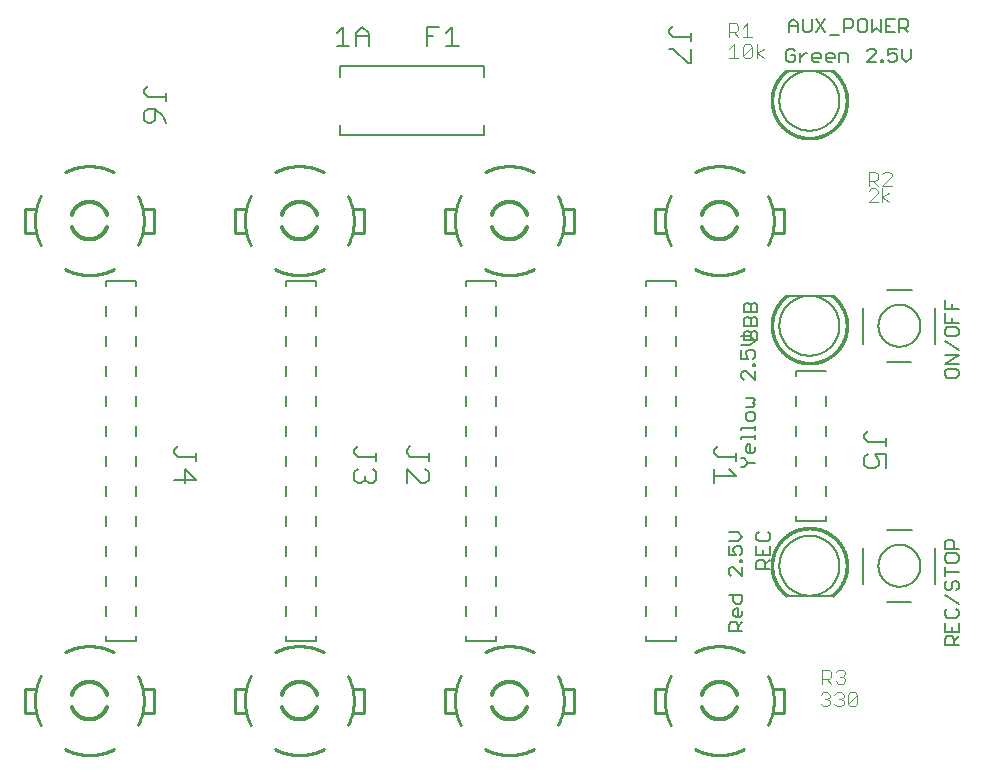
<source format=gto>
G75*
%MOIN*%
%OFA0B0*%
%FSLAX25Y25*%
%IPPOS*%
%LPD*%
%AMOC8*
5,1,8,0,0,1.08239X$1,22.5*
%
%ADD10C,0.00600*%
%ADD11C,0.00800*%
%ADD12C,0.01200*%
%ADD13C,0.01000*%
%ADD14C,0.00700*%
%ADD15C,0.00100*%
%ADD16C,0.00500*%
%ADD17C,0.00400*%
D10*
X0067300Y0066800D02*
X0067300Y0068500D01*
X0067300Y0066800D02*
X0077300Y0066800D01*
X0077300Y0068500D01*
X0077300Y0075100D02*
X0077300Y0078500D01*
X0077300Y0085100D02*
X0077300Y0088500D01*
X0077300Y0095100D02*
X0077300Y0098500D01*
X0077300Y0105100D02*
X0077300Y0108500D01*
X0077300Y0115100D02*
X0077300Y0118500D01*
X0077300Y0125100D02*
X0077300Y0128500D01*
X0077300Y0135100D02*
X0077300Y0138500D01*
X0067300Y0138500D02*
X0067300Y0135100D01*
X0067300Y0128500D02*
X0067300Y0125100D01*
X0067300Y0118500D02*
X0067300Y0115100D01*
X0067300Y0108500D02*
X0067300Y0105100D01*
X0067300Y0098500D02*
X0067300Y0095100D01*
X0067300Y0088500D02*
X0067300Y0085100D01*
X0067300Y0078500D02*
X0067300Y0075100D01*
X0127300Y0075100D02*
X0127300Y0078500D01*
X0127300Y0085100D02*
X0127300Y0088500D01*
X0127300Y0095100D02*
X0127300Y0098500D01*
X0127300Y0105100D02*
X0127300Y0108500D01*
X0127300Y0115100D02*
X0127300Y0118500D01*
X0127300Y0125100D02*
X0127300Y0128500D01*
X0127300Y0135100D02*
X0127300Y0138500D01*
X0137300Y0138500D02*
X0137300Y0135100D01*
X0137300Y0128500D02*
X0137300Y0125100D01*
X0137300Y0118500D02*
X0137300Y0115100D01*
X0137300Y0108500D02*
X0137300Y0105100D01*
X0137300Y0098500D02*
X0137300Y0095100D01*
X0137300Y0088500D02*
X0137300Y0085100D01*
X0137300Y0078500D02*
X0137300Y0075100D01*
X0137300Y0068500D02*
X0137300Y0066800D01*
X0127300Y0066800D01*
X0127300Y0068500D01*
X0187300Y0068500D02*
X0187300Y0066800D01*
X0197300Y0066800D01*
X0197300Y0068500D01*
X0197300Y0075100D02*
X0197300Y0078500D01*
X0197300Y0085100D02*
X0197300Y0088500D01*
X0197300Y0095100D02*
X0197300Y0098500D01*
X0197300Y0105100D02*
X0197300Y0108500D01*
X0197300Y0115100D02*
X0197300Y0118500D01*
X0197300Y0125100D02*
X0197300Y0128500D01*
X0197300Y0135100D02*
X0197300Y0138500D01*
X0187300Y0138500D02*
X0187300Y0135100D01*
X0187300Y0128500D02*
X0187300Y0125100D01*
X0187300Y0118500D02*
X0187300Y0115100D01*
X0187300Y0108500D02*
X0187300Y0105100D01*
X0187300Y0098500D02*
X0187300Y0095100D01*
X0187300Y0088500D02*
X0187300Y0085100D01*
X0187300Y0078500D02*
X0187300Y0075100D01*
X0247300Y0075100D02*
X0247300Y0078500D01*
X0247300Y0085100D02*
X0247300Y0088500D01*
X0247300Y0095100D02*
X0247300Y0098500D01*
X0247300Y0105100D02*
X0247300Y0108500D01*
X0247300Y0115100D02*
X0247300Y0118500D01*
X0247300Y0125100D02*
X0247300Y0128500D01*
X0247300Y0135100D02*
X0247300Y0138500D01*
X0257300Y0138500D02*
X0257300Y0135100D01*
X0257300Y0128500D02*
X0257300Y0125100D01*
X0257300Y0118500D02*
X0257300Y0115100D01*
X0257300Y0108500D02*
X0257300Y0105100D01*
X0257300Y0098500D02*
X0257300Y0095100D01*
X0257300Y0088500D02*
X0257300Y0085100D01*
X0257300Y0078500D02*
X0257300Y0075100D01*
X0257300Y0068500D02*
X0257300Y0066800D01*
X0247300Y0066800D01*
X0247300Y0068500D01*
X0291800Y0091800D02*
X0291803Y0092045D01*
X0291812Y0092291D01*
X0291827Y0092536D01*
X0291848Y0092780D01*
X0291875Y0093024D01*
X0291908Y0093267D01*
X0291947Y0093510D01*
X0291992Y0093751D01*
X0292043Y0093991D01*
X0292100Y0094230D01*
X0292162Y0094467D01*
X0292231Y0094703D01*
X0292305Y0094937D01*
X0292385Y0095169D01*
X0292470Y0095399D01*
X0292561Y0095627D01*
X0292658Y0095852D01*
X0292760Y0096076D01*
X0292868Y0096296D01*
X0292981Y0096514D01*
X0293099Y0096729D01*
X0293223Y0096941D01*
X0293351Y0097150D01*
X0293485Y0097356D01*
X0293624Y0097558D01*
X0293768Y0097757D01*
X0293917Y0097952D01*
X0294070Y0098144D01*
X0294228Y0098332D01*
X0294390Y0098516D01*
X0294558Y0098695D01*
X0294729Y0098871D01*
X0294905Y0099042D01*
X0295084Y0099210D01*
X0295268Y0099372D01*
X0295456Y0099530D01*
X0295648Y0099683D01*
X0295843Y0099832D01*
X0296042Y0099976D01*
X0296244Y0100115D01*
X0296450Y0100249D01*
X0296659Y0100377D01*
X0296871Y0100501D01*
X0297086Y0100619D01*
X0297304Y0100732D01*
X0297524Y0100840D01*
X0297748Y0100942D01*
X0297973Y0101039D01*
X0298201Y0101130D01*
X0298431Y0101215D01*
X0298663Y0101295D01*
X0298897Y0101369D01*
X0299133Y0101438D01*
X0299370Y0101500D01*
X0299609Y0101557D01*
X0299849Y0101608D01*
X0300090Y0101653D01*
X0300333Y0101692D01*
X0300576Y0101725D01*
X0300820Y0101752D01*
X0301064Y0101773D01*
X0301309Y0101788D01*
X0301555Y0101797D01*
X0301800Y0101800D01*
X0302045Y0101797D01*
X0302291Y0101788D01*
X0302536Y0101773D01*
X0302780Y0101752D01*
X0303024Y0101725D01*
X0303267Y0101692D01*
X0303510Y0101653D01*
X0303751Y0101608D01*
X0303991Y0101557D01*
X0304230Y0101500D01*
X0304467Y0101438D01*
X0304703Y0101369D01*
X0304937Y0101295D01*
X0305169Y0101215D01*
X0305399Y0101130D01*
X0305627Y0101039D01*
X0305852Y0100942D01*
X0306076Y0100840D01*
X0306296Y0100732D01*
X0306514Y0100619D01*
X0306729Y0100501D01*
X0306941Y0100377D01*
X0307150Y0100249D01*
X0307356Y0100115D01*
X0307558Y0099976D01*
X0307757Y0099832D01*
X0307952Y0099683D01*
X0308144Y0099530D01*
X0308332Y0099372D01*
X0308516Y0099210D01*
X0308695Y0099042D01*
X0308871Y0098871D01*
X0309042Y0098695D01*
X0309210Y0098516D01*
X0309372Y0098332D01*
X0309530Y0098144D01*
X0309683Y0097952D01*
X0309832Y0097757D01*
X0309976Y0097558D01*
X0310115Y0097356D01*
X0310249Y0097150D01*
X0310377Y0096941D01*
X0310501Y0096729D01*
X0310619Y0096514D01*
X0310732Y0096296D01*
X0310840Y0096076D01*
X0310942Y0095852D01*
X0311039Y0095627D01*
X0311130Y0095399D01*
X0311215Y0095169D01*
X0311295Y0094937D01*
X0311369Y0094703D01*
X0311438Y0094467D01*
X0311500Y0094230D01*
X0311557Y0093991D01*
X0311608Y0093751D01*
X0311653Y0093510D01*
X0311692Y0093267D01*
X0311725Y0093024D01*
X0311752Y0092780D01*
X0311773Y0092536D01*
X0311788Y0092291D01*
X0311797Y0092045D01*
X0311800Y0091800D01*
X0311797Y0091555D01*
X0311788Y0091309D01*
X0311773Y0091064D01*
X0311752Y0090820D01*
X0311725Y0090576D01*
X0311692Y0090333D01*
X0311653Y0090090D01*
X0311608Y0089849D01*
X0311557Y0089609D01*
X0311500Y0089370D01*
X0311438Y0089133D01*
X0311369Y0088897D01*
X0311295Y0088663D01*
X0311215Y0088431D01*
X0311130Y0088201D01*
X0311039Y0087973D01*
X0310942Y0087748D01*
X0310840Y0087524D01*
X0310732Y0087304D01*
X0310619Y0087086D01*
X0310501Y0086871D01*
X0310377Y0086659D01*
X0310249Y0086450D01*
X0310115Y0086244D01*
X0309976Y0086042D01*
X0309832Y0085843D01*
X0309683Y0085648D01*
X0309530Y0085456D01*
X0309372Y0085268D01*
X0309210Y0085084D01*
X0309042Y0084905D01*
X0308871Y0084729D01*
X0308695Y0084558D01*
X0308516Y0084390D01*
X0308332Y0084228D01*
X0308144Y0084070D01*
X0307952Y0083917D01*
X0307757Y0083768D01*
X0307558Y0083624D01*
X0307356Y0083485D01*
X0307150Y0083351D01*
X0306941Y0083223D01*
X0306729Y0083099D01*
X0306514Y0082981D01*
X0306296Y0082868D01*
X0306076Y0082760D01*
X0305852Y0082658D01*
X0305627Y0082561D01*
X0305399Y0082470D01*
X0305169Y0082385D01*
X0304937Y0082305D01*
X0304703Y0082231D01*
X0304467Y0082162D01*
X0304230Y0082100D01*
X0303991Y0082043D01*
X0303751Y0081992D01*
X0303510Y0081947D01*
X0303267Y0081908D01*
X0303024Y0081875D01*
X0302780Y0081848D01*
X0302536Y0081827D01*
X0302291Y0081812D01*
X0302045Y0081803D01*
X0301800Y0081800D01*
X0301555Y0081803D01*
X0301309Y0081812D01*
X0301064Y0081827D01*
X0300820Y0081848D01*
X0300576Y0081875D01*
X0300333Y0081908D01*
X0300090Y0081947D01*
X0299849Y0081992D01*
X0299609Y0082043D01*
X0299370Y0082100D01*
X0299133Y0082162D01*
X0298897Y0082231D01*
X0298663Y0082305D01*
X0298431Y0082385D01*
X0298201Y0082470D01*
X0297973Y0082561D01*
X0297748Y0082658D01*
X0297524Y0082760D01*
X0297304Y0082868D01*
X0297086Y0082981D01*
X0296871Y0083099D01*
X0296659Y0083223D01*
X0296450Y0083351D01*
X0296244Y0083485D01*
X0296042Y0083624D01*
X0295843Y0083768D01*
X0295648Y0083917D01*
X0295456Y0084070D01*
X0295268Y0084228D01*
X0295084Y0084390D01*
X0294905Y0084558D01*
X0294729Y0084729D01*
X0294558Y0084905D01*
X0294390Y0085084D01*
X0294228Y0085268D01*
X0294070Y0085456D01*
X0293917Y0085648D01*
X0293768Y0085843D01*
X0293624Y0086042D01*
X0293485Y0086244D01*
X0293351Y0086450D01*
X0293223Y0086659D01*
X0293099Y0086871D01*
X0292981Y0087086D01*
X0292868Y0087304D01*
X0292760Y0087524D01*
X0292658Y0087748D01*
X0292561Y0087973D01*
X0292470Y0088201D01*
X0292385Y0088431D01*
X0292305Y0088663D01*
X0292231Y0088897D01*
X0292162Y0089133D01*
X0292100Y0089370D01*
X0292043Y0089609D01*
X0291992Y0089849D01*
X0291947Y0090090D01*
X0291908Y0090333D01*
X0291875Y0090576D01*
X0291848Y0090820D01*
X0291827Y0091064D01*
X0291812Y0091309D01*
X0291803Y0091555D01*
X0291800Y0091800D01*
X0297300Y0106800D02*
X0297300Y0108500D01*
X0297300Y0106800D02*
X0307300Y0106800D01*
X0307300Y0108500D01*
X0307300Y0115100D02*
X0307300Y0118500D01*
X0307300Y0125100D02*
X0307300Y0128500D01*
X0307300Y0135100D02*
X0307300Y0138500D01*
X0307300Y0145100D02*
X0307300Y0148500D01*
X0307300Y0156800D02*
X0297300Y0156800D01*
X0297300Y0155100D01*
X0297300Y0148500D02*
X0297300Y0145100D01*
X0297300Y0138500D02*
X0297300Y0135100D01*
X0297300Y0128500D02*
X0297300Y0125100D01*
X0297300Y0118500D02*
X0297300Y0115100D01*
X0257300Y0145100D02*
X0257300Y0148500D01*
X0257300Y0155100D02*
X0257300Y0158500D01*
X0247300Y0158500D02*
X0247300Y0155100D01*
X0247300Y0148500D02*
X0247300Y0145100D01*
X0247300Y0165100D02*
X0247300Y0168500D01*
X0247300Y0175100D02*
X0247300Y0178500D01*
X0257300Y0178500D02*
X0257300Y0175100D01*
X0257300Y0168500D02*
X0257300Y0165100D01*
X0257300Y0185100D02*
X0257300Y0186800D01*
X0247300Y0186800D01*
X0247300Y0185100D01*
X0197300Y0185100D02*
X0197300Y0186800D01*
X0187300Y0186800D01*
X0187300Y0185100D01*
X0187300Y0178500D02*
X0187300Y0175100D01*
X0187300Y0168500D02*
X0187300Y0165100D01*
X0197300Y0165100D02*
X0197300Y0168500D01*
X0197300Y0175100D02*
X0197300Y0178500D01*
X0197300Y0158500D02*
X0197300Y0155100D01*
X0197300Y0148500D02*
X0197300Y0145100D01*
X0187300Y0145100D02*
X0187300Y0148500D01*
X0187300Y0155100D02*
X0187300Y0158500D01*
X0137300Y0158500D02*
X0137300Y0155100D01*
X0137300Y0148500D02*
X0137300Y0145100D01*
X0127300Y0145100D02*
X0127300Y0148500D01*
X0127300Y0155100D02*
X0127300Y0158500D01*
X0127300Y0165100D02*
X0127300Y0168500D01*
X0127300Y0175100D02*
X0127300Y0178500D01*
X0137300Y0178500D02*
X0137300Y0175100D01*
X0137300Y0168500D02*
X0137300Y0165100D01*
X0137300Y0185100D02*
X0137300Y0186800D01*
X0127300Y0186800D01*
X0127300Y0185100D01*
X0077300Y0185100D02*
X0077300Y0186800D01*
X0067300Y0186800D01*
X0067300Y0185100D01*
X0067300Y0178500D02*
X0067300Y0175100D01*
X0067300Y0168500D02*
X0067300Y0165100D01*
X0077300Y0165100D02*
X0077300Y0168500D01*
X0077300Y0175100D02*
X0077300Y0178500D01*
X0077300Y0158500D02*
X0077300Y0155100D01*
X0077300Y0148500D02*
X0077300Y0145100D01*
X0067300Y0145100D02*
X0067300Y0148500D01*
X0067300Y0155100D02*
X0067300Y0158500D01*
X0145300Y0235300D02*
X0145300Y0238800D01*
X0145300Y0235300D02*
X0193300Y0235300D01*
X0193300Y0238800D01*
X0193300Y0254800D02*
X0193300Y0258300D01*
X0145300Y0258300D01*
X0145300Y0254800D01*
X0291800Y0246800D02*
X0291803Y0247045D01*
X0291812Y0247291D01*
X0291827Y0247536D01*
X0291848Y0247780D01*
X0291875Y0248024D01*
X0291908Y0248267D01*
X0291947Y0248510D01*
X0291992Y0248751D01*
X0292043Y0248991D01*
X0292100Y0249230D01*
X0292162Y0249467D01*
X0292231Y0249703D01*
X0292305Y0249937D01*
X0292385Y0250169D01*
X0292470Y0250399D01*
X0292561Y0250627D01*
X0292658Y0250852D01*
X0292760Y0251076D01*
X0292868Y0251296D01*
X0292981Y0251514D01*
X0293099Y0251729D01*
X0293223Y0251941D01*
X0293351Y0252150D01*
X0293485Y0252356D01*
X0293624Y0252558D01*
X0293768Y0252757D01*
X0293917Y0252952D01*
X0294070Y0253144D01*
X0294228Y0253332D01*
X0294390Y0253516D01*
X0294558Y0253695D01*
X0294729Y0253871D01*
X0294905Y0254042D01*
X0295084Y0254210D01*
X0295268Y0254372D01*
X0295456Y0254530D01*
X0295648Y0254683D01*
X0295843Y0254832D01*
X0296042Y0254976D01*
X0296244Y0255115D01*
X0296450Y0255249D01*
X0296659Y0255377D01*
X0296871Y0255501D01*
X0297086Y0255619D01*
X0297304Y0255732D01*
X0297524Y0255840D01*
X0297748Y0255942D01*
X0297973Y0256039D01*
X0298201Y0256130D01*
X0298431Y0256215D01*
X0298663Y0256295D01*
X0298897Y0256369D01*
X0299133Y0256438D01*
X0299370Y0256500D01*
X0299609Y0256557D01*
X0299849Y0256608D01*
X0300090Y0256653D01*
X0300333Y0256692D01*
X0300576Y0256725D01*
X0300820Y0256752D01*
X0301064Y0256773D01*
X0301309Y0256788D01*
X0301555Y0256797D01*
X0301800Y0256800D01*
X0302045Y0256797D01*
X0302291Y0256788D01*
X0302536Y0256773D01*
X0302780Y0256752D01*
X0303024Y0256725D01*
X0303267Y0256692D01*
X0303510Y0256653D01*
X0303751Y0256608D01*
X0303991Y0256557D01*
X0304230Y0256500D01*
X0304467Y0256438D01*
X0304703Y0256369D01*
X0304937Y0256295D01*
X0305169Y0256215D01*
X0305399Y0256130D01*
X0305627Y0256039D01*
X0305852Y0255942D01*
X0306076Y0255840D01*
X0306296Y0255732D01*
X0306514Y0255619D01*
X0306729Y0255501D01*
X0306941Y0255377D01*
X0307150Y0255249D01*
X0307356Y0255115D01*
X0307558Y0254976D01*
X0307757Y0254832D01*
X0307952Y0254683D01*
X0308144Y0254530D01*
X0308332Y0254372D01*
X0308516Y0254210D01*
X0308695Y0254042D01*
X0308871Y0253871D01*
X0309042Y0253695D01*
X0309210Y0253516D01*
X0309372Y0253332D01*
X0309530Y0253144D01*
X0309683Y0252952D01*
X0309832Y0252757D01*
X0309976Y0252558D01*
X0310115Y0252356D01*
X0310249Y0252150D01*
X0310377Y0251941D01*
X0310501Y0251729D01*
X0310619Y0251514D01*
X0310732Y0251296D01*
X0310840Y0251076D01*
X0310942Y0250852D01*
X0311039Y0250627D01*
X0311130Y0250399D01*
X0311215Y0250169D01*
X0311295Y0249937D01*
X0311369Y0249703D01*
X0311438Y0249467D01*
X0311500Y0249230D01*
X0311557Y0248991D01*
X0311608Y0248751D01*
X0311653Y0248510D01*
X0311692Y0248267D01*
X0311725Y0248024D01*
X0311752Y0247780D01*
X0311773Y0247536D01*
X0311788Y0247291D01*
X0311797Y0247045D01*
X0311800Y0246800D01*
X0311797Y0246555D01*
X0311788Y0246309D01*
X0311773Y0246064D01*
X0311752Y0245820D01*
X0311725Y0245576D01*
X0311692Y0245333D01*
X0311653Y0245090D01*
X0311608Y0244849D01*
X0311557Y0244609D01*
X0311500Y0244370D01*
X0311438Y0244133D01*
X0311369Y0243897D01*
X0311295Y0243663D01*
X0311215Y0243431D01*
X0311130Y0243201D01*
X0311039Y0242973D01*
X0310942Y0242748D01*
X0310840Y0242524D01*
X0310732Y0242304D01*
X0310619Y0242086D01*
X0310501Y0241871D01*
X0310377Y0241659D01*
X0310249Y0241450D01*
X0310115Y0241244D01*
X0309976Y0241042D01*
X0309832Y0240843D01*
X0309683Y0240648D01*
X0309530Y0240456D01*
X0309372Y0240268D01*
X0309210Y0240084D01*
X0309042Y0239905D01*
X0308871Y0239729D01*
X0308695Y0239558D01*
X0308516Y0239390D01*
X0308332Y0239228D01*
X0308144Y0239070D01*
X0307952Y0238917D01*
X0307757Y0238768D01*
X0307558Y0238624D01*
X0307356Y0238485D01*
X0307150Y0238351D01*
X0306941Y0238223D01*
X0306729Y0238099D01*
X0306514Y0237981D01*
X0306296Y0237868D01*
X0306076Y0237760D01*
X0305852Y0237658D01*
X0305627Y0237561D01*
X0305399Y0237470D01*
X0305169Y0237385D01*
X0304937Y0237305D01*
X0304703Y0237231D01*
X0304467Y0237162D01*
X0304230Y0237100D01*
X0303991Y0237043D01*
X0303751Y0236992D01*
X0303510Y0236947D01*
X0303267Y0236908D01*
X0303024Y0236875D01*
X0302780Y0236848D01*
X0302536Y0236827D01*
X0302291Y0236812D01*
X0302045Y0236803D01*
X0301800Y0236800D01*
X0301555Y0236803D01*
X0301309Y0236812D01*
X0301064Y0236827D01*
X0300820Y0236848D01*
X0300576Y0236875D01*
X0300333Y0236908D01*
X0300090Y0236947D01*
X0299849Y0236992D01*
X0299609Y0237043D01*
X0299370Y0237100D01*
X0299133Y0237162D01*
X0298897Y0237231D01*
X0298663Y0237305D01*
X0298431Y0237385D01*
X0298201Y0237470D01*
X0297973Y0237561D01*
X0297748Y0237658D01*
X0297524Y0237760D01*
X0297304Y0237868D01*
X0297086Y0237981D01*
X0296871Y0238099D01*
X0296659Y0238223D01*
X0296450Y0238351D01*
X0296244Y0238485D01*
X0296042Y0238624D01*
X0295843Y0238768D01*
X0295648Y0238917D01*
X0295456Y0239070D01*
X0295268Y0239228D01*
X0295084Y0239390D01*
X0294905Y0239558D01*
X0294729Y0239729D01*
X0294558Y0239905D01*
X0294390Y0240084D01*
X0294228Y0240268D01*
X0294070Y0240456D01*
X0293917Y0240648D01*
X0293768Y0240843D01*
X0293624Y0241042D01*
X0293485Y0241244D01*
X0293351Y0241450D01*
X0293223Y0241659D01*
X0293099Y0241871D01*
X0292981Y0242086D01*
X0292868Y0242304D01*
X0292760Y0242524D01*
X0292658Y0242748D01*
X0292561Y0242973D01*
X0292470Y0243201D01*
X0292385Y0243431D01*
X0292305Y0243663D01*
X0292231Y0243897D01*
X0292162Y0244133D01*
X0292100Y0244370D01*
X0292043Y0244609D01*
X0291992Y0244849D01*
X0291947Y0245090D01*
X0291908Y0245333D01*
X0291875Y0245576D01*
X0291848Y0245820D01*
X0291827Y0246064D01*
X0291812Y0246309D01*
X0291803Y0246555D01*
X0291800Y0246800D01*
X0291800Y0171800D02*
X0291803Y0172045D01*
X0291812Y0172291D01*
X0291827Y0172536D01*
X0291848Y0172780D01*
X0291875Y0173024D01*
X0291908Y0173267D01*
X0291947Y0173510D01*
X0291992Y0173751D01*
X0292043Y0173991D01*
X0292100Y0174230D01*
X0292162Y0174467D01*
X0292231Y0174703D01*
X0292305Y0174937D01*
X0292385Y0175169D01*
X0292470Y0175399D01*
X0292561Y0175627D01*
X0292658Y0175852D01*
X0292760Y0176076D01*
X0292868Y0176296D01*
X0292981Y0176514D01*
X0293099Y0176729D01*
X0293223Y0176941D01*
X0293351Y0177150D01*
X0293485Y0177356D01*
X0293624Y0177558D01*
X0293768Y0177757D01*
X0293917Y0177952D01*
X0294070Y0178144D01*
X0294228Y0178332D01*
X0294390Y0178516D01*
X0294558Y0178695D01*
X0294729Y0178871D01*
X0294905Y0179042D01*
X0295084Y0179210D01*
X0295268Y0179372D01*
X0295456Y0179530D01*
X0295648Y0179683D01*
X0295843Y0179832D01*
X0296042Y0179976D01*
X0296244Y0180115D01*
X0296450Y0180249D01*
X0296659Y0180377D01*
X0296871Y0180501D01*
X0297086Y0180619D01*
X0297304Y0180732D01*
X0297524Y0180840D01*
X0297748Y0180942D01*
X0297973Y0181039D01*
X0298201Y0181130D01*
X0298431Y0181215D01*
X0298663Y0181295D01*
X0298897Y0181369D01*
X0299133Y0181438D01*
X0299370Y0181500D01*
X0299609Y0181557D01*
X0299849Y0181608D01*
X0300090Y0181653D01*
X0300333Y0181692D01*
X0300576Y0181725D01*
X0300820Y0181752D01*
X0301064Y0181773D01*
X0301309Y0181788D01*
X0301555Y0181797D01*
X0301800Y0181800D01*
X0302045Y0181797D01*
X0302291Y0181788D01*
X0302536Y0181773D01*
X0302780Y0181752D01*
X0303024Y0181725D01*
X0303267Y0181692D01*
X0303510Y0181653D01*
X0303751Y0181608D01*
X0303991Y0181557D01*
X0304230Y0181500D01*
X0304467Y0181438D01*
X0304703Y0181369D01*
X0304937Y0181295D01*
X0305169Y0181215D01*
X0305399Y0181130D01*
X0305627Y0181039D01*
X0305852Y0180942D01*
X0306076Y0180840D01*
X0306296Y0180732D01*
X0306514Y0180619D01*
X0306729Y0180501D01*
X0306941Y0180377D01*
X0307150Y0180249D01*
X0307356Y0180115D01*
X0307558Y0179976D01*
X0307757Y0179832D01*
X0307952Y0179683D01*
X0308144Y0179530D01*
X0308332Y0179372D01*
X0308516Y0179210D01*
X0308695Y0179042D01*
X0308871Y0178871D01*
X0309042Y0178695D01*
X0309210Y0178516D01*
X0309372Y0178332D01*
X0309530Y0178144D01*
X0309683Y0177952D01*
X0309832Y0177757D01*
X0309976Y0177558D01*
X0310115Y0177356D01*
X0310249Y0177150D01*
X0310377Y0176941D01*
X0310501Y0176729D01*
X0310619Y0176514D01*
X0310732Y0176296D01*
X0310840Y0176076D01*
X0310942Y0175852D01*
X0311039Y0175627D01*
X0311130Y0175399D01*
X0311215Y0175169D01*
X0311295Y0174937D01*
X0311369Y0174703D01*
X0311438Y0174467D01*
X0311500Y0174230D01*
X0311557Y0173991D01*
X0311608Y0173751D01*
X0311653Y0173510D01*
X0311692Y0173267D01*
X0311725Y0173024D01*
X0311752Y0172780D01*
X0311773Y0172536D01*
X0311788Y0172291D01*
X0311797Y0172045D01*
X0311800Y0171800D01*
X0311797Y0171555D01*
X0311788Y0171309D01*
X0311773Y0171064D01*
X0311752Y0170820D01*
X0311725Y0170576D01*
X0311692Y0170333D01*
X0311653Y0170090D01*
X0311608Y0169849D01*
X0311557Y0169609D01*
X0311500Y0169370D01*
X0311438Y0169133D01*
X0311369Y0168897D01*
X0311295Y0168663D01*
X0311215Y0168431D01*
X0311130Y0168201D01*
X0311039Y0167973D01*
X0310942Y0167748D01*
X0310840Y0167524D01*
X0310732Y0167304D01*
X0310619Y0167086D01*
X0310501Y0166871D01*
X0310377Y0166659D01*
X0310249Y0166450D01*
X0310115Y0166244D01*
X0309976Y0166042D01*
X0309832Y0165843D01*
X0309683Y0165648D01*
X0309530Y0165456D01*
X0309372Y0165268D01*
X0309210Y0165084D01*
X0309042Y0164905D01*
X0308871Y0164729D01*
X0308695Y0164558D01*
X0308516Y0164390D01*
X0308332Y0164228D01*
X0308144Y0164070D01*
X0307952Y0163917D01*
X0307757Y0163768D01*
X0307558Y0163624D01*
X0307356Y0163485D01*
X0307150Y0163351D01*
X0306941Y0163223D01*
X0306729Y0163099D01*
X0306514Y0162981D01*
X0306296Y0162868D01*
X0306076Y0162760D01*
X0305852Y0162658D01*
X0305627Y0162561D01*
X0305399Y0162470D01*
X0305169Y0162385D01*
X0304937Y0162305D01*
X0304703Y0162231D01*
X0304467Y0162162D01*
X0304230Y0162100D01*
X0303991Y0162043D01*
X0303751Y0161992D01*
X0303510Y0161947D01*
X0303267Y0161908D01*
X0303024Y0161875D01*
X0302780Y0161848D01*
X0302536Y0161827D01*
X0302291Y0161812D01*
X0302045Y0161803D01*
X0301800Y0161800D01*
X0301555Y0161803D01*
X0301309Y0161812D01*
X0301064Y0161827D01*
X0300820Y0161848D01*
X0300576Y0161875D01*
X0300333Y0161908D01*
X0300090Y0161947D01*
X0299849Y0161992D01*
X0299609Y0162043D01*
X0299370Y0162100D01*
X0299133Y0162162D01*
X0298897Y0162231D01*
X0298663Y0162305D01*
X0298431Y0162385D01*
X0298201Y0162470D01*
X0297973Y0162561D01*
X0297748Y0162658D01*
X0297524Y0162760D01*
X0297304Y0162868D01*
X0297086Y0162981D01*
X0296871Y0163099D01*
X0296659Y0163223D01*
X0296450Y0163351D01*
X0296244Y0163485D01*
X0296042Y0163624D01*
X0295843Y0163768D01*
X0295648Y0163917D01*
X0295456Y0164070D01*
X0295268Y0164228D01*
X0295084Y0164390D01*
X0294905Y0164558D01*
X0294729Y0164729D01*
X0294558Y0164905D01*
X0294390Y0165084D01*
X0294228Y0165268D01*
X0294070Y0165456D01*
X0293917Y0165648D01*
X0293768Y0165843D01*
X0293624Y0166042D01*
X0293485Y0166244D01*
X0293351Y0166450D01*
X0293223Y0166659D01*
X0293099Y0166871D01*
X0292981Y0167086D01*
X0292868Y0167304D01*
X0292760Y0167524D01*
X0292658Y0167748D01*
X0292561Y0167973D01*
X0292470Y0168201D01*
X0292385Y0168431D01*
X0292305Y0168663D01*
X0292231Y0168897D01*
X0292162Y0169133D01*
X0292100Y0169370D01*
X0292043Y0169609D01*
X0291992Y0169849D01*
X0291947Y0170090D01*
X0291908Y0170333D01*
X0291875Y0170576D01*
X0291848Y0170820D01*
X0291827Y0171064D01*
X0291812Y0171309D01*
X0291803Y0171555D01*
X0291800Y0171800D01*
D11*
X0294300Y0181800D02*
X0309300Y0181800D01*
X0319800Y0177800D02*
X0319800Y0165800D01*
X0327800Y0159800D02*
X0335729Y0159800D01*
X0343800Y0165800D02*
X0343800Y0177800D01*
X0335847Y0183800D02*
X0327800Y0183800D01*
X0324800Y0171800D02*
X0324802Y0171972D01*
X0324808Y0172143D01*
X0324819Y0172315D01*
X0324834Y0172486D01*
X0324853Y0172657D01*
X0324876Y0172827D01*
X0324903Y0172997D01*
X0324935Y0173166D01*
X0324970Y0173334D01*
X0325010Y0173501D01*
X0325054Y0173667D01*
X0325101Y0173832D01*
X0325153Y0173996D01*
X0325209Y0174158D01*
X0325269Y0174319D01*
X0325333Y0174479D01*
X0325401Y0174637D01*
X0325472Y0174793D01*
X0325547Y0174947D01*
X0325627Y0175100D01*
X0325709Y0175250D01*
X0325796Y0175399D01*
X0325886Y0175545D01*
X0325980Y0175689D01*
X0326077Y0175831D01*
X0326178Y0175970D01*
X0326282Y0176107D01*
X0326389Y0176241D01*
X0326500Y0176372D01*
X0326613Y0176501D01*
X0326730Y0176627D01*
X0326850Y0176750D01*
X0326973Y0176870D01*
X0327099Y0176987D01*
X0327228Y0177100D01*
X0327359Y0177211D01*
X0327493Y0177318D01*
X0327630Y0177422D01*
X0327769Y0177523D01*
X0327911Y0177620D01*
X0328055Y0177714D01*
X0328201Y0177804D01*
X0328350Y0177891D01*
X0328500Y0177973D01*
X0328653Y0178053D01*
X0328807Y0178128D01*
X0328963Y0178199D01*
X0329121Y0178267D01*
X0329281Y0178331D01*
X0329442Y0178391D01*
X0329604Y0178447D01*
X0329768Y0178499D01*
X0329933Y0178546D01*
X0330099Y0178590D01*
X0330266Y0178630D01*
X0330434Y0178665D01*
X0330603Y0178697D01*
X0330773Y0178724D01*
X0330943Y0178747D01*
X0331114Y0178766D01*
X0331285Y0178781D01*
X0331457Y0178792D01*
X0331628Y0178798D01*
X0331800Y0178800D01*
X0331972Y0178798D01*
X0332143Y0178792D01*
X0332315Y0178781D01*
X0332486Y0178766D01*
X0332657Y0178747D01*
X0332827Y0178724D01*
X0332997Y0178697D01*
X0333166Y0178665D01*
X0333334Y0178630D01*
X0333501Y0178590D01*
X0333667Y0178546D01*
X0333832Y0178499D01*
X0333996Y0178447D01*
X0334158Y0178391D01*
X0334319Y0178331D01*
X0334479Y0178267D01*
X0334637Y0178199D01*
X0334793Y0178128D01*
X0334947Y0178053D01*
X0335100Y0177973D01*
X0335250Y0177891D01*
X0335399Y0177804D01*
X0335545Y0177714D01*
X0335689Y0177620D01*
X0335831Y0177523D01*
X0335970Y0177422D01*
X0336107Y0177318D01*
X0336241Y0177211D01*
X0336372Y0177100D01*
X0336501Y0176987D01*
X0336627Y0176870D01*
X0336750Y0176750D01*
X0336870Y0176627D01*
X0336987Y0176501D01*
X0337100Y0176372D01*
X0337211Y0176241D01*
X0337318Y0176107D01*
X0337422Y0175970D01*
X0337523Y0175831D01*
X0337620Y0175689D01*
X0337714Y0175545D01*
X0337804Y0175399D01*
X0337891Y0175250D01*
X0337973Y0175100D01*
X0338053Y0174947D01*
X0338128Y0174793D01*
X0338199Y0174637D01*
X0338267Y0174479D01*
X0338331Y0174319D01*
X0338391Y0174158D01*
X0338447Y0173996D01*
X0338499Y0173832D01*
X0338546Y0173667D01*
X0338590Y0173501D01*
X0338630Y0173334D01*
X0338665Y0173166D01*
X0338697Y0172997D01*
X0338724Y0172827D01*
X0338747Y0172657D01*
X0338766Y0172486D01*
X0338781Y0172315D01*
X0338792Y0172143D01*
X0338798Y0171972D01*
X0338800Y0171800D01*
X0338798Y0171628D01*
X0338792Y0171457D01*
X0338781Y0171285D01*
X0338766Y0171114D01*
X0338747Y0170943D01*
X0338724Y0170773D01*
X0338697Y0170603D01*
X0338665Y0170434D01*
X0338630Y0170266D01*
X0338590Y0170099D01*
X0338546Y0169933D01*
X0338499Y0169768D01*
X0338447Y0169604D01*
X0338391Y0169442D01*
X0338331Y0169281D01*
X0338267Y0169121D01*
X0338199Y0168963D01*
X0338128Y0168807D01*
X0338053Y0168653D01*
X0337973Y0168500D01*
X0337891Y0168350D01*
X0337804Y0168201D01*
X0337714Y0168055D01*
X0337620Y0167911D01*
X0337523Y0167769D01*
X0337422Y0167630D01*
X0337318Y0167493D01*
X0337211Y0167359D01*
X0337100Y0167228D01*
X0336987Y0167099D01*
X0336870Y0166973D01*
X0336750Y0166850D01*
X0336627Y0166730D01*
X0336501Y0166613D01*
X0336372Y0166500D01*
X0336241Y0166389D01*
X0336107Y0166282D01*
X0335970Y0166178D01*
X0335831Y0166077D01*
X0335689Y0165980D01*
X0335545Y0165886D01*
X0335399Y0165796D01*
X0335250Y0165709D01*
X0335100Y0165627D01*
X0334947Y0165547D01*
X0334793Y0165472D01*
X0334637Y0165401D01*
X0334479Y0165333D01*
X0334319Y0165269D01*
X0334158Y0165209D01*
X0333996Y0165153D01*
X0333832Y0165101D01*
X0333667Y0165054D01*
X0333501Y0165010D01*
X0333334Y0164970D01*
X0333166Y0164935D01*
X0332997Y0164903D01*
X0332827Y0164876D01*
X0332657Y0164853D01*
X0332486Y0164834D01*
X0332315Y0164819D01*
X0332143Y0164808D01*
X0331972Y0164802D01*
X0331800Y0164800D01*
X0331628Y0164802D01*
X0331457Y0164808D01*
X0331285Y0164819D01*
X0331114Y0164834D01*
X0330943Y0164853D01*
X0330773Y0164876D01*
X0330603Y0164903D01*
X0330434Y0164935D01*
X0330266Y0164970D01*
X0330099Y0165010D01*
X0329933Y0165054D01*
X0329768Y0165101D01*
X0329604Y0165153D01*
X0329442Y0165209D01*
X0329281Y0165269D01*
X0329121Y0165333D01*
X0328963Y0165401D01*
X0328807Y0165472D01*
X0328653Y0165547D01*
X0328500Y0165627D01*
X0328350Y0165709D01*
X0328201Y0165796D01*
X0328055Y0165886D01*
X0327911Y0165980D01*
X0327769Y0166077D01*
X0327630Y0166178D01*
X0327493Y0166282D01*
X0327359Y0166389D01*
X0327228Y0166500D01*
X0327099Y0166613D01*
X0326973Y0166730D01*
X0326850Y0166850D01*
X0326730Y0166973D01*
X0326613Y0167099D01*
X0326500Y0167228D01*
X0326389Y0167359D01*
X0326282Y0167493D01*
X0326178Y0167630D01*
X0326077Y0167769D01*
X0325980Y0167911D01*
X0325886Y0168055D01*
X0325796Y0168201D01*
X0325709Y0168350D01*
X0325627Y0168500D01*
X0325547Y0168653D01*
X0325472Y0168807D01*
X0325401Y0168963D01*
X0325333Y0169121D01*
X0325269Y0169281D01*
X0325209Y0169442D01*
X0325153Y0169604D01*
X0325101Y0169768D01*
X0325054Y0169933D01*
X0325010Y0170099D01*
X0324970Y0170266D01*
X0324935Y0170434D01*
X0324903Y0170603D01*
X0324876Y0170773D01*
X0324853Y0170943D01*
X0324834Y0171114D01*
X0324819Y0171285D01*
X0324808Y0171457D01*
X0324802Y0171628D01*
X0324800Y0171800D01*
X0321234Y0136700D02*
X0320000Y0135466D01*
X0320000Y0134231D01*
X0321234Y0132997D01*
X0327406Y0132997D01*
X0327406Y0134231D02*
X0327406Y0131762D01*
X0327406Y0129150D02*
X0323703Y0129150D01*
X0324938Y0126681D01*
X0324938Y0125446D01*
X0323703Y0124212D01*
X0321234Y0124212D01*
X0320000Y0125446D01*
X0320000Y0127915D01*
X0321234Y0129150D01*
X0327406Y0129150D02*
X0327406Y0124212D01*
X0327800Y0103800D02*
X0335847Y0103800D01*
X0343800Y0097800D02*
X0343800Y0085800D01*
X0335729Y0079800D02*
X0327800Y0079800D01*
X0319800Y0085800D02*
X0319800Y0097800D01*
X0324800Y0091800D02*
X0324802Y0091972D01*
X0324808Y0092143D01*
X0324819Y0092315D01*
X0324834Y0092486D01*
X0324853Y0092657D01*
X0324876Y0092827D01*
X0324903Y0092997D01*
X0324935Y0093166D01*
X0324970Y0093334D01*
X0325010Y0093501D01*
X0325054Y0093667D01*
X0325101Y0093832D01*
X0325153Y0093996D01*
X0325209Y0094158D01*
X0325269Y0094319D01*
X0325333Y0094479D01*
X0325401Y0094637D01*
X0325472Y0094793D01*
X0325547Y0094947D01*
X0325627Y0095100D01*
X0325709Y0095250D01*
X0325796Y0095399D01*
X0325886Y0095545D01*
X0325980Y0095689D01*
X0326077Y0095831D01*
X0326178Y0095970D01*
X0326282Y0096107D01*
X0326389Y0096241D01*
X0326500Y0096372D01*
X0326613Y0096501D01*
X0326730Y0096627D01*
X0326850Y0096750D01*
X0326973Y0096870D01*
X0327099Y0096987D01*
X0327228Y0097100D01*
X0327359Y0097211D01*
X0327493Y0097318D01*
X0327630Y0097422D01*
X0327769Y0097523D01*
X0327911Y0097620D01*
X0328055Y0097714D01*
X0328201Y0097804D01*
X0328350Y0097891D01*
X0328500Y0097973D01*
X0328653Y0098053D01*
X0328807Y0098128D01*
X0328963Y0098199D01*
X0329121Y0098267D01*
X0329281Y0098331D01*
X0329442Y0098391D01*
X0329604Y0098447D01*
X0329768Y0098499D01*
X0329933Y0098546D01*
X0330099Y0098590D01*
X0330266Y0098630D01*
X0330434Y0098665D01*
X0330603Y0098697D01*
X0330773Y0098724D01*
X0330943Y0098747D01*
X0331114Y0098766D01*
X0331285Y0098781D01*
X0331457Y0098792D01*
X0331628Y0098798D01*
X0331800Y0098800D01*
X0331972Y0098798D01*
X0332143Y0098792D01*
X0332315Y0098781D01*
X0332486Y0098766D01*
X0332657Y0098747D01*
X0332827Y0098724D01*
X0332997Y0098697D01*
X0333166Y0098665D01*
X0333334Y0098630D01*
X0333501Y0098590D01*
X0333667Y0098546D01*
X0333832Y0098499D01*
X0333996Y0098447D01*
X0334158Y0098391D01*
X0334319Y0098331D01*
X0334479Y0098267D01*
X0334637Y0098199D01*
X0334793Y0098128D01*
X0334947Y0098053D01*
X0335100Y0097973D01*
X0335250Y0097891D01*
X0335399Y0097804D01*
X0335545Y0097714D01*
X0335689Y0097620D01*
X0335831Y0097523D01*
X0335970Y0097422D01*
X0336107Y0097318D01*
X0336241Y0097211D01*
X0336372Y0097100D01*
X0336501Y0096987D01*
X0336627Y0096870D01*
X0336750Y0096750D01*
X0336870Y0096627D01*
X0336987Y0096501D01*
X0337100Y0096372D01*
X0337211Y0096241D01*
X0337318Y0096107D01*
X0337422Y0095970D01*
X0337523Y0095831D01*
X0337620Y0095689D01*
X0337714Y0095545D01*
X0337804Y0095399D01*
X0337891Y0095250D01*
X0337973Y0095100D01*
X0338053Y0094947D01*
X0338128Y0094793D01*
X0338199Y0094637D01*
X0338267Y0094479D01*
X0338331Y0094319D01*
X0338391Y0094158D01*
X0338447Y0093996D01*
X0338499Y0093832D01*
X0338546Y0093667D01*
X0338590Y0093501D01*
X0338630Y0093334D01*
X0338665Y0093166D01*
X0338697Y0092997D01*
X0338724Y0092827D01*
X0338747Y0092657D01*
X0338766Y0092486D01*
X0338781Y0092315D01*
X0338792Y0092143D01*
X0338798Y0091972D01*
X0338800Y0091800D01*
X0338798Y0091628D01*
X0338792Y0091457D01*
X0338781Y0091285D01*
X0338766Y0091114D01*
X0338747Y0090943D01*
X0338724Y0090773D01*
X0338697Y0090603D01*
X0338665Y0090434D01*
X0338630Y0090266D01*
X0338590Y0090099D01*
X0338546Y0089933D01*
X0338499Y0089768D01*
X0338447Y0089604D01*
X0338391Y0089442D01*
X0338331Y0089281D01*
X0338267Y0089121D01*
X0338199Y0088963D01*
X0338128Y0088807D01*
X0338053Y0088653D01*
X0337973Y0088500D01*
X0337891Y0088350D01*
X0337804Y0088201D01*
X0337714Y0088055D01*
X0337620Y0087911D01*
X0337523Y0087769D01*
X0337422Y0087630D01*
X0337318Y0087493D01*
X0337211Y0087359D01*
X0337100Y0087228D01*
X0336987Y0087099D01*
X0336870Y0086973D01*
X0336750Y0086850D01*
X0336627Y0086730D01*
X0336501Y0086613D01*
X0336372Y0086500D01*
X0336241Y0086389D01*
X0336107Y0086282D01*
X0335970Y0086178D01*
X0335831Y0086077D01*
X0335689Y0085980D01*
X0335545Y0085886D01*
X0335399Y0085796D01*
X0335250Y0085709D01*
X0335100Y0085627D01*
X0334947Y0085547D01*
X0334793Y0085472D01*
X0334637Y0085401D01*
X0334479Y0085333D01*
X0334319Y0085269D01*
X0334158Y0085209D01*
X0333996Y0085153D01*
X0333832Y0085101D01*
X0333667Y0085054D01*
X0333501Y0085010D01*
X0333334Y0084970D01*
X0333166Y0084935D01*
X0332997Y0084903D01*
X0332827Y0084876D01*
X0332657Y0084853D01*
X0332486Y0084834D01*
X0332315Y0084819D01*
X0332143Y0084808D01*
X0331972Y0084802D01*
X0331800Y0084800D01*
X0331628Y0084802D01*
X0331457Y0084808D01*
X0331285Y0084819D01*
X0331114Y0084834D01*
X0330943Y0084853D01*
X0330773Y0084876D01*
X0330603Y0084903D01*
X0330434Y0084935D01*
X0330266Y0084970D01*
X0330099Y0085010D01*
X0329933Y0085054D01*
X0329768Y0085101D01*
X0329604Y0085153D01*
X0329442Y0085209D01*
X0329281Y0085269D01*
X0329121Y0085333D01*
X0328963Y0085401D01*
X0328807Y0085472D01*
X0328653Y0085547D01*
X0328500Y0085627D01*
X0328350Y0085709D01*
X0328201Y0085796D01*
X0328055Y0085886D01*
X0327911Y0085980D01*
X0327769Y0086077D01*
X0327630Y0086178D01*
X0327493Y0086282D01*
X0327359Y0086389D01*
X0327228Y0086500D01*
X0327099Y0086613D01*
X0326973Y0086730D01*
X0326850Y0086850D01*
X0326730Y0086973D01*
X0326613Y0087099D01*
X0326500Y0087228D01*
X0326389Y0087359D01*
X0326282Y0087493D01*
X0326178Y0087630D01*
X0326077Y0087769D01*
X0325980Y0087911D01*
X0325886Y0088055D01*
X0325796Y0088201D01*
X0325709Y0088350D01*
X0325627Y0088500D01*
X0325547Y0088653D01*
X0325472Y0088807D01*
X0325401Y0088963D01*
X0325333Y0089121D01*
X0325269Y0089281D01*
X0325209Y0089442D01*
X0325153Y0089604D01*
X0325101Y0089768D01*
X0325054Y0089933D01*
X0325010Y0090099D01*
X0324970Y0090266D01*
X0324935Y0090434D01*
X0324903Y0090603D01*
X0324876Y0090773D01*
X0324853Y0090943D01*
X0324834Y0091114D01*
X0324819Y0091285D01*
X0324808Y0091457D01*
X0324802Y0091628D01*
X0324800Y0091800D01*
X0309300Y0081800D02*
X0294300Y0081800D01*
X0270000Y0119212D02*
X0270000Y0124150D01*
X0270000Y0121681D02*
X0277406Y0121681D01*
X0274938Y0124150D01*
X0277406Y0126762D02*
X0277406Y0129231D01*
X0277406Y0127997D02*
X0271234Y0127997D01*
X0270000Y0129231D01*
X0270000Y0130466D01*
X0271234Y0131700D01*
X0174906Y0129231D02*
X0174906Y0126762D01*
X0174906Y0127997D02*
X0168734Y0127997D01*
X0167500Y0129231D01*
X0167500Y0130466D01*
X0168734Y0131700D01*
X0167500Y0124150D02*
X0172438Y0119212D01*
X0173672Y0119212D01*
X0174906Y0120446D01*
X0174906Y0122915D01*
X0173672Y0124150D01*
X0167500Y0124150D02*
X0167500Y0119212D01*
X0157406Y0120446D02*
X0156172Y0119212D01*
X0154938Y0119212D01*
X0153703Y0120446D01*
X0152469Y0119212D01*
X0151234Y0119212D01*
X0150000Y0120446D01*
X0150000Y0122915D01*
X0151234Y0124150D01*
X0153703Y0121681D02*
X0153703Y0120446D01*
X0157406Y0120446D02*
X0157406Y0122915D01*
X0156172Y0124150D01*
X0157406Y0126762D02*
X0157406Y0129231D01*
X0157406Y0127997D02*
X0151234Y0127997D01*
X0150000Y0129231D01*
X0150000Y0130466D01*
X0151234Y0131700D01*
X0097406Y0129231D02*
X0097406Y0126762D01*
X0097406Y0127997D02*
X0091234Y0127997D01*
X0090000Y0129231D01*
X0090000Y0130466D01*
X0091234Y0131700D01*
X0093703Y0124150D02*
X0093703Y0119212D01*
X0090000Y0120446D02*
X0097406Y0120446D01*
X0093703Y0124150D01*
X0087406Y0239212D02*
X0086172Y0241681D01*
X0083703Y0244150D01*
X0083703Y0240446D01*
X0082469Y0239212D01*
X0081234Y0239212D01*
X0080000Y0240446D01*
X0080000Y0242915D01*
X0081234Y0244150D01*
X0083703Y0244150D01*
X0087406Y0246762D02*
X0087406Y0249231D01*
X0087406Y0247997D02*
X0081234Y0247997D01*
X0080000Y0249231D01*
X0080000Y0250466D01*
X0081234Y0251700D01*
X0255000Y0264150D02*
X0256234Y0264150D01*
X0261172Y0259212D01*
X0262406Y0259212D01*
X0262406Y0264150D01*
X0262406Y0266762D02*
X0262406Y0269231D01*
X0262406Y0267997D02*
X0256234Y0267997D01*
X0255000Y0269231D01*
X0255000Y0270466D01*
X0256234Y0271700D01*
X0294300Y0256800D02*
X0309300Y0256800D01*
D12*
X0277706Y0208769D02*
X0277654Y0208917D01*
X0277599Y0209064D01*
X0277540Y0209210D01*
X0277477Y0209354D01*
X0277411Y0209496D01*
X0277341Y0209637D01*
X0277268Y0209776D01*
X0277191Y0209913D01*
X0277111Y0210048D01*
X0277027Y0210181D01*
X0276940Y0210311D01*
X0276850Y0210440D01*
X0276756Y0210566D01*
X0276660Y0210690D01*
X0276560Y0210811D01*
X0276457Y0210930D01*
X0276352Y0211046D01*
X0276243Y0211160D01*
X0276132Y0211271D01*
X0276018Y0211379D01*
X0275901Y0211483D01*
X0275781Y0211585D01*
X0275659Y0211684D01*
X0275535Y0211780D01*
X0275408Y0211873D01*
X0275279Y0211962D01*
X0275147Y0212048D01*
X0275014Y0212131D01*
X0274878Y0212211D01*
X0274741Y0212287D01*
X0274602Y0212359D01*
X0274460Y0212428D01*
X0274318Y0212493D01*
X0274173Y0212555D01*
X0274027Y0212613D01*
X0273880Y0212667D01*
X0273731Y0212718D01*
X0273581Y0212765D01*
X0273430Y0212808D01*
X0273278Y0212847D01*
X0273125Y0212882D01*
X0272971Y0212914D01*
X0272816Y0212941D01*
X0272661Y0212965D01*
X0272505Y0212985D01*
X0272349Y0213001D01*
X0272192Y0213013D01*
X0272036Y0213021D01*
X0271879Y0213025D01*
X0271721Y0213025D01*
X0271564Y0213021D01*
X0271408Y0213013D01*
X0271251Y0213001D01*
X0271095Y0212985D01*
X0270939Y0212965D01*
X0270784Y0212941D01*
X0270629Y0212914D01*
X0270475Y0212882D01*
X0270322Y0212847D01*
X0270170Y0212808D01*
X0270019Y0212765D01*
X0269869Y0212718D01*
X0269720Y0212667D01*
X0269573Y0212613D01*
X0269427Y0212555D01*
X0269282Y0212493D01*
X0269140Y0212428D01*
X0268998Y0212359D01*
X0268859Y0212287D01*
X0268722Y0212211D01*
X0268586Y0212131D01*
X0268453Y0212048D01*
X0268321Y0211962D01*
X0268192Y0211873D01*
X0268065Y0211780D01*
X0267941Y0211684D01*
X0267819Y0211585D01*
X0267699Y0211483D01*
X0267582Y0211379D01*
X0267468Y0211271D01*
X0267357Y0211160D01*
X0267248Y0211046D01*
X0267143Y0210930D01*
X0267040Y0210811D01*
X0266940Y0210690D01*
X0266844Y0210566D01*
X0266750Y0210440D01*
X0266660Y0210311D01*
X0266573Y0210181D01*
X0266489Y0210048D01*
X0266409Y0209913D01*
X0266332Y0209776D01*
X0266259Y0209637D01*
X0266189Y0209496D01*
X0266123Y0209354D01*
X0266060Y0209210D01*
X0266001Y0209064D01*
X0265946Y0208917D01*
X0265894Y0208769D01*
X0265894Y0204831D02*
X0265946Y0204683D01*
X0266001Y0204536D01*
X0266060Y0204390D01*
X0266123Y0204246D01*
X0266189Y0204104D01*
X0266259Y0203963D01*
X0266332Y0203824D01*
X0266409Y0203687D01*
X0266489Y0203552D01*
X0266573Y0203419D01*
X0266660Y0203289D01*
X0266750Y0203160D01*
X0266844Y0203034D01*
X0266940Y0202910D01*
X0267040Y0202789D01*
X0267143Y0202670D01*
X0267248Y0202554D01*
X0267357Y0202440D01*
X0267468Y0202329D01*
X0267582Y0202221D01*
X0267699Y0202117D01*
X0267819Y0202015D01*
X0267941Y0201916D01*
X0268065Y0201820D01*
X0268192Y0201727D01*
X0268321Y0201638D01*
X0268453Y0201552D01*
X0268586Y0201469D01*
X0268722Y0201389D01*
X0268859Y0201313D01*
X0268998Y0201241D01*
X0269140Y0201172D01*
X0269282Y0201107D01*
X0269427Y0201045D01*
X0269573Y0200987D01*
X0269720Y0200933D01*
X0269869Y0200882D01*
X0270019Y0200835D01*
X0270170Y0200792D01*
X0270322Y0200753D01*
X0270475Y0200718D01*
X0270629Y0200686D01*
X0270784Y0200659D01*
X0270939Y0200635D01*
X0271095Y0200615D01*
X0271251Y0200599D01*
X0271408Y0200587D01*
X0271564Y0200579D01*
X0271721Y0200575D01*
X0271879Y0200575D01*
X0272036Y0200579D01*
X0272192Y0200587D01*
X0272349Y0200599D01*
X0272505Y0200615D01*
X0272661Y0200635D01*
X0272816Y0200659D01*
X0272971Y0200686D01*
X0273125Y0200718D01*
X0273278Y0200753D01*
X0273430Y0200792D01*
X0273581Y0200835D01*
X0273731Y0200882D01*
X0273880Y0200933D01*
X0274027Y0200987D01*
X0274173Y0201045D01*
X0274318Y0201107D01*
X0274460Y0201172D01*
X0274602Y0201241D01*
X0274741Y0201313D01*
X0274878Y0201389D01*
X0275014Y0201469D01*
X0275147Y0201552D01*
X0275279Y0201638D01*
X0275408Y0201727D01*
X0275535Y0201820D01*
X0275659Y0201916D01*
X0275781Y0202015D01*
X0275901Y0202117D01*
X0276018Y0202221D01*
X0276132Y0202329D01*
X0276243Y0202440D01*
X0276352Y0202554D01*
X0276457Y0202670D01*
X0276560Y0202789D01*
X0276660Y0202910D01*
X0276756Y0203034D01*
X0276850Y0203160D01*
X0276940Y0203289D01*
X0277027Y0203419D01*
X0277111Y0203552D01*
X0277191Y0203687D01*
X0277268Y0203824D01*
X0277341Y0203963D01*
X0277411Y0204104D01*
X0277477Y0204246D01*
X0277540Y0204390D01*
X0277599Y0204536D01*
X0277654Y0204683D01*
X0277706Y0204831D01*
X0207706Y0208769D02*
X0207654Y0208917D01*
X0207599Y0209064D01*
X0207540Y0209210D01*
X0207477Y0209354D01*
X0207411Y0209496D01*
X0207341Y0209637D01*
X0207268Y0209776D01*
X0207191Y0209913D01*
X0207111Y0210048D01*
X0207027Y0210181D01*
X0206940Y0210311D01*
X0206850Y0210440D01*
X0206756Y0210566D01*
X0206660Y0210690D01*
X0206560Y0210811D01*
X0206457Y0210930D01*
X0206352Y0211046D01*
X0206243Y0211160D01*
X0206132Y0211271D01*
X0206018Y0211379D01*
X0205901Y0211483D01*
X0205781Y0211585D01*
X0205659Y0211684D01*
X0205535Y0211780D01*
X0205408Y0211873D01*
X0205279Y0211962D01*
X0205147Y0212048D01*
X0205014Y0212131D01*
X0204878Y0212211D01*
X0204741Y0212287D01*
X0204602Y0212359D01*
X0204460Y0212428D01*
X0204318Y0212493D01*
X0204173Y0212555D01*
X0204027Y0212613D01*
X0203880Y0212667D01*
X0203731Y0212718D01*
X0203581Y0212765D01*
X0203430Y0212808D01*
X0203278Y0212847D01*
X0203125Y0212882D01*
X0202971Y0212914D01*
X0202816Y0212941D01*
X0202661Y0212965D01*
X0202505Y0212985D01*
X0202349Y0213001D01*
X0202192Y0213013D01*
X0202036Y0213021D01*
X0201879Y0213025D01*
X0201721Y0213025D01*
X0201564Y0213021D01*
X0201408Y0213013D01*
X0201251Y0213001D01*
X0201095Y0212985D01*
X0200939Y0212965D01*
X0200784Y0212941D01*
X0200629Y0212914D01*
X0200475Y0212882D01*
X0200322Y0212847D01*
X0200170Y0212808D01*
X0200019Y0212765D01*
X0199869Y0212718D01*
X0199720Y0212667D01*
X0199573Y0212613D01*
X0199427Y0212555D01*
X0199282Y0212493D01*
X0199140Y0212428D01*
X0198998Y0212359D01*
X0198859Y0212287D01*
X0198722Y0212211D01*
X0198586Y0212131D01*
X0198453Y0212048D01*
X0198321Y0211962D01*
X0198192Y0211873D01*
X0198065Y0211780D01*
X0197941Y0211684D01*
X0197819Y0211585D01*
X0197699Y0211483D01*
X0197582Y0211379D01*
X0197468Y0211271D01*
X0197357Y0211160D01*
X0197248Y0211046D01*
X0197143Y0210930D01*
X0197040Y0210811D01*
X0196940Y0210690D01*
X0196844Y0210566D01*
X0196750Y0210440D01*
X0196660Y0210311D01*
X0196573Y0210181D01*
X0196489Y0210048D01*
X0196409Y0209913D01*
X0196332Y0209776D01*
X0196259Y0209637D01*
X0196189Y0209496D01*
X0196123Y0209354D01*
X0196060Y0209210D01*
X0196001Y0209064D01*
X0195946Y0208917D01*
X0195894Y0208769D01*
X0195894Y0204831D02*
X0195946Y0204683D01*
X0196001Y0204536D01*
X0196060Y0204390D01*
X0196123Y0204246D01*
X0196189Y0204104D01*
X0196259Y0203963D01*
X0196332Y0203824D01*
X0196409Y0203687D01*
X0196489Y0203552D01*
X0196573Y0203419D01*
X0196660Y0203289D01*
X0196750Y0203160D01*
X0196844Y0203034D01*
X0196940Y0202910D01*
X0197040Y0202789D01*
X0197143Y0202670D01*
X0197248Y0202554D01*
X0197357Y0202440D01*
X0197468Y0202329D01*
X0197582Y0202221D01*
X0197699Y0202117D01*
X0197819Y0202015D01*
X0197941Y0201916D01*
X0198065Y0201820D01*
X0198192Y0201727D01*
X0198321Y0201638D01*
X0198453Y0201552D01*
X0198586Y0201469D01*
X0198722Y0201389D01*
X0198859Y0201313D01*
X0198998Y0201241D01*
X0199140Y0201172D01*
X0199282Y0201107D01*
X0199427Y0201045D01*
X0199573Y0200987D01*
X0199720Y0200933D01*
X0199869Y0200882D01*
X0200019Y0200835D01*
X0200170Y0200792D01*
X0200322Y0200753D01*
X0200475Y0200718D01*
X0200629Y0200686D01*
X0200784Y0200659D01*
X0200939Y0200635D01*
X0201095Y0200615D01*
X0201251Y0200599D01*
X0201408Y0200587D01*
X0201564Y0200579D01*
X0201721Y0200575D01*
X0201879Y0200575D01*
X0202036Y0200579D01*
X0202192Y0200587D01*
X0202349Y0200599D01*
X0202505Y0200615D01*
X0202661Y0200635D01*
X0202816Y0200659D01*
X0202971Y0200686D01*
X0203125Y0200718D01*
X0203278Y0200753D01*
X0203430Y0200792D01*
X0203581Y0200835D01*
X0203731Y0200882D01*
X0203880Y0200933D01*
X0204027Y0200987D01*
X0204173Y0201045D01*
X0204318Y0201107D01*
X0204460Y0201172D01*
X0204602Y0201241D01*
X0204741Y0201313D01*
X0204878Y0201389D01*
X0205014Y0201469D01*
X0205147Y0201552D01*
X0205279Y0201638D01*
X0205408Y0201727D01*
X0205535Y0201820D01*
X0205659Y0201916D01*
X0205781Y0202015D01*
X0205901Y0202117D01*
X0206018Y0202221D01*
X0206132Y0202329D01*
X0206243Y0202440D01*
X0206352Y0202554D01*
X0206457Y0202670D01*
X0206560Y0202789D01*
X0206660Y0202910D01*
X0206756Y0203034D01*
X0206850Y0203160D01*
X0206940Y0203289D01*
X0207027Y0203419D01*
X0207111Y0203552D01*
X0207191Y0203687D01*
X0207268Y0203824D01*
X0207341Y0203963D01*
X0207411Y0204104D01*
X0207477Y0204246D01*
X0207540Y0204390D01*
X0207599Y0204536D01*
X0207654Y0204683D01*
X0207706Y0204831D01*
X0137706Y0208769D02*
X0137654Y0208917D01*
X0137599Y0209064D01*
X0137540Y0209210D01*
X0137477Y0209354D01*
X0137411Y0209496D01*
X0137341Y0209637D01*
X0137268Y0209776D01*
X0137191Y0209913D01*
X0137111Y0210048D01*
X0137027Y0210181D01*
X0136940Y0210311D01*
X0136850Y0210440D01*
X0136756Y0210566D01*
X0136660Y0210690D01*
X0136560Y0210811D01*
X0136457Y0210930D01*
X0136352Y0211046D01*
X0136243Y0211160D01*
X0136132Y0211271D01*
X0136018Y0211379D01*
X0135901Y0211483D01*
X0135781Y0211585D01*
X0135659Y0211684D01*
X0135535Y0211780D01*
X0135408Y0211873D01*
X0135279Y0211962D01*
X0135147Y0212048D01*
X0135014Y0212131D01*
X0134878Y0212211D01*
X0134741Y0212287D01*
X0134602Y0212359D01*
X0134460Y0212428D01*
X0134318Y0212493D01*
X0134173Y0212555D01*
X0134027Y0212613D01*
X0133880Y0212667D01*
X0133731Y0212718D01*
X0133581Y0212765D01*
X0133430Y0212808D01*
X0133278Y0212847D01*
X0133125Y0212882D01*
X0132971Y0212914D01*
X0132816Y0212941D01*
X0132661Y0212965D01*
X0132505Y0212985D01*
X0132349Y0213001D01*
X0132192Y0213013D01*
X0132036Y0213021D01*
X0131879Y0213025D01*
X0131721Y0213025D01*
X0131564Y0213021D01*
X0131408Y0213013D01*
X0131251Y0213001D01*
X0131095Y0212985D01*
X0130939Y0212965D01*
X0130784Y0212941D01*
X0130629Y0212914D01*
X0130475Y0212882D01*
X0130322Y0212847D01*
X0130170Y0212808D01*
X0130019Y0212765D01*
X0129869Y0212718D01*
X0129720Y0212667D01*
X0129573Y0212613D01*
X0129427Y0212555D01*
X0129282Y0212493D01*
X0129140Y0212428D01*
X0128998Y0212359D01*
X0128859Y0212287D01*
X0128722Y0212211D01*
X0128586Y0212131D01*
X0128453Y0212048D01*
X0128321Y0211962D01*
X0128192Y0211873D01*
X0128065Y0211780D01*
X0127941Y0211684D01*
X0127819Y0211585D01*
X0127699Y0211483D01*
X0127582Y0211379D01*
X0127468Y0211271D01*
X0127357Y0211160D01*
X0127248Y0211046D01*
X0127143Y0210930D01*
X0127040Y0210811D01*
X0126940Y0210690D01*
X0126844Y0210566D01*
X0126750Y0210440D01*
X0126660Y0210311D01*
X0126573Y0210181D01*
X0126489Y0210048D01*
X0126409Y0209913D01*
X0126332Y0209776D01*
X0126259Y0209637D01*
X0126189Y0209496D01*
X0126123Y0209354D01*
X0126060Y0209210D01*
X0126001Y0209064D01*
X0125946Y0208917D01*
X0125894Y0208769D01*
X0125894Y0204831D02*
X0125946Y0204683D01*
X0126001Y0204536D01*
X0126060Y0204390D01*
X0126123Y0204246D01*
X0126189Y0204104D01*
X0126259Y0203963D01*
X0126332Y0203824D01*
X0126409Y0203687D01*
X0126489Y0203552D01*
X0126573Y0203419D01*
X0126660Y0203289D01*
X0126750Y0203160D01*
X0126844Y0203034D01*
X0126940Y0202910D01*
X0127040Y0202789D01*
X0127143Y0202670D01*
X0127248Y0202554D01*
X0127357Y0202440D01*
X0127468Y0202329D01*
X0127582Y0202221D01*
X0127699Y0202117D01*
X0127819Y0202015D01*
X0127941Y0201916D01*
X0128065Y0201820D01*
X0128192Y0201727D01*
X0128321Y0201638D01*
X0128453Y0201552D01*
X0128586Y0201469D01*
X0128722Y0201389D01*
X0128859Y0201313D01*
X0128998Y0201241D01*
X0129140Y0201172D01*
X0129282Y0201107D01*
X0129427Y0201045D01*
X0129573Y0200987D01*
X0129720Y0200933D01*
X0129869Y0200882D01*
X0130019Y0200835D01*
X0130170Y0200792D01*
X0130322Y0200753D01*
X0130475Y0200718D01*
X0130629Y0200686D01*
X0130784Y0200659D01*
X0130939Y0200635D01*
X0131095Y0200615D01*
X0131251Y0200599D01*
X0131408Y0200587D01*
X0131564Y0200579D01*
X0131721Y0200575D01*
X0131879Y0200575D01*
X0132036Y0200579D01*
X0132192Y0200587D01*
X0132349Y0200599D01*
X0132505Y0200615D01*
X0132661Y0200635D01*
X0132816Y0200659D01*
X0132971Y0200686D01*
X0133125Y0200718D01*
X0133278Y0200753D01*
X0133430Y0200792D01*
X0133581Y0200835D01*
X0133731Y0200882D01*
X0133880Y0200933D01*
X0134027Y0200987D01*
X0134173Y0201045D01*
X0134318Y0201107D01*
X0134460Y0201172D01*
X0134602Y0201241D01*
X0134741Y0201313D01*
X0134878Y0201389D01*
X0135014Y0201469D01*
X0135147Y0201552D01*
X0135279Y0201638D01*
X0135408Y0201727D01*
X0135535Y0201820D01*
X0135659Y0201916D01*
X0135781Y0202015D01*
X0135901Y0202117D01*
X0136018Y0202221D01*
X0136132Y0202329D01*
X0136243Y0202440D01*
X0136352Y0202554D01*
X0136457Y0202670D01*
X0136560Y0202789D01*
X0136660Y0202910D01*
X0136756Y0203034D01*
X0136850Y0203160D01*
X0136940Y0203289D01*
X0137027Y0203419D01*
X0137111Y0203552D01*
X0137191Y0203687D01*
X0137268Y0203824D01*
X0137341Y0203963D01*
X0137411Y0204104D01*
X0137477Y0204246D01*
X0137540Y0204390D01*
X0137599Y0204536D01*
X0137654Y0204683D01*
X0137706Y0204831D01*
X0067706Y0208769D02*
X0067654Y0208917D01*
X0067599Y0209064D01*
X0067540Y0209210D01*
X0067477Y0209354D01*
X0067411Y0209496D01*
X0067341Y0209637D01*
X0067268Y0209776D01*
X0067191Y0209913D01*
X0067111Y0210048D01*
X0067027Y0210181D01*
X0066940Y0210311D01*
X0066850Y0210440D01*
X0066756Y0210566D01*
X0066660Y0210690D01*
X0066560Y0210811D01*
X0066457Y0210930D01*
X0066352Y0211046D01*
X0066243Y0211160D01*
X0066132Y0211271D01*
X0066018Y0211379D01*
X0065901Y0211483D01*
X0065781Y0211585D01*
X0065659Y0211684D01*
X0065535Y0211780D01*
X0065408Y0211873D01*
X0065279Y0211962D01*
X0065147Y0212048D01*
X0065014Y0212131D01*
X0064878Y0212211D01*
X0064741Y0212287D01*
X0064602Y0212359D01*
X0064460Y0212428D01*
X0064318Y0212493D01*
X0064173Y0212555D01*
X0064027Y0212613D01*
X0063880Y0212667D01*
X0063731Y0212718D01*
X0063581Y0212765D01*
X0063430Y0212808D01*
X0063278Y0212847D01*
X0063125Y0212882D01*
X0062971Y0212914D01*
X0062816Y0212941D01*
X0062661Y0212965D01*
X0062505Y0212985D01*
X0062349Y0213001D01*
X0062192Y0213013D01*
X0062036Y0213021D01*
X0061879Y0213025D01*
X0061721Y0213025D01*
X0061564Y0213021D01*
X0061408Y0213013D01*
X0061251Y0213001D01*
X0061095Y0212985D01*
X0060939Y0212965D01*
X0060784Y0212941D01*
X0060629Y0212914D01*
X0060475Y0212882D01*
X0060322Y0212847D01*
X0060170Y0212808D01*
X0060019Y0212765D01*
X0059869Y0212718D01*
X0059720Y0212667D01*
X0059573Y0212613D01*
X0059427Y0212555D01*
X0059282Y0212493D01*
X0059140Y0212428D01*
X0058998Y0212359D01*
X0058859Y0212287D01*
X0058722Y0212211D01*
X0058586Y0212131D01*
X0058453Y0212048D01*
X0058321Y0211962D01*
X0058192Y0211873D01*
X0058065Y0211780D01*
X0057941Y0211684D01*
X0057819Y0211585D01*
X0057699Y0211483D01*
X0057582Y0211379D01*
X0057468Y0211271D01*
X0057357Y0211160D01*
X0057248Y0211046D01*
X0057143Y0210930D01*
X0057040Y0210811D01*
X0056940Y0210690D01*
X0056844Y0210566D01*
X0056750Y0210440D01*
X0056660Y0210311D01*
X0056573Y0210181D01*
X0056489Y0210048D01*
X0056409Y0209913D01*
X0056332Y0209776D01*
X0056259Y0209637D01*
X0056189Y0209496D01*
X0056123Y0209354D01*
X0056060Y0209210D01*
X0056001Y0209064D01*
X0055946Y0208917D01*
X0055894Y0208769D01*
X0055894Y0204831D02*
X0055946Y0204683D01*
X0056001Y0204536D01*
X0056060Y0204390D01*
X0056123Y0204246D01*
X0056189Y0204104D01*
X0056259Y0203963D01*
X0056332Y0203824D01*
X0056409Y0203687D01*
X0056489Y0203552D01*
X0056573Y0203419D01*
X0056660Y0203289D01*
X0056750Y0203160D01*
X0056844Y0203034D01*
X0056940Y0202910D01*
X0057040Y0202789D01*
X0057143Y0202670D01*
X0057248Y0202554D01*
X0057357Y0202440D01*
X0057468Y0202329D01*
X0057582Y0202221D01*
X0057699Y0202117D01*
X0057819Y0202015D01*
X0057941Y0201916D01*
X0058065Y0201820D01*
X0058192Y0201727D01*
X0058321Y0201638D01*
X0058453Y0201552D01*
X0058586Y0201469D01*
X0058722Y0201389D01*
X0058859Y0201313D01*
X0058998Y0201241D01*
X0059140Y0201172D01*
X0059282Y0201107D01*
X0059427Y0201045D01*
X0059573Y0200987D01*
X0059720Y0200933D01*
X0059869Y0200882D01*
X0060019Y0200835D01*
X0060170Y0200792D01*
X0060322Y0200753D01*
X0060475Y0200718D01*
X0060629Y0200686D01*
X0060784Y0200659D01*
X0060939Y0200635D01*
X0061095Y0200615D01*
X0061251Y0200599D01*
X0061408Y0200587D01*
X0061564Y0200579D01*
X0061721Y0200575D01*
X0061879Y0200575D01*
X0062036Y0200579D01*
X0062192Y0200587D01*
X0062349Y0200599D01*
X0062505Y0200615D01*
X0062661Y0200635D01*
X0062816Y0200659D01*
X0062971Y0200686D01*
X0063125Y0200718D01*
X0063278Y0200753D01*
X0063430Y0200792D01*
X0063581Y0200835D01*
X0063731Y0200882D01*
X0063880Y0200933D01*
X0064027Y0200987D01*
X0064173Y0201045D01*
X0064318Y0201107D01*
X0064460Y0201172D01*
X0064602Y0201241D01*
X0064741Y0201313D01*
X0064878Y0201389D01*
X0065014Y0201469D01*
X0065147Y0201552D01*
X0065279Y0201638D01*
X0065408Y0201727D01*
X0065535Y0201820D01*
X0065659Y0201916D01*
X0065781Y0202015D01*
X0065901Y0202117D01*
X0066018Y0202221D01*
X0066132Y0202329D01*
X0066243Y0202440D01*
X0066352Y0202554D01*
X0066457Y0202670D01*
X0066560Y0202789D01*
X0066660Y0202910D01*
X0066756Y0203034D01*
X0066850Y0203160D01*
X0066940Y0203289D01*
X0067027Y0203419D01*
X0067111Y0203552D01*
X0067191Y0203687D01*
X0067268Y0203824D01*
X0067341Y0203963D01*
X0067411Y0204104D01*
X0067477Y0204246D01*
X0067540Y0204390D01*
X0067599Y0204536D01*
X0067654Y0204683D01*
X0067706Y0204831D01*
X0067706Y0044831D02*
X0067654Y0044683D01*
X0067599Y0044536D01*
X0067540Y0044390D01*
X0067477Y0044246D01*
X0067411Y0044104D01*
X0067341Y0043963D01*
X0067268Y0043824D01*
X0067191Y0043687D01*
X0067111Y0043552D01*
X0067027Y0043419D01*
X0066940Y0043289D01*
X0066850Y0043160D01*
X0066756Y0043034D01*
X0066660Y0042910D01*
X0066560Y0042789D01*
X0066457Y0042670D01*
X0066352Y0042554D01*
X0066243Y0042440D01*
X0066132Y0042329D01*
X0066018Y0042221D01*
X0065901Y0042117D01*
X0065781Y0042015D01*
X0065659Y0041916D01*
X0065535Y0041820D01*
X0065408Y0041727D01*
X0065279Y0041638D01*
X0065147Y0041552D01*
X0065014Y0041469D01*
X0064878Y0041389D01*
X0064741Y0041313D01*
X0064602Y0041241D01*
X0064460Y0041172D01*
X0064318Y0041107D01*
X0064173Y0041045D01*
X0064027Y0040987D01*
X0063880Y0040933D01*
X0063731Y0040882D01*
X0063581Y0040835D01*
X0063430Y0040792D01*
X0063278Y0040753D01*
X0063125Y0040718D01*
X0062971Y0040686D01*
X0062816Y0040659D01*
X0062661Y0040635D01*
X0062505Y0040615D01*
X0062349Y0040599D01*
X0062192Y0040587D01*
X0062036Y0040579D01*
X0061879Y0040575D01*
X0061721Y0040575D01*
X0061564Y0040579D01*
X0061408Y0040587D01*
X0061251Y0040599D01*
X0061095Y0040615D01*
X0060939Y0040635D01*
X0060784Y0040659D01*
X0060629Y0040686D01*
X0060475Y0040718D01*
X0060322Y0040753D01*
X0060170Y0040792D01*
X0060019Y0040835D01*
X0059869Y0040882D01*
X0059720Y0040933D01*
X0059573Y0040987D01*
X0059427Y0041045D01*
X0059282Y0041107D01*
X0059140Y0041172D01*
X0058998Y0041241D01*
X0058859Y0041313D01*
X0058722Y0041389D01*
X0058586Y0041469D01*
X0058453Y0041552D01*
X0058321Y0041638D01*
X0058192Y0041727D01*
X0058065Y0041820D01*
X0057941Y0041916D01*
X0057819Y0042015D01*
X0057699Y0042117D01*
X0057582Y0042221D01*
X0057468Y0042329D01*
X0057357Y0042440D01*
X0057248Y0042554D01*
X0057143Y0042670D01*
X0057040Y0042789D01*
X0056940Y0042910D01*
X0056844Y0043034D01*
X0056750Y0043160D01*
X0056660Y0043289D01*
X0056573Y0043419D01*
X0056489Y0043552D01*
X0056409Y0043687D01*
X0056332Y0043824D01*
X0056259Y0043963D01*
X0056189Y0044104D01*
X0056123Y0044246D01*
X0056060Y0044390D01*
X0056001Y0044536D01*
X0055946Y0044683D01*
X0055894Y0044831D01*
X0055894Y0048769D02*
X0055946Y0048917D01*
X0056001Y0049064D01*
X0056060Y0049210D01*
X0056123Y0049354D01*
X0056189Y0049496D01*
X0056259Y0049637D01*
X0056332Y0049776D01*
X0056409Y0049913D01*
X0056489Y0050048D01*
X0056573Y0050181D01*
X0056660Y0050311D01*
X0056750Y0050440D01*
X0056844Y0050566D01*
X0056940Y0050690D01*
X0057040Y0050811D01*
X0057143Y0050930D01*
X0057248Y0051046D01*
X0057357Y0051160D01*
X0057468Y0051271D01*
X0057582Y0051379D01*
X0057699Y0051483D01*
X0057819Y0051585D01*
X0057941Y0051684D01*
X0058065Y0051780D01*
X0058192Y0051873D01*
X0058321Y0051962D01*
X0058453Y0052048D01*
X0058586Y0052131D01*
X0058722Y0052211D01*
X0058859Y0052287D01*
X0058998Y0052359D01*
X0059140Y0052428D01*
X0059282Y0052493D01*
X0059427Y0052555D01*
X0059573Y0052613D01*
X0059720Y0052667D01*
X0059869Y0052718D01*
X0060019Y0052765D01*
X0060170Y0052808D01*
X0060322Y0052847D01*
X0060475Y0052882D01*
X0060629Y0052914D01*
X0060784Y0052941D01*
X0060939Y0052965D01*
X0061095Y0052985D01*
X0061251Y0053001D01*
X0061408Y0053013D01*
X0061564Y0053021D01*
X0061721Y0053025D01*
X0061879Y0053025D01*
X0062036Y0053021D01*
X0062192Y0053013D01*
X0062349Y0053001D01*
X0062505Y0052985D01*
X0062661Y0052965D01*
X0062816Y0052941D01*
X0062971Y0052914D01*
X0063125Y0052882D01*
X0063278Y0052847D01*
X0063430Y0052808D01*
X0063581Y0052765D01*
X0063731Y0052718D01*
X0063880Y0052667D01*
X0064027Y0052613D01*
X0064173Y0052555D01*
X0064318Y0052493D01*
X0064460Y0052428D01*
X0064602Y0052359D01*
X0064741Y0052287D01*
X0064878Y0052211D01*
X0065014Y0052131D01*
X0065147Y0052048D01*
X0065279Y0051962D01*
X0065408Y0051873D01*
X0065535Y0051780D01*
X0065659Y0051684D01*
X0065781Y0051585D01*
X0065901Y0051483D01*
X0066018Y0051379D01*
X0066132Y0051271D01*
X0066243Y0051160D01*
X0066352Y0051046D01*
X0066457Y0050930D01*
X0066560Y0050811D01*
X0066660Y0050690D01*
X0066756Y0050566D01*
X0066850Y0050440D01*
X0066940Y0050311D01*
X0067027Y0050181D01*
X0067111Y0050048D01*
X0067191Y0049913D01*
X0067268Y0049776D01*
X0067341Y0049637D01*
X0067411Y0049496D01*
X0067477Y0049354D01*
X0067540Y0049210D01*
X0067599Y0049064D01*
X0067654Y0048917D01*
X0067706Y0048769D01*
X0125894Y0048769D02*
X0125946Y0048917D01*
X0126001Y0049064D01*
X0126060Y0049210D01*
X0126123Y0049354D01*
X0126189Y0049496D01*
X0126259Y0049637D01*
X0126332Y0049776D01*
X0126409Y0049913D01*
X0126489Y0050048D01*
X0126573Y0050181D01*
X0126660Y0050311D01*
X0126750Y0050440D01*
X0126844Y0050566D01*
X0126940Y0050690D01*
X0127040Y0050811D01*
X0127143Y0050930D01*
X0127248Y0051046D01*
X0127357Y0051160D01*
X0127468Y0051271D01*
X0127582Y0051379D01*
X0127699Y0051483D01*
X0127819Y0051585D01*
X0127941Y0051684D01*
X0128065Y0051780D01*
X0128192Y0051873D01*
X0128321Y0051962D01*
X0128453Y0052048D01*
X0128586Y0052131D01*
X0128722Y0052211D01*
X0128859Y0052287D01*
X0128998Y0052359D01*
X0129140Y0052428D01*
X0129282Y0052493D01*
X0129427Y0052555D01*
X0129573Y0052613D01*
X0129720Y0052667D01*
X0129869Y0052718D01*
X0130019Y0052765D01*
X0130170Y0052808D01*
X0130322Y0052847D01*
X0130475Y0052882D01*
X0130629Y0052914D01*
X0130784Y0052941D01*
X0130939Y0052965D01*
X0131095Y0052985D01*
X0131251Y0053001D01*
X0131408Y0053013D01*
X0131564Y0053021D01*
X0131721Y0053025D01*
X0131879Y0053025D01*
X0132036Y0053021D01*
X0132192Y0053013D01*
X0132349Y0053001D01*
X0132505Y0052985D01*
X0132661Y0052965D01*
X0132816Y0052941D01*
X0132971Y0052914D01*
X0133125Y0052882D01*
X0133278Y0052847D01*
X0133430Y0052808D01*
X0133581Y0052765D01*
X0133731Y0052718D01*
X0133880Y0052667D01*
X0134027Y0052613D01*
X0134173Y0052555D01*
X0134318Y0052493D01*
X0134460Y0052428D01*
X0134602Y0052359D01*
X0134741Y0052287D01*
X0134878Y0052211D01*
X0135014Y0052131D01*
X0135147Y0052048D01*
X0135279Y0051962D01*
X0135408Y0051873D01*
X0135535Y0051780D01*
X0135659Y0051684D01*
X0135781Y0051585D01*
X0135901Y0051483D01*
X0136018Y0051379D01*
X0136132Y0051271D01*
X0136243Y0051160D01*
X0136352Y0051046D01*
X0136457Y0050930D01*
X0136560Y0050811D01*
X0136660Y0050690D01*
X0136756Y0050566D01*
X0136850Y0050440D01*
X0136940Y0050311D01*
X0137027Y0050181D01*
X0137111Y0050048D01*
X0137191Y0049913D01*
X0137268Y0049776D01*
X0137341Y0049637D01*
X0137411Y0049496D01*
X0137477Y0049354D01*
X0137540Y0049210D01*
X0137599Y0049064D01*
X0137654Y0048917D01*
X0137706Y0048769D01*
X0137706Y0044831D02*
X0137654Y0044683D01*
X0137599Y0044536D01*
X0137540Y0044390D01*
X0137477Y0044246D01*
X0137411Y0044104D01*
X0137341Y0043963D01*
X0137268Y0043824D01*
X0137191Y0043687D01*
X0137111Y0043552D01*
X0137027Y0043419D01*
X0136940Y0043289D01*
X0136850Y0043160D01*
X0136756Y0043034D01*
X0136660Y0042910D01*
X0136560Y0042789D01*
X0136457Y0042670D01*
X0136352Y0042554D01*
X0136243Y0042440D01*
X0136132Y0042329D01*
X0136018Y0042221D01*
X0135901Y0042117D01*
X0135781Y0042015D01*
X0135659Y0041916D01*
X0135535Y0041820D01*
X0135408Y0041727D01*
X0135279Y0041638D01*
X0135147Y0041552D01*
X0135014Y0041469D01*
X0134878Y0041389D01*
X0134741Y0041313D01*
X0134602Y0041241D01*
X0134460Y0041172D01*
X0134318Y0041107D01*
X0134173Y0041045D01*
X0134027Y0040987D01*
X0133880Y0040933D01*
X0133731Y0040882D01*
X0133581Y0040835D01*
X0133430Y0040792D01*
X0133278Y0040753D01*
X0133125Y0040718D01*
X0132971Y0040686D01*
X0132816Y0040659D01*
X0132661Y0040635D01*
X0132505Y0040615D01*
X0132349Y0040599D01*
X0132192Y0040587D01*
X0132036Y0040579D01*
X0131879Y0040575D01*
X0131721Y0040575D01*
X0131564Y0040579D01*
X0131408Y0040587D01*
X0131251Y0040599D01*
X0131095Y0040615D01*
X0130939Y0040635D01*
X0130784Y0040659D01*
X0130629Y0040686D01*
X0130475Y0040718D01*
X0130322Y0040753D01*
X0130170Y0040792D01*
X0130019Y0040835D01*
X0129869Y0040882D01*
X0129720Y0040933D01*
X0129573Y0040987D01*
X0129427Y0041045D01*
X0129282Y0041107D01*
X0129140Y0041172D01*
X0128998Y0041241D01*
X0128859Y0041313D01*
X0128722Y0041389D01*
X0128586Y0041469D01*
X0128453Y0041552D01*
X0128321Y0041638D01*
X0128192Y0041727D01*
X0128065Y0041820D01*
X0127941Y0041916D01*
X0127819Y0042015D01*
X0127699Y0042117D01*
X0127582Y0042221D01*
X0127468Y0042329D01*
X0127357Y0042440D01*
X0127248Y0042554D01*
X0127143Y0042670D01*
X0127040Y0042789D01*
X0126940Y0042910D01*
X0126844Y0043034D01*
X0126750Y0043160D01*
X0126660Y0043289D01*
X0126573Y0043419D01*
X0126489Y0043552D01*
X0126409Y0043687D01*
X0126332Y0043824D01*
X0126259Y0043963D01*
X0126189Y0044104D01*
X0126123Y0044246D01*
X0126060Y0044390D01*
X0126001Y0044536D01*
X0125946Y0044683D01*
X0125894Y0044831D01*
X0195894Y0048769D02*
X0195946Y0048917D01*
X0196001Y0049064D01*
X0196060Y0049210D01*
X0196123Y0049354D01*
X0196189Y0049496D01*
X0196259Y0049637D01*
X0196332Y0049776D01*
X0196409Y0049913D01*
X0196489Y0050048D01*
X0196573Y0050181D01*
X0196660Y0050311D01*
X0196750Y0050440D01*
X0196844Y0050566D01*
X0196940Y0050690D01*
X0197040Y0050811D01*
X0197143Y0050930D01*
X0197248Y0051046D01*
X0197357Y0051160D01*
X0197468Y0051271D01*
X0197582Y0051379D01*
X0197699Y0051483D01*
X0197819Y0051585D01*
X0197941Y0051684D01*
X0198065Y0051780D01*
X0198192Y0051873D01*
X0198321Y0051962D01*
X0198453Y0052048D01*
X0198586Y0052131D01*
X0198722Y0052211D01*
X0198859Y0052287D01*
X0198998Y0052359D01*
X0199140Y0052428D01*
X0199282Y0052493D01*
X0199427Y0052555D01*
X0199573Y0052613D01*
X0199720Y0052667D01*
X0199869Y0052718D01*
X0200019Y0052765D01*
X0200170Y0052808D01*
X0200322Y0052847D01*
X0200475Y0052882D01*
X0200629Y0052914D01*
X0200784Y0052941D01*
X0200939Y0052965D01*
X0201095Y0052985D01*
X0201251Y0053001D01*
X0201408Y0053013D01*
X0201564Y0053021D01*
X0201721Y0053025D01*
X0201879Y0053025D01*
X0202036Y0053021D01*
X0202192Y0053013D01*
X0202349Y0053001D01*
X0202505Y0052985D01*
X0202661Y0052965D01*
X0202816Y0052941D01*
X0202971Y0052914D01*
X0203125Y0052882D01*
X0203278Y0052847D01*
X0203430Y0052808D01*
X0203581Y0052765D01*
X0203731Y0052718D01*
X0203880Y0052667D01*
X0204027Y0052613D01*
X0204173Y0052555D01*
X0204318Y0052493D01*
X0204460Y0052428D01*
X0204602Y0052359D01*
X0204741Y0052287D01*
X0204878Y0052211D01*
X0205014Y0052131D01*
X0205147Y0052048D01*
X0205279Y0051962D01*
X0205408Y0051873D01*
X0205535Y0051780D01*
X0205659Y0051684D01*
X0205781Y0051585D01*
X0205901Y0051483D01*
X0206018Y0051379D01*
X0206132Y0051271D01*
X0206243Y0051160D01*
X0206352Y0051046D01*
X0206457Y0050930D01*
X0206560Y0050811D01*
X0206660Y0050690D01*
X0206756Y0050566D01*
X0206850Y0050440D01*
X0206940Y0050311D01*
X0207027Y0050181D01*
X0207111Y0050048D01*
X0207191Y0049913D01*
X0207268Y0049776D01*
X0207341Y0049637D01*
X0207411Y0049496D01*
X0207477Y0049354D01*
X0207540Y0049210D01*
X0207599Y0049064D01*
X0207654Y0048917D01*
X0207706Y0048769D01*
X0207706Y0044831D02*
X0207654Y0044683D01*
X0207599Y0044536D01*
X0207540Y0044390D01*
X0207477Y0044246D01*
X0207411Y0044104D01*
X0207341Y0043963D01*
X0207268Y0043824D01*
X0207191Y0043687D01*
X0207111Y0043552D01*
X0207027Y0043419D01*
X0206940Y0043289D01*
X0206850Y0043160D01*
X0206756Y0043034D01*
X0206660Y0042910D01*
X0206560Y0042789D01*
X0206457Y0042670D01*
X0206352Y0042554D01*
X0206243Y0042440D01*
X0206132Y0042329D01*
X0206018Y0042221D01*
X0205901Y0042117D01*
X0205781Y0042015D01*
X0205659Y0041916D01*
X0205535Y0041820D01*
X0205408Y0041727D01*
X0205279Y0041638D01*
X0205147Y0041552D01*
X0205014Y0041469D01*
X0204878Y0041389D01*
X0204741Y0041313D01*
X0204602Y0041241D01*
X0204460Y0041172D01*
X0204318Y0041107D01*
X0204173Y0041045D01*
X0204027Y0040987D01*
X0203880Y0040933D01*
X0203731Y0040882D01*
X0203581Y0040835D01*
X0203430Y0040792D01*
X0203278Y0040753D01*
X0203125Y0040718D01*
X0202971Y0040686D01*
X0202816Y0040659D01*
X0202661Y0040635D01*
X0202505Y0040615D01*
X0202349Y0040599D01*
X0202192Y0040587D01*
X0202036Y0040579D01*
X0201879Y0040575D01*
X0201721Y0040575D01*
X0201564Y0040579D01*
X0201408Y0040587D01*
X0201251Y0040599D01*
X0201095Y0040615D01*
X0200939Y0040635D01*
X0200784Y0040659D01*
X0200629Y0040686D01*
X0200475Y0040718D01*
X0200322Y0040753D01*
X0200170Y0040792D01*
X0200019Y0040835D01*
X0199869Y0040882D01*
X0199720Y0040933D01*
X0199573Y0040987D01*
X0199427Y0041045D01*
X0199282Y0041107D01*
X0199140Y0041172D01*
X0198998Y0041241D01*
X0198859Y0041313D01*
X0198722Y0041389D01*
X0198586Y0041469D01*
X0198453Y0041552D01*
X0198321Y0041638D01*
X0198192Y0041727D01*
X0198065Y0041820D01*
X0197941Y0041916D01*
X0197819Y0042015D01*
X0197699Y0042117D01*
X0197582Y0042221D01*
X0197468Y0042329D01*
X0197357Y0042440D01*
X0197248Y0042554D01*
X0197143Y0042670D01*
X0197040Y0042789D01*
X0196940Y0042910D01*
X0196844Y0043034D01*
X0196750Y0043160D01*
X0196660Y0043289D01*
X0196573Y0043419D01*
X0196489Y0043552D01*
X0196409Y0043687D01*
X0196332Y0043824D01*
X0196259Y0043963D01*
X0196189Y0044104D01*
X0196123Y0044246D01*
X0196060Y0044390D01*
X0196001Y0044536D01*
X0195946Y0044683D01*
X0195894Y0044831D01*
X0265894Y0048769D02*
X0265946Y0048917D01*
X0266001Y0049064D01*
X0266060Y0049210D01*
X0266123Y0049354D01*
X0266189Y0049496D01*
X0266259Y0049637D01*
X0266332Y0049776D01*
X0266409Y0049913D01*
X0266489Y0050048D01*
X0266573Y0050181D01*
X0266660Y0050311D01*
X0266750Y0050440D01*
X0266844Y0050566D01*
X0266940Y0050690D01*
X0267040Y0050811D01*
X0267143Y0050930D01*
X0267248Y0051046D01*
X0267357Y0051160D01*
X0267468Y0051271D01*
X0267582Y0051379D01*
X0267699Y0051483D01*
X0267819Y0051585D01*
X0267941Y0051684D01*
X0268065Y0051780D01*
X0268192Y0051873D01*
X0268321Y0051962D01*
X0268453Y0052048D01*
X0268586Y0052131D01*
X0268722Y0052211D01*
X0268859Y0052287D01*
X0268998Y0052359D01*
X0269140Y0052428D01*
X0269282Y0052493D01*
X0269427Y0052555D01*
X0269573Y0052613D01*
X0269720Y0052667D01*
X0269869Y0052718D01*
X0270019Y0052765D01*
X0270170Y0052808D01*
X0270322Y0052847D01*
X0270475Y0052882D01*
X0270629Y0052914D01*
X0270784Y0052941D01*
X0270939Y0052965D01*
X0271095Y0052985D01*
X0271251Y0053001D01*
X0271408Y0053013D01*
X0271564Y0053021D01*
X0271721Y0053025D01*
X0271879Y0053025D01*
X0272036Y0053021D01*
X0272192Y0053013D01*
X0272349Y0053001D01*
X0272505Y0052985D01*
X0272661Y0052965D01*
X0272816Y0052941D01*
X0272971Y0052914D01*
X0273125Y0052882D01*
X0273278Y0052847D01*
X0273430Y0052808D01*
X0273581Y0052765D01*
X0273731Y0052718D01*
X0273880Y0052667D01*
X0274027Y0052613D01*
X0274173Y0052555D01*
X0274318Y0052493D01*
X0274460Y0052428D01*
X0274602Y0052359D01*
X0274741Y0052287D01*
X0274878Y0052211D01*
X0275014Y0052131D01*
X0275147Y0052048D01*
X0275279Y0051962D01*
X0275408Y0051873D01*
X0275535Y0051780D01*
X0275659Y0051684D01*
X0275781Y0051585D01*
X0275901Y0051483D01*
X0276018Y0051379D01*
X0276132Y0051271D01*
X0276243Y0051160D01*
X0276352Y0051046D01*
X0276457Y0050930D01*
X0276560Y0050811D01*
X0276660Y0050690D01*
X0276756Y0050566D01*
X0276850Y0050440D01*
X0276940Y0050311D01*
X0277027Y0050181D01*
X0277111Y0050048D01*
X0277191Y0049913D01*
X0277268Y0049776D01*
X0277341Y0049637D01*
X0277411Y0049496D01*
X0277477Y0049354D01*
X0277540Y0049210D01*
X0277599Y0049064D01*
X0277654Y0048917D01*
X0277706Y0048769D01*
X0277706Y0044831D02*
X0277654Y0044683D01*
X0277599Y0044536D01*
X0277540Y0044390D01*
X0277477Y0044246D01*
X0277411Y0044104D01*
X0277341Y0043963D01*
X0277268Y0043824D01*
X0277191Y0043687D01*
X0277111Y0043552D01*
X0277027Y0043419D01*
X0276940Y0043289D01*
X0276850Y0043160D01*
X0276756Y0043034D01*
X0276660Y0042910D01*
X0276560Y0042789D01*
X0276457Y0042670D01*
X0276352Y0042554D01*
X0276243Y0042440D01*
X0276132Y0042329D01*
X0276018Y0042221D01*
X0275901Y0042117D01*
X0275781Y0042015D01*
X0275659Y0041916D01*
X0275535Y0041820D01*
X0275408Y0041727D01*
X0275279Y0041638D01*
X0275147Y0041552D01*
X0275014Y0041469D01*
X0274878Y0041389D01*
X0274741Y0041313D01*
X0274602Y0041241D01*
X0274460Y0041172D01*
X0274318Y0041107D01*
X0274173Y0041045D01*
X0274027Y0040987D01*
X0273880Y0040933D01*
X0273731Y0040882D01*
X0273581Y0040835D01*
X0273430Y0040792D01*
X0273278Y0040753D01*
X0273125Y0040718D01*
X0272971Y0040686D01*
X0272816Y0040659D01*
X0272661Y0040635D01*
X0272505Y0040615D01*
X0272349Y0040599D01*
X0272192Y0040587D01*
X0272036Y0040579D01*
X0271879Y0040575D01*
X0271721Y0040575D01*
X0271564Y0040579D01*
X0271408Y0040587D01*
X0271251Y0040599D01*
X0271095Y0040615D01*
X0270939Y0040635D01*
X0270784Y0040659D01*
X0270629Y0040686D01*
X0270475Y0040718D01*
X0270322Y0040753D01*
X0270170Y0040792D01*
X0270019Y0040835D01*
X0269869Y0040882D01*
X0269720Y0040933D01*
X0269573Y0040987D01*
X0269427Y0041045D01*
X0269282Y0041107D01*
X0269140Y0041172D01*
X0268998Y0041241D01*
X0268859Y0041313D01*
X0268722Y0041389D01*
X0268586Y0041469D01*
X0268453Y0041552D01*
X0268321Y0041638D01*
X0268192Y0041727D01*
X0268065Y0041820D01*
X0267941Y0041916D01*
X0267819Y0042015D01*
X0267699Y0042117D01*
X0267582Y0042221D01*
X0267468Y0042329D01*
X0267357Y0042440D01*
X0267248Y0042554D01*
X0267143Y0042670D01*
X0267040Y0042789D01*
X0266940Y0042910D01*
X0266844Y0043034D01*
X0266750Y0043160D01*
X0266660Y0043289D01*
X0266573Y0043419D01*
X0266489Y0043552D01*
X0266409Y0043687D01*
X0266332Y0043824D01*
X0266259Y0043963D01*
X0266189Y0044104D01*
X0266123Y0044246D01*
X0266060Y0044390D01*
X0266001Y0044536D01*
X0265946Y0044683D01*
X0265894Y0044831D01*
D13*
X0043800Y0042800D02*
X0040300Y0042800D01*
X0040300Y0050800D01*
X0043800Y0050800D01*
X0045658Y0055068D02*
X0045462Y0054674D01*
X0045276Y0054275D01*
X0045099Y0053871D01*
X0044933Y0053464D01*
X0044776Y0053053D01*
X0044629Y0052638D01*
X0044493Y0052219D01*
X0044366Y0051797D01*
X0044250Y0051373D01*
X0044144Y0050945D01*
X0044049Y0050516D01*
X0043964Y0050084D01*
X0043889Y0049650D01*
X0043825Y0049214D01*
X0043772Y0048777D01*
X0043729Y0048339D01*
X0043697Y0047900D01*
X0043676Y0047460D01*
X0043665Y0047020D01*
X0043665Y0046580D01*
X0043676Y0046140D01*
X0043697Y0045700D01*
X0043729Y0045261D01*
X0043772Y0044823D01*
X0043825Y0044386D01*
X0043889Y0043950D01*
X0043964Y0043516D01*
X0044049Y0043084D01*
X0044144Y0042655D01*
X0044250Y0042227D01*
X0044366Y0041803D01*
X0044493Y0041381D01*
X0044629Y0040962D01*
X0044776Y0040547D01*
X0044933Y0040136D01*
X0045099Y0039729D01*
X0045276Y0039325D01*
X0045462Y0038926D01*
X0045658Y0038532D01*
X0053532Y0030658D02*
X0053926Y0030462D01*
X0054325Y0030276D01*
X0054729Y0030099D01*
X0055136Y0029933D01*
X0055547Y0029776D01*
X0055962Y0029629D01*
X0056381Y0029493D01*
X0056803Y0029366D01*
X0057227Y0029250D01*
X0057655Y0029144D01*
X0058084Y0029049D01*
X0058516Y0028964D01*
X0058950Y0028889D01*
X0059386Y0028825D01*
X0059823Y0028772D01*
X0060261Y0028729D01*
X0060700Y0028697D01*
X0061140Y0028676D01*
X0061580Y0028665D01*
X0062020Y0028665D01*
X0062460Y0028676D01*
X0062900Y0028697D01*
X0063339Y0028729D01*
X0063777Y0028772D01*
X0064214Y0028825D01*
X0064650Y0028889D01*
X0065084Y0028964D01*
X0065516Y0029049D01*
X0065945Y0029144D01*
X0066373Y0029250D01*
X0066797Y0029366D01*
X0067219Y0029493D01*
X0067638Y0029629D01*
X0068053Y0029776D01*
X0068464Y0029933D01*
X0068871Y0030099D01*
X0069275Y0030276D01*
X0069674Y0030462D01*
X0070068Y0030658D01*
X0079800Y0042800D02*
X0083300Y0042800D01*
X0083300Y0050800D01*
X0079800Y0050800D01*
X0070068Y0062942D02*
X0069674Y0063138D01*
X0069275Y0063324D01*
X0068871Y0063501D01*
X0068464Y0063667D01*
X0068053Y0063824D01*
X0067638Y0063971D01*
X0067219Y0064107D01*
X0066797Y0064234D01*
X0066373Y0064350D01*
X0065945Y0064456D01*
X0065516Y0064551D01*
X0065084Y0064636D01*
X0064650Y0064711D01*
X0064214Y0064775D01*
X0063777Y0064828D01*
X0063339Y0064871D01*
X0062900Y0064903D01*
X0062460Y0064924D01*
X0062020Y0064935D01*
X0061580Y0064935D01*
X0061140Y0064924D01*
X0060700Y0064903D01*
X0060261Y0064871D01*
X0059823Y0064828D01*
X0059386Y0064775D01*
X0058950Y0064711D01*
X0058516Y0064636D01*
X0058084Y0064551D01*
X0057655Y0064456D01*
X0057227Y0064350D01*
X0056803Y0064234D01*
X0056381Y0064107D01*
X0055962Y0063971D01*
X0055547Y0063824D01*
X0055136Y0063667D01*
X0054729Y0063501D01*
X0054325Y0063324D01*
X0053926Y0063138D01*
X0053532Y0062942D01*
X0077942Y0055068D02*
X0078138Y0054674D01*
X0078324Y0054275D01*
X0078501Y0053871D01*
X0078667Y0053464D01*
X0078824Y0053053D01*
X0078971Y0052638D01*
X0079107Y0052219D01*
X0079234Y0051797D01*
X0079350Y0051373D01*
X0079456Y0050945D01*
X0079551Y0050516D01*
X0079636Y0050084D01*
X0079711Y0049650D01*
X0079775Y0049214D01*
X0079828Y0048777D01*
X0079871Y0048339D01*
X0079903Y0047900D01*
X0079924Y0047460D01*
X0079935Y0047020D01*
X0079935Y0046580D01*
X0079924Y0046140D01*
X0079903Y0045700D01*
X0079871Y0045261D01*
X0079828Y0044823D01*
X0079775Y0044386D01*
X0079711Y0043950D01*
X0079636Y0043516D01*
X0079551Y0043084D01*
X0079456Y0042655D01*
X0079350Y0042227D01*
X0079234Y0041803D01*
X0079107Y0041381D01*
X0078971Y0040962D01*
X0078824Y0040547D01*
X0078667Y0040136D01*
X0078501Y0039729D01*
X0078324Y0039325D01*
X0078138Y0038926D01*
X0077942Y0038532D01*
X0110300Y0042800D02*
X0113800Y0042800D01*
X0110300Y0042800D02*
X0110300Y0050800D01*
X0113800Y0050800D01*
X0115658Y0055068D02*
X0115462Y0054674D01*
X0115276Y0054275D01*
X0115099Y0053871D01*
X0114933Y0053464D01*
X0114776Y0053053D01*
X0114629Y0052638D01*
X0114493Y0052219D01*
X0114366Y0051797D01*
X0114250Y0051373D01*
X0114144Y0050945D01*
X0114049Y0050516D01*
X0113964Y0050084D01*
X0113889Y0049650D01*
X0113825Y0049214D01*
X0113772Y0048777D01*
X0113729Y0048339D01*
X0113697Y0047900D01*
X0113676Y0047460D01*
X0113665Y0047020D01*
X0113665Y0046580D01*
X0113676Y0046140D01*
X0113697Y0045700D01*
X0113729Y0045261D01*
X0113772Y0044823D01*
X0113825Y0044386D01*
X0113889Y0043950D01*
X0113964Y0043516D01*
X0114049Y0043084D01*
X0114144Y0042655D01*
X0114250Y0042227D01*
X0114366Y0041803D01*
X0114493Y0041381D01*
X0114629Y0040962D01*
X0114776Y0040547D01*
X0114933Y0040136D01*
X0115099Y0039729D01*
X0115276Y0039325D01*
X0115462Y0038926D01*
X0115658Y0038532D01*
X0123532Y0030658D02*
X0123926Y0030462D01*
X0124325Y0030276D01*
X0124729Y0030099D01*
X0125136Y0029933D01*
X0125547Y0029776D01*
X0125962Y0029629D01*
X0126381Y0029493D01*
X0126803Y0029366D01*
X0127227Y0029250D01*
X0127655Y0029144D01*
X0128084Y0029049D01*
X0128516Y0028964D01*
X0128950Y0028889D01*
X0129386Y0028825D01*
X0129823Y0028772D01*
X0130261Y0028729D01*
X0130700Y0028697D01*
X0131140Y0028676D01*
X0131580Y0028665D01*
X0132020Y0028665D01*
X0132460Y0028676D01*
X0132900Y0028697D01*
X0133339Y0028729D01*
X0133777Y0028772D01*
X0134214Y0028825D01*
X0134650Y0028889D01*
X0135084Y0028964D01*
X0135516Y0029049D01*
X0135945Y0029144D01*
X0136373Y0029250D01*
X0136797Y0029366D01*
X0137219Y0029493D01*
X0137638Y0029629D01*
X0138053Y0029776D01*
X0138464Y0029933D01*
X0138871Y0030099D01*
X0139275Y0030276D01*
X0139674Y0030462D01*
X0140068Y0030658D01*
X0149800Y0042800D02*
X0153300Y0042800D01*
X0153300Y0050800D01*
X0149800Y0050800D01*
X0140068Y0062942D02*
X0139674Y0063138D01*
X0139275Y0063324D01*
X0138871Y0063501D01*
X0138464Y0063667D01*
X0138053Y0063824D01*
X0137638Y0063971D01*
X0137219Y0064107D01*
X0136797Y0064234D01*
X0136373Y0064350D01*
X0135945Y0064456D01*
X0135516Y0064551D01*
X0135084Y0064636D01*
X0134650Y0064711D01*
X0134214Y0064775D01*
X0133777Y0064828D01*
X0133339Y0064871D01*
X0132900Y0064903D01*
X0132460Y0064924D01*
X0132020Y0064935D01*
X0131580Y0064935D01*
X0131140Y0064924D01*
X0130700Y0064903D01*
X0130261Y0064871D01*
X0129823Y0064828D01*
X0129386Y0064775D01*
X0128950Y0064711D01*
X0128516Y0064636D01*
X0128084Y0064551D01*
X0127655Y0064456D01*
X0127227Y0064350D01*
X0126803Y0064234D01*
X0126381Y0064107D01*
X0125962Y0063971D01*
X0125547Y0063824D01*
X0125136Y0063667D01*
X0124729Y0063501D01*
X0124325Y0063324D01*
X0123926Y0063138D01*
X0123532Y0062942D01*
X0147942Y0055068D02*
X0148138Y0054674D01*
X0148324Y0054275D01*
X0148501Y0053871D01*
X0148667Y0053464D01*
X0148824Y0053053D01*
X0148971Y0052638D01*
X0149107Y0052219D01*
X0149234Y0051797D01*
X0149350Y0051373D01*
X0149456Y0050945D01*
X0149551Y0050516D01*
X0149636Y0050084D01*
X0149711Y0049650D01*
X0149775Y0049214D01*
X0149828Y0048777D01*
X0149871Y0048339D01*
X0149903Y0047900D01*
X0149924Y0047460D01*
X0149935Y0047020D01*
X0149935Y0046580D01*
X0149924Y0046140D01*
X0149903Y0045700D01*
X0149871Y0045261D01*
X0149828Y0044823D01*
X0149775Y0044386D01*
X0149711Y0043950D01*
X0149636Y0043516D01*
X0149551Y0043084D01*
X0149456Y0042655D01*
X0149350Y0042227D01*
X0149234Y0041803D01*
X0149107Y0041381D01*
X0148971Y0040962D01*
X0148824Y0040547D01*
X0148667Y0040136D01*
X0148501Y0039729D01*
X0148324Y0039325D01*
X0148138Y0038926D01*
X0147942Y0038532D01*
X0180300Y0042800D02*
X0183800Y0042800D01*
X0180300Y0042800D02*
X0180300Y0050800D01*
X0183800Y0050800D01*
X0185658Y0055068D02*
X0185462Y0054674D01*
X0185276Y0054275D01*
X0185099Y0053871D01*
X0184933Y0053464D01*
X0184776Y0053053D01*
X0184629Y0052638D01*
X0184493Y0052219D01*
X0184366Y0051797D01*
X0184250Y0051373D01*
X0184144Y0050945D01*
X0184049Y0050516D01*
X0183964Y0050084D01*
X0183889Y0049650D01*
X0183825Y0049214D01*
X0183772Y0048777D01*
X0183729Y0048339D01*
X0183697Y0047900D01*
X0183676Y0047460D01*
X0183665Y0047020D01*
X0183665Y0046580D01*
X0183676Y0046140D01*
X0183697Y0045700D01*
X0183729Y0045261D01*
X0183772Y0044823D01*
X0183825Y0044386D01*
X0183889Y0043950D01*
X0183964Y0043516D01*
X0184049Y0043084D01*
X0184144Y0042655D01*
X0184250Y0042227D01*
X0184366Y0041803D01*
X0184493Y0041381D01*
X0184629Y0040962D01*
X0184776Y0040547D01*
X0184933Y0040136D01*
X0185099Y0039729D01*
X0185276Y0039325D01*
X0185462Y0038926D01*
X0185658Y0038532D01*
X0193532Y0030658D02*
X0193926Y0030462D01*
X0194325Y0030276D01*
X0194729Y0030099D01*
X0195136Y0029933D01*
X0195547Y0029776D01*
X0195962Y0029629D01*
X0196381Y0029493D01*
X0196803Y0029366D01*
X0197227Y0029250D01*
X0197655Y0029144D01*
X0198084Y0029049D01*
X0198516Y0028964D01*
X0198950Y0028889D01*
X0199386Y0028825D01*
X0199823Y0028772D01*
X0200261Y0028729D01*
X0200700Y0028697D01*
X0201140Y0028676D01*
X0201580Y0028665D01*
X0202020Y0028665D01*
X0202460Y0028676D01*
X0202900Y0028697D01*
X0203339Y0028729D01*
X0203777Y0028772D01*
X0204214Y0028825D01*
X0204650Y0028889D01*
X0205084Y0028964D01*
X0205516Y0029049D01*
X0205945Y0029144D01*
X0206373Y0029250D01*
X0206797Y0029366D01*
X0207219Y0029493D01*
X0207638Y0029629D01*
X0208053Y0029776D01*
X0208464Y0029933D01*
X0208871Y0030099D01*
X0209275Y0030276D01*
X0209674Y0030462D01*
X0210068Y0030658D01*
X0219800Y0042800D02*
X0223300Y0042800D01*
X0223300Y0050800D01*
X0219800Y0050800D01*
X0210068Y0062942D02*
X0209674Y0063138D01*
X0209275Y0063324D01*
X0208871Y0063501D01*
X0208464Y0063667D01*
X0208053Y0063824D01*
X0207638Y0063971D01*
X0207219Y0064107D01*
X0206797Y0064234D01*
X0206373Y0064350D01*
X0205945Y0064456D01*
X0205516Y0064551D01*
X0205084Y0064636D01*
X0204650Y0064711D01*
X0204214Y0064775D01*
X0203777Y0064828D01*
X0203339Y0064871D01*
X0202900Y0064903D01*
X0202460Y0064924D01*
X0202020Y0064935D01*
X0201580Y0064935D01*
X0201140Y0064924D01*
X0200700Y0064903D01*
X0200261Y0064871D01*
X0199823Y0064828D01*
X0199386Y0064775D01*
X0198950Y0064711D01*
X0198516Y0064636D01*
X0198084Y0064551D01*
X0197655Y0064456D01*
X0197227Y0064350D01*
X0196803Y0064234D01*
X0196381Y0064107D01*
X0195962Y0063971D01*
X0195547Y0063824D01*
X0195136Y0063667D01*
X0194729Y0063501D01*
X0194325Y0063324D01*
X0193926Y0063138D01*
X0193532Y0062942D01*
X0217942Y0055068D02*
X0218138Y0054674D01*
X0218324Y0054275D01*
X0218501Y0053871D01*
X0218667Y0053464D01*
X0218824Y0053053D01*
X0218971Y0052638D01*
X0219107Y0052219D01*
X0219234Y0051797D01*
X0219350Y0051373D01*
X0219456Y0050945D01*
X0219551Y0050516D01*
X0219636Y0050084D01*
X0219711Y0049650D01*
X0219775Y0049214D01*
X0219828Y0048777D01*
X0219871Y0048339D01*
X0219903Y0047900D01*
X0219924Y0047460D01*
X0219935Y0047020D01*
X0219935Y0046580D01*
X0219924Y0046140D01*
X0219903Y0045700D01*
X0219871Y0045261D01*
X0219828Y0044823D01*
X0219775Y0044386D01*
X0219711Y0043950D01*
X0219636Y0043516D01*
X0219551Y0043084D01*
X0219456Y0042655D01*
X0219350Y0042227D01*
X0219234Y0041803D01*
X0219107Y0041381D01*
X0218971Y0040962D01*
X0218824Y0040547D01*
X0218667Y0040136D01*
X0218501Y0039729D01*
X0218324Y0039325D01*
X0218138Y0038926D01*
X0217942Y0038532D01*
X0250300Y0042800D02*
X0253800Y0042800D01*
X0250300Y0042800D02*
X0250300Y0050800D01*
X0253800Y0050800D01*
X0255658Y0055068D02*
X0255462Y0054674D01*
X0255276Y0054275D01*
X0255099Y0053871D01*
X0254933Y0053464D01*
X0254776Y0053053D01*
X0254629Y0052638D01*
X0254493Y0052219D01*
X0254366Y0051797D01*
X0254250Y0051373D01*
X0254144Y0050945D01*
X0254049Y0050516D01*
X0253964Y0050084D01*
X0253889Y0049650D01*
X0253825Y0049214D01*
X0253772Y0048777D01*
X0253729Y0048339D01*
X0253697Y0047900D01*
X0253676Y0047460D01*
X0253665Y0047020D01*
X0253665Y0046580D01*
X0253676Y0046140D01*
X0253697Y0045700D01*
X0253729Y0045261D01*
X0253772Y0044823D01*
X0253825Y0044386D01*
X0253889Y0043950D01*
X0253964Y0043516D01*
X0254049Y0043084D01*
X0254144Y0042655D01*
X0254250Y0042227D01*
X0254366Y0041803D01*
X0254493Y0041381D01*
X0254629Y0040962D01*
X0254776Y0040547D01*
X0254933Y0040136D01*
X0255099Y0039729D01*
X0255276Y0039325D01*
X0255462Y0038926D01*
X0255658Y0038532D01*
X0263532Y0030658D02*
X0263926Y0030462D01*
X0264325Y0030276D01*
X0264729Y0030099D01*
X0265136Y0029933D01*
X0265547Y0029776D01*
X0265962Y0029629D01*
X0266381Y0029493D01*
X0266803Y0029366D01*
X0267227Y0029250D01*
X0267655Y0029144D01*
X0268084Y0029049D01*
X0268516Y0028964D01*
X0268950Y0028889D01*
X0269386Y0028825D01*
X0269823Y0028772D01*
X0270261Y0028729D01*
X0270700Y0028697D01*
X0271140Y0028676D01*
X0271580Y0028665D01*
X0272020Y0028665D01*
X0272460Y0028676D01*
X0272900Y0028697D01*
X0273339Y0028729D01*
X0273777Y0028772D01*
X0274214Y0028825D01*
X0274650Y0028889D01*
X0275084Y0028964D01*
X0275516Y0029049D01*
X0275945Y0029144D01*
X0276373Y0029250D01*
X0276797Y0029366D01*
X0277219Y0029493D01*
X0277638Y0029629D01*
X0278053Y0029776D01*
X0278464Y0029933D01*
X0278871Y0030099D01*
X0279275Y0030276D01*
X0279674Y0030462D01*
X0280068Y0030658D01*
X0289800Y0042800D02*
X0293300Y0042800D01*
X0293300Y0050800D01*
X0289800Y0050800D01*
X0280068Y0062942D02*
X0279674Y0063138D01*
X0279275Y0063324D01*
X0278871Y0063501D01*
X0278464Y0063667D01*
X0278053Y0063824D01*
X0277638Y0063971D01*
X0277219Y0064107D01*
X0276797Y0064234D01*
X0276373Y0064350D01*
X0275945Y0064456D01*
X0275516Y0064551D01*
X0275084Y0064636D01*
X0274650Y0064711D01*
X0274214Y0064775D01*
X0273777Y0064828D01*
X0273339Y0064871D01*
X0272900Y0064903D01*
X0272460Y0064924D01*
X0272020Y0064935D01*
X0271580Y0064935D01*
X0271140Y0064924D01*
X0270700Y0064903D01*
X0270261Y0064871D01*
X0269823Y0064828D01*
X0269386Y0064775D01*
X0268950Y0064711D01*
X0268516Y0064636D01*
X0268084Y0064551D01*
X0267655Y0064456D01*
X0267227Y0064350D01*
X0266803Y0064234D01*
X0266381Y0064107D01*
X0265962Y0063971D01*
X0265547Y0063824D01*
X0265136Y0063667D01*
X0264729Y0063501D01*
X0264325Y0063324D01*
X0263926Y0063138D01*
X0263532Y0062942D01*
X0287942Y0055068D02*
X0288138Y0054674D01*
X0288324Y0054275D01*
X0288501Y0053871D01*
X0288667Y0053464D01*
X0288824Y0053053D01*
X0288971Y0052638D01*
X0289107Y0052219D01*
X0289234Y0051797D01*
X0289350Y0051373D01*
X0289456Y0050945D01*
X0289551Y0050516D01*
X0289636Y0050084D01*
X0289711Y0049650D01*
X0289775Y0049214D01*
X0289828Y0048777D01*
X0289871Y0048339D01*
X0289903Y0047900D01*
X0289924Y0047460D01*
X0289935Y0047020D01*
X0289935Y0046580D01*
X0289924Y0046140D01*
X0289903Y0045700D01*
X0289871Y0045261D01*
X0289828Y0044823D01*
X0289775Y0044386D01*
X0289711Y0043950D01*
X0289636Y0043516D01*
X0289551Y0043084D01*
X0289456Y0042655D01*
X0289350Y0042227D01*
X0289234Y0041803D01*
X0289107Y0041381D01*
X0288971Y0040962D01*
X0288824Y0040547D01*
X0288667Y0040136D01*
X0288501Y0039729D01*
X0288324Y0039325D01*
X0288138Y0038926D01*
X0287942Y0038532D01*
X0289800Y0202800D02*
X0293300Y0202800D01*
X0293300Y0210800D01*
X0289800Y0210800D01*
X0280068Y0190658D02*
X0279674Y0190462D01*
X0279275Y0190276D01*
X0278871Y0190099D01*
X0278464Y0189933D01*
X0278053Y0189776D01*
X0277638Y0189629D01*
X0277219Y0189493D01*
X0276797Y0189366D01*
X0276373Y0189250D01*
X0275945Y0189144D01*
X0275516Y0189049D01*
X0275084Y0188964D01*
X0274650Y0188889D01*
X0274214Y0188825D01*
X0273777Y0188772D01*
X0273339Y0188729D01*
X0272900Y0188697D01*
X0272460Y0188676D01*
X0272020Y0188665D01*
X0271580Y0188665D01*
X0271140Y0188676D01*
X0270700Y0188697D01*
X0270261Y0188729D01*
X0269823Y0188772D01*
X0269386Y0188825D01*
X0268950Y0188889D01*
X0268516Y0188964D01*
X0268084Y0189049D01*
X0267655Y0189144D01*
X0267227Y0189250D01*
X0266803Y0189366D01*
X0266381Y0189493D01*
X0265962Y0189629D01*
X0265547Y0189776D01*
X0265136Y0189933D01*
X0264729Y0190099D01*
X0264325Y0190276D01*
X0263926Y0190462D01*
X0263532Y0190658D01*
X0253800Y0202800D02*
X0250300Y0202800D01*
X0250300Y0210800D01*
X0253800Y0210800D01*
X0255658Y0215068D02*
X0255462Y0214674D01*
X0255276Y0214275D01*
X0255099Y0213871D01*
X0254933Y0213464D01*
X0254776Y0213053D01*
X0254629Y0212638D01*
X0254493Y0212219D01*
X0254366Y0211797D01*
X0254250Y0211373D01*
X0254144Y0210945D01*
X0254049Y0210516D01*
X0253964Y0210084D01*
X0253889Y0209650D01*
X0253825Y0209214D01*
X0253772Y0208777D01*
X0253729Y0208339D01*
X0253697Y0207900D01*
X0253676Y0207460D01*
X0253665Y0207020D01*
X0253665Y0206580D01*
X0253676Y0206140D01*
X0253697Y0205700D01*
X0253729Y0205261D01*
X0253772Y0204823D01*
X0253825Y0204386D01*
X0253889Y0203950D01*
X0253964Y0203516D01*
X0254049Y0203084D01*
X0254144Y0202655D01*
X0254250Y0202227D01*
X0254366Y0201803D01*
X0254493Y0201381D01*
X0254629Y0200962D01*
X0254776Y0200547D01*
X0254933Y0200136D01*
X0255099Y0199729D01*
X0255276Y0199325D01*
X0255462Y0198926D01*
X0255658Y0198532D01*
X0263532Y0222942D02*
X0263926Y0223138D01*
X0264325Y0223324D01*
X0264729Y0223501D01*
X0265136Y0223667D01*
X0265547Y0223824D01*
X0265962Y0223971D01*
X0266381Y0224107D01*
X0266803Y0224234D01*
X0267227Y0224350D01*
X0267655Y0224456D01*
X0268084Y0224551D01*
X0268516Y0224636D01*
X0268950Y0224711D01*
X0269386Y0224775D01*
X0269823Y0224828D01*
X0270261Y0224871D01*
X0270700Y0224903D01*
X0271140Y0224924D01*
X0271580Y0224935D01*
X0272020Y0224935D01*
X0272460Y0224924D01*
X0272900Y0224903D01*
X0273339Y0224871D01*
X0273777Y0224828D01*
X0274214Y0224775D01*
X0274650Y0224711D01*
X0275084Y0224636D01*
X0275516Y0224551D01*
X0275945Y0224456D01*
X0276373Y0224350D01*
X0276797Y0224234D01*
X0277219Y0224107D01*
X0277638Y0223971D01*
X0278053Y0223824D01*
X0278464Y0223667D01*
X0278871Y0223501D01*
X0279275Y0223324D01*
X0279674Y0223138D01*
X0280068Y0222942D01*
X0287942Y0215068D02*
X0288138Y0214674D01*
X0288324Y0214275D01*
X0288501Y0213871D01*
X0288667Y0213464D01*
X0288824Y0213053D01*
X0288971Y0212638D01*
X0289107Y0212219D01*
X0289234Y0211797D01*
X0289350Y0211373D01*
X0289456Y0210945D01*
X0289551Y0210516D01*
X0289636Y0210084D01*
X0289711Y0209650D01*
X0289775Y0209214D01*
X0289828Y0208777D01*
X0289871Y0208339D01*
X0289903Y0207900D01*
X0289924Y0207460D01*
X0289935Y0207020D01*
X0289935Y0206580D01*
X0289924Y0206140D01*
X0289903Y0205700D01*
X0289871Y0205261D01*
X0289828Y0204823D01*
X0289775Y0204386D01*
X0289711Y0203950D01*
X0289636Y0203516D01*
X0289551Y0203084D01*
X0289456Y0202655D01*
X0289350Y0202227D01*
X0289234Y0201803D01*
X0289107Y0201381D01*
X0288971Y0200962D01*
X0288824Y0200547D01*
X0288667Y0200136D01*
X0288501Y0199729D01*
X0288324Y0199325D01*
X0288138Y0198926D01*
X0287942Y0198532D01*
X0223300Y0202800D02*
X0223300Y0210800D01*
X0219800Y0210800D01*
X0219800Y0202800D02*
X0223300Y0202800D01*
X0210068Y0190658D02*
X0209674Y0190462D01*
X0209275Y0190276D01*
X0208871Y0190099D01*
X0208464Y0189933D01*
X0208053Y0189776D01*
X0207638Y0189629D01*
X0207219Y0189493D01*
X0206797Y0189366D01*
X0206373Y0189250D01*
X0205945Y0189144D01*
X0205516Y0189049D01*
X0205084Y0188964D01*
X0204650Y0188889D01*
X0204214Y0188825D01*
X0203777Y0188772D01*
X0203339Y0188729D01*
X0202900Y0188697D01*
X0202460Y0188676D01*
X0202020Y0188665D01*
X0201580Y0188665D01*
X0201140Y0188676D01*
X0200700Y0188697D01*
X0200261Y0188729D01*
X0199823Y0188772D01*
X0199386Y0188825D01*
X0198950Y0188889D01*
X0198516Y0188964D01*
X0198084Y0189049D01*
X0197655Y0189144D01*
X0197227Y0189250D01*
X0196803Y0189366D01*
X0196381Y0189493D01*
X0195962Y0189629D01*
X0195547Y0189776D01*
X0195136Y0189933D01*
X0194729Y0190099D01*
X0194325Y0190276D01*
X0193926Y0190462D01*
X0193532Y0190658D01*
X0183800Y0202800D02*
X0180300Y0202800D01*
X0180300Y0210800D01*
X0183800Y0210800D01*
X0185658Y0215068D02*
X0185462Y0214674D01*
X0185276Y0214275D01*
X0185099Y0213871D01*
X0184933Y0213464D01*
X0184776Y0213053D01*
X0184629Y0212638D01*
X0184493Y0212219D01*
X0184366Y0211797D01*
X0184250Y0211373D01*
X0184144Y0210945D01*
X0184049Y0210516D01*
X0183964Y0210084D01*
X0183889Y0209650D01*
X0183825Y0209214D01*
X0183772Y0208777D01*
X0183729Y0208339D01*
X0183697Y0207900D01*
X0183676Y0207460D01*
X0183665Y0207020D01*
X0183665Y0206580D01*
X0183676Y0206140D01*
X0183697Y0205700D01*
X0183729Y0205261D01*
X0183772Y0204823D01*
X0183825Y0204386D01*
X0183889Y0203950D01*
X0183964Y0203516D01*
X0184049Y0203084D01*
X0184144Y0202655D01*
X0184250Y0202227D01*
X0184366Y0201803D01*
X0184493Y0201381D01*
X0184629Y0200962D01*
X0184776Y0200547D01*
X0184933Y0200136D01*
X0185099Y0199729D01*
X0185276Y0199325D01*
X0185462Y0198926D01*
X0185658Y0198532D01*
X0193532Y0222942D02*
X0193926Y0223138D01*
X0194325Y0223324D01*
X0194729Y0223501D01*
X0195136Y0223667D01*
X0195547Y0223824D01*
X0195962Y0223971D01*
X0196381Y0224107D01*
X0196803Y0224234D01*
X0197227Y0224350D01*
X0197655Y0224456D01*
X0198084Y0224551D01*
X0198516Y0224636D01*
X0198950Y0224711D01*
X0199386Y0224775D01*
X0199823Y0224828D01*
X0200261Y0224871D01*
X0200700Y0224903D01*
X0201140Y0224924D01*
X0201580Y0224935D01*
X0202020Y0224935D01*
X0202460Y0224924D01*
X0202900Y0224903D01*
X0203339Y0224871D01*
X0203777Y0224828D01*
X0204214Y0224775D01*
X0204650Y0224711D01*
X0205084Y0224636D01*
X0205516Y0224551D01*
X0205945Y0224456D01*
X0206373Y0224350D01*
X0206797Y0224234D01*
X0207219Y0224107D01*
X0207638Y0223971D01*
X0208053Y0223824D01*
X0208464Y0223667D01*
X0208871Y0223501D01*
X0209275Y0223324D01*
X0209674Y0223138D01*
X0210068Y0222942D01*
X0217942Y0215068D02*
X0218138Y0214674D01*
X0218324Y0214275D01*
X0218501Y0213871D01*
X0218667Y0213464D01*
X0218824Y0213053D01*
X0218971Y0212638D01*
X0219107Y0212219D01*
X0219234Y0211797D01*
X0219350Y0211373D01*
X0219456Y0210945D01*
X0219551Y0210516D01*
X0219636Y0210084D01*
X0219711Y0209650D01*
X0219775Y0209214D01*
X0219828Y0208777D01*
X0219871Y0208339D01*
X0219903Y0207900D01*
X0219924Y0207460D01*
X0219935Y0207020D01*
X0219935Y0206580D01*
X0219924Y0206140D01*
X0219903Y0205700D01*
X0219871Y0205261D01*
X0219828Y0204823D01*
X0219775Y0204386D01*
X0219711Y0203950D01*
X0219636Y0203516D01*
X0219551Y0203084D01*
X0219456Y0202655D01*
X0219350Y0202227D01*
X0219234Y0201803D01*
X0219107Y0201381D01*
X0218971Y0200962D01*
X0218824Y0200547D01*
X0218667Y0200136D01*
X0218501Y0199729D01*
X0218324Y0199325D01*
X0218138Y0198926D01*
X0217942Y0198532D01*
X0153300Y0202800D02*
X0153300Y0210800D01*
X0149800Y0210800D01*
X0149800Y0202800D02*
X0153300Y0202800D01*
X0140068Y0190658D02*
X0139674Y0190462D01*
X0139275Y0190276D01*
X0138871Y0190099D01*
X0138464Y0189933D01*
X0138053Y0189776D01*
X0137638Y0189629D01*
X0137219Y0189493D01*
X0136797Y0189366D01*
X0136373Y0189250D01*
X0135945Y0189144D01*
X0135516Y0189049D01*
X0135084Y0188964D01*
X0134650Y0188889D01*
X0134214Y0188825D01*
X0133777Y0188772D01*
X0133339Y0188729D01*
X0132900Y0188697D01*
X0132460Y0188676D01*
X0132020Y0188665D01*
X0131580Y0188665D01*
X0131140Y0188676D01*
X0130700Y0188697D01*
X0130261Y0188729D01*
X0129823Y0188772D01*
X0129386Y0188825D01*
X0128950Y0188889D01*
X0128516Y0188964D01*
X0128084Y0189049D01*
X0127655Y0189144D01*
X0127227Y0189250D01*
X0126803Y0189366D01*
X0126381Y0189493D01*
X0125962Y0189629D01*
X0125547Y0189776D01*
X0125136Y0189933D01*
X0124729Y0190099D01*
X0124325Y0190276D01*
X0123926Y0190462D01*
X0123532Y0190658D01*
X0113800Y0202800D02*
X0110300Y0202800D01*
X0110300Y0210800D01*
X0113800Y0210800D01*
X0115658Y0215068D02*
X0115462Y0214674D01*
X0115276Y0214275D01*
X0115099Y0213871D01*
X0114933Y0213464D01*
X0114776Y0213053D01*
X0114629Y0212638D01*
X0114493Y0212219D01*
X0114366Y0211797D01*
X0114250Y0211373D01*
X0114144Y0210945D01*
X0114049Y0210516D01*
X0113964Y0210084D01*
X0113889Y0209650D01*
X0113825Y0209214D01*
X0113772Y0208777D01*
X0113729Y0208339D01*
X0113697Y0207900D01*
X0113676Y0207460D01*
X0113665Y0207020D01*
X0113665Y0206580D01*
X0113676Y0206140D01*
X0113697Y0205700D01*
X0113729Y0205261D01*
X0113772Y0204823D01*
X0113825Y0204386D01*
X0113889Y0203950D01*
X0113964Y0203516D01*
X0114049Y0203084D01*
X0114144Y0202655D01*
X0114250Y0202227D01*
X0114366Y0201803D01*
X0114493Y0201381D01*
X0114629Y0200962D01*
X0114776Y0200547D01*
X0114933Y0200136D01*
X0115099Y0199729D01*
X0115276Y0199325D01*
X0115462Y0198926D01*
X0115658Y0198532D01*
X0123532Y0222942D02*
X0123926Y0223138D01*
X0124325Y0223324D01*
X0124729Y0223501D01*
X0125136Y0223667D01*
X0125547Y0223824D01*
X0125962Y0223971D01*
X0126381Y0224107D01*
X0126803Y0224234D01*
X0127227Y0224350D01*
X0127655Y0224456D01*
X0128084Y0224551D01*
X0128516Y0224636D01*
X0128950Y0224711D01*
X0129386Y0224775D01*
X0129823Y0224828D01*
X0130261Y0224871D01*
X0130700Y0224903D01*
X0131140Y0224924D01*
X0131580Y0224935D01*
X0132020Y0224935D01*
X0132460Y0224924D01*
X0132900Y0224903D01*
X0133339Y0224871D01*
X0133777Y0224828D01*
X0134214Y0224775D01*
X0134650Y0224711D01*
X0135084Y0224636D01*
X0135516Y0224551D01*
X0135945Y0224456D01*
X0136373Y0224350D01*
X0136797Y0224234D01*
X0137219Y0224107D01*
X0137638Y0223971D01*
X0138053Y0223824D01*
X0138464Y0223667D01*
X0138871Y0223501D01*
X0139275Y0223324D01*
X0139674Y0223138D01*
X0140068Y0222942D01*
X0147942Y0215068D02*
X0148138Y0214674D01*
X0148324Y0214275D01*
X0148501Y0213871D01*
X0148667Y0213464D01*
X0148824Y0213053D01*
X0148971Y0212638D01*
X0149107Y0212219D01*
X0149234Y0211797D01*
X0149350Y0211373D01*
X0149456Y0210945D01*
X0149551Y0210516D01*
X0149636Y0210084D01*
X0149711Y0209650D01*
X0149775Y0209214D01*
X0149828Y0208777D01*
X0149871Y0208339D01*
X0149903Y0207900D01*
X0149924Y0207460D01*
X0149935Y0207020D01*
X0149935Y0206580D01*
X0149924Y0206140D01*
X0149903Y0205700D01*
X0149871Y0205261D01*
X0149828Y0204823D01*
X0149775Y0204386D01*
X0149711Y0203950D01*
X0149636Y0203516D01*
X0149551Y0203084D01*
X0149456Y0202655D01*
X0149350Y0202227D01*
X0149234Y0201803D01*
X0149107Y0201381D01*
X0148971Y0200962D01*
X0148824Y0200547D01*
X0148667Y0200136D01*
X0148501Y0199729D01*
X0148324Y0199325D01*
X0148138Y0198926D01*
X0147942Y0198532D01*
X0083300Y0202800D02*
X0083300Y0210800D01*
X0079800Y0210800D01*
X0079800Y0202800D02*
X0083300Y0202800D01*
X0070068Y0190658D02*
X0069674Y0190462D01*
X0069275Y0190276D01*
X0068871Y0190099D01*
X0068464Y0189933D01*
X0068053Y0189776D01*
X0067638Y0189629D01*
X0067219Y0189493D01*
X0066797Y0189366D01*
X0066373Y0189250D01*
X0065945Y0189144D01*
X0065516Y0189049D01*
X0065084Y0188964D01*
X0064650Y0188889D01*
X0064214Y0188825D01*
X0063777Y0188772D01*
X0063339Y0188729D01*
X0062900Y0188697D01*
X0062460Y0188676D01*
X0062020Y0188665D01*
X0061580Y0188665D01*
X0061140Y0188676D01*
X0060700Y0188697D01*
X0060261Y0188729D01*
X0059823Y0188772D01*
X0059386Y0188825D01*
X0058950Y0188889D01*
X0058516Y0188964D01*
X0058084Y0189049D01*
X0057655Y0189144D01*
X0057227Y0189250D01*
X0056803Y0189366D01*
X0056381Y0189493D01*
X0055962Y0189629D01*
X0055547Y0189776D01*
X0055136Y0189933D01*
X0054729Y0190099D01*
X0054325Y0190276D01*
X0053926Y0190462D01*
X0053532Y0190658D01*
X0043800Y0202800D02*
X0040300Y0202800D01*
X0040300Y0210800D01*
X0043800Y0210800D01*
X0045658Y0215068D02*
X0045462Y0214674D01*
X0045276Y0214275D01*
X0045099Y0213871D01*
X0044933Y0213464D01*
X0044776Y0213053D01*
X0044629Y0212638D01*
X0044493Y0212219D01*
X0044366Y0211797D01*
X0044250Y0211373D01*
X0044144Y0210945D01*
X0044049Y0210516D01*
X0043964Y0210084D01*
X0043889Y0209650D01*
X0043825Y0209214D01*
X0043772Y0208777D01*
X0043729Y0208339D01*
X0043697Y0207900D01*
X0043676Y0207460D01*
X0043665Y0207020D01*
X0043665Y0206580D01*
X0043676Y0206140D01*
X0043697Y0205700D01*
X0043729Y0205261D01*
X0043772Y0204823D01*
X0043825Y0204386D01*
X0043889Y0203950D01*
X0043964Y0203516D01*
X0044049Y0203084D01*
X0044144Y0202655D01*
X0044250Y0202227D01*
X0044366Y0201803D01*
X0044493Y0201381D01*
X0044629Y0200962D01*
X0044776Y0200547D01*
X0044933Y0200136D01*
X0045099Y0199729D01*
X0045276Y0199325D01*
X0045462Y0198926D01*
X0045658Y0198532D01*
X0053532Y0222942D02*
X0053926Y0223138D01*
X0054325Y0223324D01*
X0054729Y0223501D01*
X0055136Y0223667D01*
X0055547Y0223824D01*
X0055962Y0223971D01*
X0056381Y0224107D01*
X0056803Y0224234D01*
X0057227Y0224350D01*
X0057655Y0224456D01*
X0058084Y0224551D01*
X0058516Y0224636D01*
X0058950Y0224711D01*
X0059386Y0224775D01*
X0059823Y0224828D01*
X0060261Y0224871D01*
X0060700Y0224903D01*
X0061140Y0224924D01*
X0061580Y0224935D01*
X0062020Y0224935D01*
X0062460Y0224924D01*
X0062900Y0224903D01*
X0063339Y0224871D01*
X0063777Y0224828D01*
X0064214Y0224775D01*
X0064650Y0224711D01*
X0065084Y0224636D01*
X0065516Y0224551D01*
X0065945Y0224456D01*
X0066373Y0224350D01*
X0066797Y0224234D01*
X0067219Y0224107D01*
X0067638Y0223971D01*
X0068053Y0223824D01*
X0068464Y0223667D01*
X0068871Y0223501D01*
X0069275Y0223324D01*
X0069674Y0223138D01*
X0070068Y0222942D01*
X0077942Y0215068D02*
X0078138Y0214674D01*
X0078324Y0214275D01*
X0078501Y0213871D01*
X0078667Y0213464D01*
X0078824Y0213053D01*
X0078971Y0212638D01*
X0079107Y0212219D01*
X0079234Y0211797D01*
X0079350Y0211373D01*
X0079456Y0210945D01*
X0079551Y0210516D01*
X0079636Y0210084D01*
X0079711Y0209650D01*
X0079775Y0209214D01*
X0079828Y0208777D01*
X0079871Y0208339D01*
X0079903Y0207900D01*
X0079924Y0207460D01*
X0079935Y0207020D01*
X0079935Y0206580D01*
X0079924Y0206140D01*
X0079903Y0205700D01*
X0079871Y0205261D01*
X0079828Y0204823D01*
X0079775Y0204386D01*
X0079711Y0203950D01*
X0079636Y0203516D01*
X0079551Y0203084D01*
X0079456Y0202655D01*
X0079350Y0202227D01*
X0079234Y0201803D01*
X0079107Y0201381D01*
X0078971Y0200962D01*
X0078824Y0200547D01*
X0078667Y0200136D01*
X0078501Y0199729D01*
X0078324Y0199325D01*
X0078138Y0198926D01*
X0077942Y0198532D01*
D14*
X0144259Y0265150D02*
X0148463Y0265150D01*
X0146361Y0265150D02*
X0146361Y0271455D01*
X0144259Y0269354D01*
X0150704Y0269354D02*
X0150704Y0265150D01*
X0150704Y0268303D02*
X0154908Y0268303D01*
X0154908Y0269354D02*
X0154908Y0265150D01*
X0154908Y0269354D02*
X0152806Y0271455D01*
X0150704Y0269354D01*
X0174259Y0268303D02*
X0176361Y0268303D01*
X0174259Y0271455D02*
X0174259Y0265150D01*
X0180704Y0265150D02*
X0184908Y0265150D01*
X0182806Y0265150D02*
X0182806Y0271455D01*
X0180704Y0269354D01*
X0178463Y0271455D02*
X0174259Y0271455D01*
D15*
X0293991Y0257129D02*
X0294531Y0256409D01*
X0294530Y0256410D02*
X0294297Y0256229D01*
X0294069Y0256043D01*
X0293845Y0255851D01*
X0293626Y0255654D01*
X0293412Y0255452D01*
X0293203Y0255244D01*
X0293000Y0255031D01*
X0292801Y0254814D01*
X0292608Y0254591D01*
X0292420Y0254364D01*
X0292238Y0254133D01*
X0292061Y0253897D01*
X0291891Y0253656D01*
X0291726Y0253412D01*
X0291568Y0253164D01*
X0291415Y0252912D01*
X0291269Y0252656D01*
X0291129Y0252397D01*
X0290995Y0252134D01*
X0290868Y0251869D01*
X0290747Y0251600D01*
X0290633Y0251328D01*
X0290526Y0251054D01*
X0290425Y0250777D01*
X0290331Y0250498D01*
X0290244Y0250216D01*
X0290164Y0249933D01*
X0290091Y0249647D01*
X0290025Y0249360D01*
X0289966Y0249071D01*
X0289914Y0248781D01*
X0289869Y0248490D01*
X0289831Y0248198D01*
X0289801Y0247905D01*
X0289777Y0247611D01*
X0289761Y0247317D01*
X0289752Y0247023D01*
X0289750Y0246728D01*
X0289756Y0246433D01*
X0289768Y0246139D01*
X0289788Y0245845D01*
X0289815Y0245552D01*
X0289849Y0245259D01*
X0289890Y0244967D01*
X0289939Y0244677D01*
X0289994Y0244387D01*
X0290056Y0244100D01*
X0290126Y0243813D01*
X0290203Y0243529D01*
X0290286Y0243246D01*
X0290376Y0242966D01*
X0290473Y0242688D01*
X0290577Y0242412D01*
X0290688Y0242139D01*
X0290805Y0241869D01*
X0290929Y0241601D01*
X0291059Y0241337D01*
X0291196Y0241076D01*
X0291339Y0240819D01*
X0291489Y0240565D01*
X0291644Y0240314D01*
X0291806Y0240068D01*
X0291973Y0239826D01*
X0292147Y0239588D01*
X0292326Y0239354D01*
X0292511Y0239124D01*
X0292701Y0238900D01*
X0292897Y0238679D01*
X0293098Y0238464D01*
X0293305Y0238254D01*
X0293516Y0238049D01*
X0293733Y0237849D01*
X0293954Y0237654D01*
X0294180Y0237465D01*
X0294410Y0237282D01*
X0294645Y0237104D01*
X0294885Y0236932D01*
X0295128Y0236766D01*
X0295375Y0236606D01*
X0295626Y0236452D01*
X0295881Y0236304D01*
X0296140Y0236162D01*
X0296401Y0236027D01*
X0296666Y0235898D01*
X0296934Y0235776D01*
X0297205Y0235660D01*
X0297479Y0235551D01*
X0297755Y0235449D01*
X0298034Y0235354D01*
X0298315Y0235265D01*
X0298598Y0235183D01*
X0298883Y0235108D01*
X0299170Y0235041D01*
X0299458Y0234980D01*
X0299748Y0234926D01*
X0300039Y0234879D01*
X0300331Y0234840D01*
X0300623Y0234808D01*
X0300917Y0234782D01*
X0301211Y0234764D01*
X0301505Y0234754D01*
X0301800Y0234750D01*
X0302095Y0234754D01*
X0302389Y0234764D01*
X0302683Y0234782D01*
X0302977Y0234808D01*
X0303269Y0234840D01*
X0303561Y0234879D01*
X0303852Y0234926D01*
X0304142Y0234980D01*
X0304430Y0235041D01*
X0304717Y0235108D01*
X0305002Y0235183D01*
X0305285Y0235265D01*
X0305566Y0235354D01*
X0305845Y0235449D01*
X0306121Y0235551D01*
X0306395Y0235660D01*
X0306666Y0235776D01*
X0306934Y0235898D01*
X0307199Y0236027D01*
X0307460Y0236162D01*
X0307719Y0236304D01*
X0307974Y0236452D01*
X0308225Y0236606D01*
X0308472Y0236766D01*
X0308715Y0236932D01*
X0308955Y0237104D01*
X0309190Y0237282D01*
X0309420Y0237465D01*
X0309646Y0237654D01*
X0309867Y0237849D01*
X0310084Y0238049D01*
X0310295Y0238254D01*
X0310502Y0238464D01*
X0310703Y0238679D01*
X0310899Y0238900D01*
X0311089Y0239124D01*
X0311274Y0239354D01*
X0311453Y0239588D01*
X0311627Y0239826D01*
X0311794Y0240068D01*
X0311956Y0240314D01*
X0312111Y0240565D01*
X0312261Y0240819D01*
X0312404Y0241076D01*
X0312541Y0241337D01*
X0312671Y0241601D01*
X0312795Y0241869D01*
X0312912Y0242139D01*
X0313023Y0242412D01*
X0313127Y0242688D01*
X0313224Y0242966D01*
X0313314Y0243246D01*
X0313397Y0243529D01*
X0313474Y0243813D01*
X0313544Y0244100D01*
X0313606Y0244387D01*
X0313661Y0244677D01*
X0313710Y0244967D01*
X0313751Y0245259D01*
X0313785Y0245552D01*
X0313812Y0245845D01*
X0313832Y0246139D01*
X0313844Y0246433D01*
X0313850Y0246728D01*
X0313848Y0247023D01*
X0313839Y0247317D01*
X0313823Y0247611D01*
X0313799Y0247905D01*
X0313769Y0248198D01*
X0313731Y0248490D01*
X0313686Y0248781D01*
X0313634Y0249071D01*
X0313575Y0249360D01*
X0313509Y0249647D01*
X0313436Y0249933D01*
X0313356Y0250216D01*
X0313269Y0250498D01*
X0313175Y0250777D01*
X0313074Y0251054D01*
X0312967Y0251328D01*
X0312853Y0251600D01*
X0312732Y0251869D01*
X0312605Y0252134D01*
X0312471Y0252397D01*
X0312331Y0252656D01*
X0312185Y0252912D01*
X0312032Y0253164D01*
X0311874Y0253412D01*
X0311709Y0253656D01*
X0311539Y0253897D01*
X0311362Y0254133D01*
X0311180Y0254364D01*
X0310992Y0254591D01*
X0310799Y0254814D01*
X0310600Y0255031D01*
X0310397Y0255244D01*
X0310188Y0255452D01*
X0309974Y0255654D01*
X0309755Y0255851D01*
X0309531Y0256043D01*
X0309303Y0256229D01*
X0309070Y0256410D01*
X0309609Y0257129D01*
X0309610Y0257130D01*
X0309860Y0256936D01*
X0310106Y0256736D01*
X0310346Y0256530D01*
X0310581Y0256318D01*
X0310811Y0256100D01*
X0311036Y0255877D01*
X0311255Y0255649D01*
X0311469Y0255415D01*
X0311677Y0255176D01*
X0311879Y0254932D01*
X0312074Y0254683D01*
X0312264Y0254429D01*
X0312447Y0254171D01*
X0312624Y0253909D01*
X0312795Y0253642D01*
X0312959Y0253371D01*
X0313116Y0253096D01*
X0313267Y0252818D01*
X0313411Y0252535D01*
X0313547Y0252250D01*
X0313677Y0251961D01*
X0313800Y0251669D01*
X0313915Y0251374D01*
X0314023Y0251077D01*
X0314124Y0250776D01*
X0314218Y0250474D01*
X0314304Y0250169D01*
X0314383Y0249862D01*
X0314454Y0249554D01*
X0314517Y0249244D01*
X0314573Y0248932D01*
X0314622Y0248619D01*
X0314662Y0248305D01*
X0314695Y0247990D01*
X0314720Y0247674D01*
X0314738Y0247358D01*
X0314748Y0247042D01*
X0314750Y0246725D01*
X0314744Y0246408D01*
X0314731Y0246092D01*
X0314709Y0245776D01*
X0314681Y0245461D01*
X0314644Y0245146D01*
X0314600Y0244833D01*
X0314548Y0244520D01*
X0314488Y0244209D01*
X0314421Y0243900D01*
X0314346Y0243592D01*
X0314264Y0243286D01*
X0314175Y0242983D01*
X0314078Y0242681D01*
X0313973Y0242382D01*
X0313861Y0242086D01*
X0313743Y0241792D01*
X0313617Y0241502D01*
X0313484Y0241215D01*
X0313343Y0240930D01*
X0313196Y0240650D01*
X0313043Y0240373D01*
X0312882Y0240100D01*
X0312715Y0239831D01*
X0312541Y0239566D01*
X0312361Y0239306D01*
X0312175Y0239050D01*
X0311982Y0238799D01*
X0311784Y0238552D01*
X0311579Y0238310D01*
X0311369Y0238074D01*
X0311152Y0237842D01*
X0310930Y0237617D01*
X0310703Y0237396D01*
X0310471Y0237181D01*
X0310233Y0236972D01*
X0309990Y0236769D01*
X0309742Y0236571D01*
X0309490Y0236380D01*
X0309233Y0236195D01*
X0308971Y0236017D01*
X0308705Y0235845D01*
X0308436Y0235679D01*
X0308162Y0235520D01*
X0307884Y0235368D01*
X0307603Y0235223D01*
X0307318Y0235084D01*
X0307030Y0234953D01*
X0306738Y0234829D01*
X0306444Y0234711D01*
X0306147Y0234601D01*
X0305848Y0234499D01*
X0305546Y0234404D01*
X0305242Y0234316D01*
X0304935Y0234235D01*
X0304627Y0234162D01*
X0304317Y0234097D01*
X0304006Y0234039D01*
X0303693Y0233989D01*
X0303379Y0233947D01*
X0303065Y0233912D01*
X0302749Y0233885D01*
X0302433Y0233865D01*
X0302117Y0233854D01*
X0301800Y0233850D01*
X0301483Y0233854D01*
X0301167Y0233865D01*
X0300851Y0233885D01*
X0300535Y0233912D01*
X0300221Y0233947D01*
X0299907Y0233989D01*
X0299594Y0234039D01*
X0299283Y0234097D01*
X0298973Y0234162D01*
X0298665Y0234235D01*
X0298358Y0234316D01*
X0298054Y0234404D01*
X0297752Y0234499D01*
X0297453Y0234601D01*
X0297156Y0234711D01*
X0296862Y0234829D01*
X0296570Y0234953D01*
X0296282Y0235084D01*
X0295997Y0235223D01*
X0295716Y0235368D01*
X0295438Y0235520D01*
X0295164Y0235679D01*
X0294895Y0235845D01*
X0294629Y0236017D01*
X0294367Y0236195D01*
X0294110Y0236380D01*
X0293858Y0236571D01*
X0293610Y0236769D01*
X0293367Y0236972D01*
X0293129Y0237181D01*
X0292897Y0237396D01*
X0292670Y0237617D01*
X0292448Y0237842D01*
X0292231Y0238074D01*
X0292021Y0238310D01*
X0291816Y0238552D01*
X0291618Y0238799D01*
X0291425Y0239050D01*
X0291239Y0239306D01*
X0291059Y0239566D01*
X0290885Y0239831D01*
X0290718Y0240100D01*
X0290557Y0240373D01*
X0290404Y0240650D01*
X0290257Y0240930D01*
X0290116Y0241215D01*
X0289983Y0241502D01*
X0289857Y0241792D01*
X0289739Y0242086D01*
X0289627Y0242382D01*
X0289522Y0242681D01*
X0289425Y0242983D01*
X0289336Y0243286D01*
X0289254Y0243592D01*
X0289179Y0243900D01*
X0289112Y0244209D01*
X0289052Y0244520D01*
X0289000Y0244833D01*
X0288956Y0245146D01*
X0288919Y0245461D01*
X0288891Y0245776D01*
X0288869Y0246092D01*
X0288856Y0246408D01*
X0288850Y0246725D01*
X0288852Y0247042D01*
X0288862Y0247358D01*
X0288880Y0247674D01*
X0288905Y0247990D01*
X0288938Y0248305D01*
X0288978Y0248619D01*
X0289027Y0248932D01*
X0289083Y0249244D01*
X0289146Y0249554D01*
X0289217Y0249862D01*
X0289296Y0250169D01*
X0289382Y0250474D01*
X0289476Y0250776D01*
X0289577Y0251077D01*
X0289685Y0251374D01*
X0289800Y0251669D01*
X0289923Y0251961D01*
X0290053Y0252250D01*
X0290189Y0252535D01*
X0290333Y0252818D01*
X0290484Y0253096D01*
X0290641Y0253371D01*
X0290805Y0253642D01*
X0290976Y0253909D01*
X0291153Y0254171D01*
X0291336Y0254429D01*
X0291526Y0254683D01*
X0291721Y0254932D01*
X0291923Y0255176D01*
X0292131Y0255415D01*
X0292345Y0255649D01*
X0292564Y0255877D01*
X0292789Y0256100D01*
X0293019Y0256318D01*
X0293254Y0256530D01*
X0293494Y0256736D01*
X0293740Y0256936D01*
X0293990Y0257130D01*
X0294046Y0257055D01*
X0293798Y0256862D01*
X0293554Y0256663D01*
X0293316Y0256459D01*
X0293082Y0256249D01*
X0292854Y0256033D01*
X0292631Y0255811D01*
X0292413Y0255584D01*
X0292201Y0255352D01*
X0291995Y0255115D01*
X0291794Y0254873D01*
X0291600Y0254625D01*
X0291412Y0254374D01*
X0291230Y0254117D01*
X0291054Y0253857D01*
X0290885Y0253592D01*
X0290722Y0253323D01*
X0290566Y0253050D01*
X0290416Y0252774D01*
X0290274Y0252494D01*
X0290138Y0252210D01*
X0290009Y0251923D01*
X0289887Y0251633D01*
X0289773Y0251341D01*
X0289665Y0251045D01*
X0289565Y0250747D01*
X0289472Y0250447D01*
X0289387Y0250144D01*
X0289309Y0249840D01*
X0289238Y0249534D01*
X0289175Y0249226D01*
X0289119Y0248916D01*
X0289071Y0248606D01*
X0289031Y0248294D01*
X0288998Y0247981D01*
X0288973Y0247668D01*
X0288956Y0247354D01*
X0288946Y0247040D01*
X0288944Y0246725D01*
X0288950Y0246411D01*
X0288963Y0246097D01*
X0288984Y0245783D01*
X0289013Y0245470D01*
X0289049Y0245158D01*
X0289093Y0244847D01*
X0289145Y0244537D01*
X0289204Y0244228D01*
X0289271Y0243921D01*
X0289345Y0243615D01*
X0289426Y0243312D01*
X0289515Y0243010D01*
X0289612Y0242711D01*
X0289715Y0242414D01*
X0289826Y0242120D01*
X0289944Y0241829D01*
X0290069Y0241540D01*
X0290201Y0241255D01*
X0290340Y0240973D01*
X0290486Y0240695D01*
X0290639Y0240420D01*
X0290798Y0240149D01*
X0290964Y0239882D01*
X0291137Y0239619D01*
X0291315Y0239360D01*
X0291500Y0239106D01*
X0291692Y0238857D01*
X0291889Y0238612D01*
X0292092Y0238372D01*
X0292301Y0238137D01*
X0292516Y0237907D01*
X0292736Y0237683D01*
X0292961Y0237464D01*
X0293192Y0237251D01*
X0293428Y0237043D01*
X0293670Y0236841D01*
X0293915Y0236646D01*
X0294166Y0236456D01*
X0294421Y0236272D01*
X0294681Y0236095D01*
X0294945Y0235924D01*
X0295213Y0235760D01*
X0295485Y0235602D01*
X0295760Y0235451D01*
X0296040Y0235307D01*
X0296322Y0235169D01*
X0296608Y0235039D01*
X0296897Y0234915D01*
X0297190Y0234799D01*
X0297484Y0234690D01*
X0297782Y0234588D01*
X0298081Y0234494D01*
X0298384Y0234406D01*
X0298688Y0234326D01*
X0298993Y0234254D01*
X0299301Y0234189D01*
X0299610Y0234132D01*
X0299921Y0234082D01*
X0300232Y0234040D01*
X0300545Y0234005D01*
X0300858Y0233979D01*
X0301172Y0233959D01*
X0301486Y0233948D01*
X0301800Y0233944D01*
X0302114Y0233948D01*
X0302428Y0233959D01*
X0302742Y0233979D01*
X0303055Y0234005D01*
X0303368Y0234040D01*
X0303679Y0234082D01*
X0303990Y0234132D01*
X0304299Y0234189D01*
X0304607Y0234254D01*
X0304912Y0234326D01*
X0305216Y0234406D01*
X0305519Y0234494D01*
X0305818Y0234588D01*
X0306116Y0234690D01*
X0306410Y0234799D01*
X0306703Y0234915D01*
X0306992Y0235039D01*
X0307278Y0235169D01*
X0307560Y0235307D01*
X0307840Y0235451D01*
X0308115Y0235602D01*
X0308387Y0235760D01*
X0308655Y0235924D01*
X0308919Y0236095D01*
X0309179Y0236272D01*
X0309434Y0236456D01*
X0309685Y0236646D01*
X0309930Y0236841D01*
X0310172Y0237043D01*
X0310408Y0237251D01*
X0310639Y0237464D01*
X0310864Y0237683D01*
X0311084Y0237907D01*
X0311299Y0238137D01*
X0311508Y0238372D01*
X0311711Y0238612D01*
X0311908Y0238857D01*
X0312100Y0239106D01*
X0312285Y0239360D01*
X0312463Y0239619D01*
X0312636Y0239882D01*
X0312802Y0240149D01*
X0312961Y0240420D01*
X0313114Y0240695D01*
X0313260Y0240973D01*
X0313399Y0241255D01*
X0313531Y0241540D01*
X0313656Y0241829D01*
X0313774Y0242120D01*
X0313885Y0242414D01*
X0313988Y0242711D01*
X0314085Y0243010D01*
X0314174Y0243312D01*
X0314255Y0243615D01*
X0314329Y0243921D01*
X0314396Y0244228D01*
X0314455Y0244537D01*
X0314507Y0244847D01*
X0314551Y0245158D01*
X0314587Y0245470D01*
X0314616Y0245783D01*
X0314637Y0246097D01*
X0314650Y0246411D01*
X0314656Y0246725D01*
X0314654Y0247040D01*
X0314644Y0247354D01*
X0314627Y0247668D01*
X0314602Y0247981D01*
X0314569Y0248294D01*
X0314529Y0248606D01*
X0314481Y0248916D01*
X0314425Y0249226D01*
X0314362Y0249534D01*
X0314291Y0249840D01*
X0314213Y0250144D01*
X0314128Y0250447D01*
X0314035Y0250747D01*
X0313935Y0251045D01*
X0313827Y0251341D01*
X0313713Y0251633D01*
X0313591Y0251923D01*
X0313462Y0252210D01*
X0313326Y0252494D01*
X0313184Y0252774D01*
X0313034Y0253050D01*
X0312878Y0253323D01*
X0312715Y0253592D01*
X0312546Y0253857D01*
X0312370Y0254117D01*
X0312188Y0254374D01*
X0312000Y0254625D01*
X0311806Y0254873D01*
X0311605Y0255115D01*
X0311399Y0255352D01*
X0311187Y0255584D01*
X0310969Y0255811D01*
X0310746Y0256033D01*
X0310518Y0256249D01*
X0310284Y0256459D01*
X0310046Y0256663D01*
X0309802Y0256862D01*
X0309554Y0257055D01*
X0309497Y0256980D01*
X0309744Y0256788D01*
X0309986Y0256591D01*
X0310223Y0256388D01*
X0310454Y0256179D01*
X0310681Y0255965D01*
X0310903Y0255745D01*
X0311119Y0255520D01*
X0311329Y0255289D01*
X0311534Y0255054D01*
X0311733Y0254813D01*
X0311926Y0254568D01*
X0312112Y0254318D01*
X0312293Y0254064D01*
X0312468Y0253805D01*
X0312636Y0253542D01*
X0312797Y0253275D01*
X0312952Y0253004D01*
X0313101Y0252730D01*
X0313242Y0252452D01*
X0313377Y0252170D01*
X0313505Y0251886D01*
X0313626Y0251598D01*
X0313740Y0251307D01*
X0313846Y0251014D01*
X0313946Y0250718D01*
X0314038Y0250420D01*
X0314123Y0250120D01*
X0314200Y0249817D01*
X0314270Y0249513D01*
X0314333Y0249208D01*
X0314388Y0248901D01*
X0314436Y0248592D01*
X0314476Y0248283D01*
X0314508Y0247972D01*
X0314533Y0247661D01*
X0314550Y0247350D01*
X0314560Y0247038D01*
X0314562Y0246726D01*
X0314556Y0246414D01*
X0314543Y0246102D01*
X0314522Y0245791D01*
X0314494Y0245480D01*
X0314457Y0245170D01*
X0314414Y0244861D01*
X0314363Y0244553D01*
X0314304Y0244246D01*
X0314238Y0243942D01*
X0314164Y0243638D01*
X0314083Y0243337D01*
X0313995Y0243038D01*
X0313899Y0242741D01*
X0313796Y0242446D01*
X0313686Y0242154D01*
X0313569Y0241865D01*
X0313445Y0241578D01*
X0313314Y0241295D01*
X0313176Y0241015D01*
X0313031Y0240739D01*
X0312879Y0240466D01*
X0312721Y0240197D01*
X0312556Y0239932D01*
X0312385Y0239671D01*
X0312208Y0239415D01*
X0312024Y0239162D01*
X0311834Y0238915D01*
X0311639Y0238672D01*
X0311437Y0238433D01*
X0311229Y0238200D01*
X0311016Y0237972D01*
X0310798Y0237750D01*
X0310574Y0237532D01*
X0310345Y0237321D01*
X0310110Y0237115D01*
X0309871Y0236914D01*
X0309627Y0236720D01*
X0309378Y0236532D01*
X0309125Y0236349D01*
X0308867Y0236173D01*
X0308605Y0236004D01*
X0308339Y0235841D01*
X0308069Y0235684D01*
X0307795Y0235534D01*
X0307518Y0235391D01*
X0307238Y0235254D01*
X0306954Y0235125D01*
X0306667Y0235002D01*
X0306377Y0234887D01*
X0306084Y0234779D01*
X0305789Y0234677D01*
X0305491Y0234583D01*
X0305191Y0234497D01*
X0304890Y0234418D01*
X0304586Y0234346D01*
X0304281Y0234281D01*
X0303974Y0234224D01*
X0303666Y0234175D01*
X0303356Y0234133D01*
X0303046Y0234099D01*
X0302735Y0234072D01*
X0302424Y0234053D01*
X0302112Y0234042D01*
X0301800Y0234038D01*
X0301488Y0234042D01*
X0301176Y0234053D01*
X0300865Y0234072D01*
X0300554Y0234099D01*
X0300244Y0234133D01*
X0299934Y0234175D01*
X0299626Y0234224D01*
X0299319Y0234281D01*
X0299014Y0234346D01*
X0298710Y0234418D01*
X0298409Y0234497D01*
X0298109Y0234583D01*
X0297811Y0234677D01*
X0297516Y0234779D01*
X0297223Y0234887D01*
X0296933Y0235002D01*
X0296646Y0235125D01*
X0296362Y0235254D01*
X0296082Y0235391D01*
X0295805Y0235534D01*
X0295531Y0235684D01*
X0295261Y0235841D01*
X0294995Y0236004D01*
X0294733Y0236173D01*
X0294475Y0236349D01*
X0294222Y0236532D01*
X0293973Y0236720D01*
X0293729Y0236914D01*
X0293490Y0237115D01*
X0293255Y0237321D01*
X0293026Y0237532D01*
X0292802Y0237750D01*
X0292584Y0237972D01*
X0292371Y0238200D01*
X0292163Y0238433D01*
X0291961Y0238672D01*
X0291766Y0238915D01*
X0291576Y0239162D01*
X0291392Y0239415D01*
X0291215Y0239671D01*
X0291044Y0239932D01*
X0290879Y0240197D01*
X0290721Y0240466D01*
X0290569Y0240739D01*
X0290424Y0241015D01*
X0290286Y0241295D01*
X0290155Y0241578D01*
X0290031Y0241865D01*
X0289914Y0242154D01*
X0289804Y0242446D01*
X0289701Y0242741D01*
X0289605Y0243038D01*
X0289517Y0243337D01*
X0289436Y0243638D01*
X0289362Y0243942D01*
X0289296Y0244246D01*
X0289237Y0244553D01*
X0289186Y0244861D01*
X0289143Y0245170D01*
X0289106Y0245480D01*
X0289078Y0245791D01*
X0289057Y0246102D01*
X0289044Y0246414D01*
X0289038Y0246726D01*
X0289040Y0247038D01*
X0289050Y0247350D01*
X0289067Y0247661D01*
X0289092Y0247972D01*
X0289124Y0248283D01*
X0289164Y0248592D01*
X0289212Y0248901D01*
X0289267Y0249208D01*
X0289330Y0249513D01*
X0289400Y0249817D01*
X0289477Y0250120D01*
X0289562Y0250420D01*
X0289654Y0250718D01*
X0289754Y0251014D01*
X0289860Y0251307D01*
X0289974Y0251598D01*
X0290095Y0251886D01*
X0290223Y0252170D01*
X0290358Y0252452D01*
X0290499Y0252730D01*
X0290648Y0253004D01*
X0290803Y0253275D01*
X0290964Y0253542D01*
X0291132Y0253805D01*
X0291307Y0254064D01*
X0291488Y0254318D01*
X0291674Y0254568D01*
X0291867Y0254813D01*
X0292066Y0255054D01*
X0292271Y0255289D01*
X0292481Y0255520D01*
X0292697Y0255745D01*
X0292919Y0255965D01*
X0293146Y0256179D01*
X0293377Y0256388D01*
X0293614Y0256591D01*
X0293856Y0256788D01*
X0294103Y0256980D01*
X0294159Y0256904D01*
X0293914Y0256714D01*
X0293674Y0256519D01*
X0293439Y0256317D01*
X0293209Y0256110D01*
X0292984Y0255897D01*
X0292764Y0255679D01*
X0292550Y0255455D01*
X0292341Y0255226D01*
X0292138Y0254993D01*
X0291940Y0254754D01*
X0291749Y0254511D01*
X0291563Y0254262D01*
X0291384Y0254010D01*
X0291211Y0253753D01*
X0291044Y0253492D01*
X0290883Y0253227D01*
X0290730Y0252958D01*
X0290582Y0252686D01*
X0290442Y0252410D01*
X0290308Y0252130D01*
X0290181Y0251848D01*
X0290061Y0251562D01*
X0289948Y0251274D01*
X0289842Y0250983D01*
X0289744Y0250689D01*
X0289652Y0250393D01*
X0289568Y0250095D01*
X0289491Y0249795D01*
X0289422Y0249493D01*
X0289359Y0249190D01*
X0289305Y0248885D01*
X0289257Y0248579D01*
X0289218Y0248271D01*
X0289186Y0247963D01*
X0289161Y0247655D01*
X0289144Y0247345D01*
X0289134Y0247036D01*
X0289132Y0246726D01*
X0289138Y0246416D01*
X0289151Y0246107D01*
X0289172Y0245798D01*
X0289200Y0245489D01*
X0289236Y0245182D01*
X0289279Y0244875D01*
X0289330Y0244569D01*
X0289388Y0244265D01*
X0289454Y0243962D01*
X0289527Y0243661D01*
X0289607Y0243362D01*
X0289695Y0243065D01*
X0289790Y0242770D01*
X0289892Y0242478D01*
X0290001Y0242188D01*
X0290118Y0241901D01*
X0290241Y0241617D01*
X0290371Y0241336D01*
X0290508Y0241058D01*
X0290652Y0240784D01*
X0290802Y0240513D01*
X0290959Y0240246D01*
X0291123Y0239983D01*
X0291293Y0239724D01*
X0291469Y0239469D01*
X0291651Y0239218D01*
X0291840Y0238973D01*
X0292034Y0238731D01*
X0292234Y0238495D01*
X0292440Y0238264D01*
X0292652Y0238037D01*
X0292869Y0237816D01*
X0293091Y0237601D01*
X0293318Y0237390D01*
X0293551Y0237186D01*
X0293789Y0236987D01*
X0294031Y0236794D01*
X0294278Y0236607D01*
X0294529Y0236426D01*
X0294785Y0236252D01*
X0295045Y0236083D01*
X0295309Y0235921D01*
X0295577Y0235766D01*
X0295849Y0235617D01*
X0296124Y0235475D01*
X0296403Y0235339D01*
X0296684Y0235211D01*
X0296969Y0235089D01*
X0297257Y0234975D01*
X0297548Y0234867D01*
X0297841Y0234767D01*
X0298136Y0234673D01*
X0298434Y0234587D01*
X0298733Y0234509D01*
X0299035Y0234438D01*
X0299338Y0234374D01*
X0299642Y0234317D01*
X0299948Y0234268D01*
X0300255Y0234227D01*
X0300563Y0234193D01*
X0300872Y0234166D01*
X0301181Y0234147D01*
X0301490Y0234136D01*
X0301800Y0234132D01*
X0302110Y0234136D01*
X0302419Y0234147D01*
X0302728Y0234166D01*
X0303037Y0234193D01*
X0303345Y0234227D01*
X0303652Y0234268D01*
X0303958Y0234317D01*
X0304262Y0234374D01*
X0304565Y0234438D01*
X0304867Y0234509D01*
X0305166Y0234587D01*
X0305464Y0234673D01*
X0305759Y0234767D01*
X0306052Y0234867D01*
X0306343Y0234975D01*
X0306631Y0235089D01*
X0306916Y0235211D01*
X0307197Y0235339D01*
X0307476Y0235475D01*
X0307751Y0235617D01*
X0308023Y0235766D01*
X0308291Y0235921D01*
X0308555Y0236083D01*
X0308815Y0236252D01*
X0309071Y0236426D01*
X0309322Y0236607D01*
X0309569Y0236794D01*
X0309811Y0236987D01*
X0310049Y0237186D01*
X0310282Y0237390D01*
X0310509Y0237601D01*
X0310731Y0237816D01*
X0310948Y0238037D01*
X0311160Y0238264D01*
X0311366Y0238495D01*
X0311566Y0238731D01*
X0311760Y0238973D01*
X0311949Y0239218D01*
X0312131Y0239469D01*
X0312307Y0239724D01*
X0312477Y0239983D01*
X0312641Y0240246D01*
X0312798Y0240513D01*
X0312948Y0240784D01*
X0313092Y0241058D01*
X0313229Y0241336D01*
X0313359Y0241617D01*
X0313482Y0241901D01*
X0313599Y0242188D01*
X0313708Y0242478D01*
X0313810Y0242770D01*
X0313905Y0243065D01*
X0313993Y0243362D01*
X0314073Y0243661D01*
X0314146Y0243962D01*
X0314212Y0244265D01*
X0314270Y0244569D01*
X0314321Y0244875D01*
X0314364Y0245182D01*
X0314400Y0245489D01*
X0314428Y0245798D01*
X0314449Y0246107D01*
X0314462Y0246416D01*
X0314468Y0246726D01*
X0314466Y0247036D01*
X0314456Y0247345D01*
X0314439Y0247655D01*
X0314414Y0247963D01*
X0314382Y0248271D01*
X0314343Y0248579D01*
X0314295Y0248885D01*
X0314241Y0249190D01*
X0314178Y0249493D01*
X0314109Y0249795D01*
X0314032Y0250095D01*
X0313948Y0250393D01*
X0313856Y0250689D01*
X0313758Y0250983D01*
X0313652Y0251274D01*
X0313539Y0251562D01*
X0313419Y0251848D01*
X0313292Y0252130D01*
X0313158Y0252410D01*
X0313018Y0252686D01*
X0312870Y0252958D01*
X0312717Y0253227D01*
X0312556Y0253492D01*
X0312389Y0253753D01*
X0312216Y0254010D01*
X0312037Y0254262D01*
X0311851Y0254511D01*
X0311660Y0254754D01*
X0311462Y0254993D01*
X0311259Y0255226D01*
X0311050Y0255455D01*
X0310836Y0255679D01*
X0310616Y0255897D01*
X0310391Y0256110D01*
X0310161Y0256317D01*
X0309926Y0256519D01*
X0309686Y0256714D01*
X0309441Y0256904D01*
X0309384Y0256829D01*
X0309627Y0256641D01*
X0309866Y0256446D01*
X0310099Y0256246D01*
X0310327Y0256041D01*
X0310551Y0255829D01*
X0310769Y0255613D01*
X0310982Y0255391D01*
X0311189Y0255164D01*
X0311391Y0254932D01*
X0311587Y0254695D01*
X0311777Y0254453D01*
X0311961Y0254207D01*
X0312139Y0253956D01*
X0312311Y0253701D01*
X0312476Y0253442D01*
X0312636Y0253179D01*
X0312788Y0252912D01*
X0312935Y0252642D01*
X0313074Y0252368D01*
X0313207Y0252091D01*
X0313333Y0251810D01*
X0313452Y0251527D01*
X0313564Y0251240D01*
X0313669Y0250951D01*
X0313767Y0250660D01*
X0313858Y0250366D01*
X0313941Y0250070D01*
X0314018Y0249773D01*
X0314087Y0249473D01*
X0314148Y0249172D01*
X0314203Y0248869D01*
X0314249Y0248565D01*
X0314289Y0248260D01*
X0314321Y0247955D01*
X0314345Y0247648D01*
X0314362Y0247341D01*
X0314372Y0247034D01*
X0314374Y0246726D01*
X0314368Y0246419D01*
X0314355Y0246112D01*
X0314335Y0245805D01*
X0314306Y0245499D01*
X0314271Y0245193D01*
X0314228Y0244889D01*
X0314177Y0244586D01*
X0314120Y0244284D01*
X0314054Y0243983D01*
X0313982Y0243684D01*
X0313902Y0243388D01*
X0313815Y0243093D01*
X0313721Y0242800D01*
X0313619Y0242510D01*
X0313511Y0242222D01*
X0313396Y0241937D01*
X0313273Y0241655D01*
X0313144Y0241376D01*
X0313008Y0241100D01*
X0312865Y0240828D01*
X0312716Y0240559D01*
X0312560Y0240294D01*
X0312398Y0240033D01*
X0312229Y0239776D01*
X0312054Y0239523D01*
X0311873Y0239275D01*
X0311686Y0239031D01*
X0311493Y0238791D01*
X0311295Y0238557D01*
X0311090Y0238327D01*
X0310880Y0238102D01*
X0310665Y0237883D01*
X0310444Y0237669D01*
X0310219Y0237460D01*
X0309988Y0237257D01*
X0309752Y0237060D01*
X0309511Y0236868D01*
X0309266Y0236683D01*
X0309017Y0236503D01*
X0308763Y0236330D01*
X0308505Y0236163D01*
X0308243Y0236002D01*
X0307977Y0235848D01*
X0307707Y0235700D01*
X0307434Y0235559D01*
X0307157Y0235424D01*
X0306878Y0235297D01*
X0306595Y0235176D01*
X0306309Y0235062D01*
X0306021Y0234956D01*
X0305730Y0234856D01*
X0305437Y0234763D01*
X0305141Y0234678D01*
X0304844Y0234600D01*
X0304545Y0234529D01*
X0304244Y0234466D01*
X0303942Y0234410D01*
X0303638Y0234361D01*
X0303333Y0234320D01*
X0303028Y0234286D01*
X0302722Y0234260D01*
X0302415Y0234241D01*
X0302107Y0234230D01*
X0301800Y0234226D01*
X0301493Y0234230D01*
X0301185Y0234241D01*
X0300878Y0234260D01*
X0300572Y0234286D01*
X0300267Y0234320D01*
X0299962Y0234361D01*
X0299658Y0234410D01*
X0299356Y0234466D01*
X0299055Y0234529D01*
X0298756Y0234600D01*
X0298459Y0234678D01*
X0298163Y0234763D01*
X0297870Y0234856D01*
X0297579Y0234956D01*
X0297291Y0235062D01*
X0297005Y0235176D01*
X0296722Y0235297D01*
X0296443Y0235424D01*
X0296166Y0235559D01*
X0295893Y0235700D01*
X0295623Y0235848D01*
X0295357Y0236002D01*
X0295095Y0236163D01*
X0294837Y0236330D01*
X0294583Y0236503D01*
X0294334Y0236683D01*
X0294089Y0236868D01*
X0293848Y0237060D01*
X0293612Y0237257D01*
X0293381Y0237460D01*
X0293156Y0237669D01*
X0292935Y0237883D01*
X0292720Y0238102D01*
X0292510Y0238327D01*
X0292305Y0238557D01*
X0292107Y0238791D01*
X0291914Y0239031D01*
X0291727Y0239275D01*
X0291546Y0239523D01*
X0291371Y0239776D01*
X0291202Y0240033D01*
X0291040Y0240294D01*
X0290884Y0240559D01*
X0290735Y0240828D01*
X0290592Y0241100D01*
X0290456Y0241376D01*
X0290327Y0241655D01*
X0290204Y0241937D01*
X0290089Y0242222D01*
X0289981Y0242510D01*
X0289879Y0242800D01*
X0289785Y0243093D01*
X0289698Y0243388D01*
X0289618Y0243684D01*
X0289546Y0243983D01*
X0289480Y0244284D01*
X0289423Y0244586D01*
X0289372Y0244889D01*
X0289329Y0245193D01*
X0289294Y0245499D01*
X0289265Y0245805D01*
X0289245Y0246112D01*
X0289232Y0246419D01*
X0289226Y0246726D01*
X0289228Y0247034D01*
X0289238Y0247341D01*
X0289255Y0247648D01*
X0289279Y0247955D01*
X0289311Y0248260D01*
X0289351Y0248565D01*
X0289397Y0248869D01*
X0289452Y0249172D01*
X0289513Y0249473D01*
X0289582Y0249773D01*
X0289659Y0250070D01*
X0289742Y0250366D01*
X0289833Y0250660D01*
X0289931Y0250951D01*
X0290036Y0251240D01*
X0290148Y0251527D01*
X0290267Y0251810D01*
X0290393Y0252091D01*
X0290526Y0252368D01*
X0290665Y0252642D01*
X0290812Y0252912D01*
X0290964Y0253179D01*
X0291124Y0253442D01*
X0291289Y0253701D01*
X0291461Y0253956D01*
X0291639Y0254207D01*
X0291823Y0254453D01*
X0292013Y0254695D01*
X0292209Y0254932D01*
X0292411Y0255164D01*
X0292618Y0255391D01*
X0292831Y0255613D01*
X0293049Y0255829D01*
X0293273Y0256041D01*
X0293501Y0256246D01*
X0293734Y0256446D01*
X0293973Y0256641D01*
X0294216Y0256829D01*
X0294272Y0256754D01*
X0294031Y0256567D01*
X0293794Y0256374D01*
X0293563Y0256175D01*
X0293336Y0255971D01*
X0293114Y0255762D01*
X0292898Y0255547D01*
X0292687Y0255326D01*
X0292481Y0255101D01*
X0292281Y0254871D01*
X0292086Y0254635D01*
X0291898Y0254396D01*
X0291715Y0254151D01*
X0291538Y0253902D01*
X0291368Y0253649D01*
X0291203Y0253392D01*
X0291045Y0253131D01*
X0290894Y0252866D01*
X0290749Y0252598D01*
X0290610Y0252326D01*
X0290478Y0252051D01*
X0290353Y0251772D01*
X0290235Y0251491D01*
X0290124Y0251207D01*
X0290020Y0250920D01*
X0289922Y0250631D01*
X0289832Y0250339D01*
X0289749Y0250046D01*
X0289674Y0249750D01*
X0289605Y0249453D01*
X0289544Y0249154D01*
X0289490Y0248853D01*
X0289444Y0248552D01*
X0289404Y0248249D01*
X0289373Y0247946D01*
X0289348Y0247641D01*
X0289332Y0247337D01*
X0289322Y0247032D01*
X0289320Y0246727D01*
X0289326Y0246422D01*
X0289339Y0246117D01*
X0289359Y0245812D01*
X0289387Y0245508D01*
X0289422Y0245205D01*
X0289465Y0244903D01*
X0289515Y0244602D01*
X0289572Y0244302D01*
X0289637Y0244004D01*
X0289709Y0243708D01*
X0289788Y0243413D01*
X0289875Y0243120D01*
X0289968Y0242830D01*
X0290069Y0242542D01*
X0290177Y0242256D01*
X0290291Y0241973D01*
X0290413Y0241693D01*
X0290541Y0241416D01*
X0290676Y0241143D01*
X0290817Y0240873D01*
X0290966Y0240606D01*
X0291120Y0240343D01*
X0291281Y0240084D01*
X0291449Y0239828D01*
X0291622Y0239577D01*
X0291802Y0239331D01*
X0291988Y0239089D01*
X0292179Y0238851D01*
X0292376Y0238618D01*
X0292579Y0238390D01*
X0292788Y0238167D01*
X0293001Y0237949D01*
X0293220Y0237737D01*
X0293444Y0237530D01*
X0293674Y0237328D01*
X0293908Y0237132D01*
X0294146Y0236942D01*
X0294390Y0236758D01*
X0294637Y0236580D01*
X0294889Y0236408D01*
X0295146Y0236242D01*
X0295406Y0236083D01*
X0295670Y0235929D01*
X0295937Y0235783D01*
X0296208Y0235643D01*
X0296483Y0235509D01*
X0296760Y0235383D01*
X0297041Y0235263D01*
X0297325Y0235150D01*
X0297611Y0235044D01*
X0297899Y0234945D01*
X0298190Y0234853D01*
X0298484Y0234769D01*
X0298779Y0234691D01*
X0299076Y0234621D01*
X0299374Y0234558D01*
X0299674Y0234502D01*
X0299976Y0234454D01*
X0300278Y0234413D01*
X0300581Y0234380D01*
X0300885Y0234354D01*
X0301190Y0234335D01*
X0301495Y0234324D01*
X0301800Y0234320D01*
X0302105Y0234324D01*
X0302410Y0234335D01*
X0302715Y0234354D01*
X0303019Y0234380D01*
X0303322Y0234413D01*
X0303624Y0234454D01*
X0303926Y0234502D01*
X0304226Y0234558D01*
X0304524Y0234621D01*
X0304821Y0234691D01*
X0305116Y0234769D01*
X0305410Y0234853D01*
X0305701Y0234945D01*
X0305989Y0235044D01*
X0306275Y0235150D01*
X0306559Y0235263D01*
X0306840Y0235383D01*
X0307117Y0235509D01*
X0307392Y0235643D01*
X0307663Y0235783D01*
X0307930Y0235929D01*
X0308194Y0236083D01*
X0308454Y0236242D01*
X0308711Y0236408D01*
X0308963Y0236580D01*
X0309210Y0236758D01*
X0309454Y0236942D01*
X0309692Y0237132D01*
X0309926Y0237328D01*
X0310156Y0237530D01*
X0310380Y0237737D01*
X0310599Y0237949D01*
X0310812Y0238167D01*
X0311021Y0238390D01*
X0311224Y0238618D01*
X0311421Y0238851D01*
X0311612Y0239089D01*
X0311798Y0239331D01*
X0311978Y0239577D01*
X0312151Y0239828D01*
X0312319Y0240084D01*
X0312480Y0240343D01*
X0312634Y0240606D01*
X0312783Y0240873D01*
X0312924Y0241143D01*
X0313059Y0241416D01*
X0313187Y0241693D01*
X0313309Y0241973D01*
X0313423Y0242256D01*
X0313531Y0242542D01*
X0313632Y0242830D01*
X0313725Y0243120D01*
X0313812Y0243413D01*
X0313891Y0243708D01*
X0313963Y0244004D01*
X0314028Y0244302D01*
X0314085Y0244602D01*
X0314135Y0244903D01*
X0314178Y0245205D01*
X0314213Y0245508D01*
X0314241Y0245812D01*
X0314261Y0246117D01*
X0314274Y0246422D01*
X0314280Y0246727D01*
X0314278Y0247032D01*
X0314268Y0247337D01*
X0314252Y0247641D01*
X0314227Y0247946D01*
X0314196Y0248249D01*
X0314156Y0248552D01*
X0314110Y0248853D01*
X0314056Y0249154D01*
X0313995Y0249453D01*
X0313926Y0249750D01*
X0313851Y0250046D01*
X0313768Y0250339D01*
X0313678Y0250631D01*
X0313580Y0250920D01*
X0313476Y0251207D01*
X0313365Y0251491D01*
X0313247Y0251772D01*
X0313122Y0252051D01*
X0312990Y0252326D01*
X0312851Y0252598D01*
X0312706Y0252866D01*
X0312555Y0253131D01*
X0312397Y0253392D01*
X0312232Y0253649D01*
X0312062Y0253902D01*
X0311885Y0254151D01*
X0311702Y0254396D01*
X0311514Y0254635D01*
X0311319Y0254871D01*
X0311119Y0255101D01*
X0310913Y0255326D01*
X0310702Y0255547D01*
X0310486Y0255762D01*
X0310264Y0255971D01*
X0310037Y0256175D01*
X0309806Y0256374D01*
X0309569Y0256567D01*
X0309328Y0256754D01*
X0309272Y0256679D01*
X0309511Y0256493D01*
X0309746Y0256302D01*
X0309975Y0256105D01*
X0310200Y0255902D01*
X0310421Y0255694D01*
X0310635Y0255480D01*
X0310845Y0255262D01*
X0311049Y0255038D01*
X0311248Y0254810D01*
X0311441Y0254576D01*
X0311628Y0254338D01*
X0311809Y0254096D01*
X0311985Y0253849D01*
X0312154Y0253598D01*
X0312317Y0253342D01*
X0312474Y0253083D01*
X0312624Y0252820D01*
X0312768Y0252554D01*
X0312906Y0252284D01*
X0313037Y0252011D01*
X0313161Y0251735D01*
X0313278Y0251455D01*
X0313388Y0251173D01*
X0313492Y0250889D01*
X0313588Y0250602D01*
X0313678Y0250312D01*
X0313760Y0250021D01*
X0313835Y0249728D01*
X0313903Y0249432D01*
X0313964Y0249136D01*
X0314017Y0248838D01*
X0314063Y0248538D01*
X0314102Y0248238D01*
X0314134Y0247937D01*
X0314158Y0247635D01*
X0314175Y0247332D01*
X0314184Y0247030D01*
X0314186Y0246727D01*
X0314180Y0246424D01*
X0314167Y0246122D01*
X0314147Y0245819D01*
X0314119Y0245518D01*
X0314084Y0245217D01*
X0314042Y0244917D01*
X0313992Y0244618D01*
X0313935Y0244321D01*
X0313871Y0244025D01*
X0313800Y0243731D01*
X0313721Y0243438D01*
X0313635Y0243148D01*
X0313542Y0242859D01*
X0313443Y0242574D01*
X0313336Y0242290D01*
X0313222Y0242010D01*
X0313102Y0241732D01*
X0312974Y0241457D01*
X0312840Y0241185D01*
X0312700Y0240917D01*
X0312553Y0240652D01*
X0312399Y0240391D01*
X0312239Y0240134D01*
X0312073Y0239881D01*
X0311901Y0239632D01*
X0311723Y0239387D01*
X0311538Y0239146D01*
X0311348Y0238911D01*
X0311153Y0238680D01*
X0310951Y0238453D01*
X0310745Y0238232D01*
X0310532Y0238016D01*
X0310315Y0237805D01*
X0310093Y0237600D01*
X0309865Y0237400D01*
X0309633Y0237205D01*
X0309396Y0237017D01*
X0309154Y0236834D01*
X0308909Y0236657D01*
X0308658Y0236486D01*
X0308404Y0236322D01*
X0308146Y0236163D01*
X0307884Y0236011D01*
X0307619Y0235866D01*
X0307350Y0235727D01*
X0307077Y0235594D01*
X0306802Y0235469D01*
X0306523Y0235350D01*
X0306242Y0235238D01*
X0305958Y0235133D01*
X0305671Y0235034D01*
X0305382Y0234943D01*
X0305091Y0234859D01*
X0304798Y0234782D01*
X0304504Y0234713D01*
X0304207Y0234650D01*
X0303910Y0234595D01*
X0303611Y0234547D01*
X0303311Y0234506D01*
X0303009Y0234473D01*
X0302708Y0234447D01*
X0302405Y0234429D01*
X0302103Y0234418D01*
X0301800Y0234414D01*
X0301497Y0234418D01*
X0301195Y0234429D01*
X0300892Y0234447D01*
X0300591Y0234473D01*
X0300289Y0234506D01*
X0299989Y0234547D01*
X0299690Y0234595D01*
X0299393Y0234650D01*
X0299096Y0234713D01*
X0298802Y0234782D01*
X0298509Y0234859D01*
X0298218Y0234943D01*
X0297929Y0235034D01*
X0297642Y0235133D01*
X0297358Y0235238D01*
X0297077Y0235350D01*
X0296798Y0235469D01*
X0296523Y0235594D01*
X0296250Y0235727D01*
X0295981Y0235866D01*
X0295716Y0236011D01*
X0295454Y0236163D01*
X0295196Y0236322D01*
X0294942Y0236486D01*
X0294691Y0236657D01*
X0294446Y0236834D01*
X0294204Y0237017D01*
X0293967Y0237205D01*
X0293735Y0237400D01*
X0293507Y0237600D01*
X0293285Y0237805D01*
X0293068Y0238016D01*
X0292855Y0238232D01*
X0292649Y0238453D01*
X0292447Y0238680D01*
X0292252Y0238911D01*
X0292062Y0239146D01*
X0291877Y0239387D01*
X0291699Y0239632D01*
X0291527Y0239881D01*
X0291361Y0240134D01*
X0291201Y0240391D01*
X0291047Y0240652D01*
X0290900Y0240917D01*
X0290760Y0241185D01*
X0290626Y0241457D01*
X0290498Y0241732D01*
X0290378Y0242010D01*
X0290264Y0242290D01*
X0290157Y0242574D01*
X0290058Y0242859D01*
X0289965Y0243148D01*
X0289879Y0243438D01*
X0289800Y0243731D01*
X0289729Y0244025D01*
X0289665Y0244321D01*
X0289608Y0244618D01*
X0289558Y0244917D01*
X0289516Y0245217D01*
X0289481Y0245518D01*
X0289453Y0245819D01*
X0289433Y0246122D01*
X0289420Y0246424D01*
X0289414Y0246727D01*
X0289416Y0247030D01*
X0289425Y0247332D01*
X0289442Y0247635D01*
X0289466Y0247937D01*
X0289498Y0248238D01*
X0289537Y0248538D01*
X0289583Y0248838D01*
X0289636Y0249136D01*
X0289697Y0249432D01*
X0289765Y0249728D01*
X0289840Y0250021D01*
X0289922Y0250312D01*
X0290012Y0250602D01*
X0290108Y0250889D01*
X0290212Y0251173D01*
X0290322Y0251455D01*
X0290439Y0251735D01*
X0290563Y0252011D01*
X0290694Y0252284D01*
X0290832Y0252554D01*
X0290976Y0252820D01*
X0291126Y0253083D01*
X0291283Y0253342D01*
X0291446Y0253598D01*
X0291615Y0253849D01*
X0291791Y0254096D01*
X0291972Y0254338D01*
X0292159Y0254576D01*
X0292352Y0254810D01*
X0292551Y0255038D01*
X0292755Y0255262D01*
X0292965Y0255480D01*
X0293179Y0255694D01*
X0293400Y0255902D01*
X0293625Y0256105D01*
X0293854Y0256302D01*
X0294089Y0256493D01*
X0294328Y0256679D01*
X0294385Y0256604D01*
X0294147Y0256419D01*
X0293915Y0256229D01*
X0293686Y0256034D01*
X0293463Y0255833D01*
X0293245Y0255626D01*
X0293031Y0255414D01*
X0292823Y0255197D01*
X0292621Y0254975D01*
X0292424Y0254748D01*
X0292232Y0254517D01*
X0292046Y0254281D01*
X0291866Y0254040D01*
X0291692Y0253795D01*
X0291524Y0253546D01*
X0291362Y0253292D01*
X0291207Y0253035D01*
X0291058Y0252774D01*
X0290915Y0252510D01*
X0290778Y0252242D01*
X0290649Y0251971D01*
X0290526Y0251697D01*
X0290409Y0251420D01*
X0290300Y0251140D01*
X0290197Y0250857D01*
X0290101Y0250573D01*
X0290013Y0250285D01*
X0289931Y0249996D01*
X0289856Y0249705D01*
X0289789Y0249412D01*
X0289728Y0249118D01*
X0289675Y0248822D01*
X0289630Y0248525D01*
X0289591Y0248227D01*
X0289560Y0247928D01*
X0289536Y0247628D01*
X0289519Y0247328D01*
X0289510Y0247028D01*
X0289508Y0246727D01*
X0289514Y0246427D01*
X0289526Y0246126D01*
X0289547Y0245827D01*
X0289574Y0245527D01*
X0289609Y0245229D01*
X0289651Y0244931D01*
X0289700Y0244635D01*
X0289757Y0244340D01*
X0289821Y0244046D01*
X0289891Y0243754D01*
X0289969Y0243464D01*
X0290055Y0243175D01*
X0290147Y0242889D01*
X0290246Y0242605D01*
X0290352Y0242324D01*
X0290465Y0242046D01*
X0290584Y0241770D01*
X0290711Y0241497D01*
X0290844Y0241228D01*
X0290983Y0240962D01*
X0291129Y0240699D01*
X0291281Y0240440D01*
X0291440Y0240184D01*
X0291605Y0239933D01*
X0291776Y0239686D01*
X0291953Y0239443D01*
X0292136Y0239204D01*
X0292324Y0238970D01*
X0292518Y0238741D01*
X0292718Y0238517D01*
X0292923Y0238297D01*
X0293134Y0238083D01*
X0293350Y0237873D01*
X0293570Y0237669D01*
X0293796Y0237471D01*
X0294027Y0237278D01*
X0294262Y0237091D01*
X0294501Y0236909D01*
X0294745Y0236734D01*
X0294994Y0236564D01*
X0295246Y0236401D01*
X0295502Y0236244D01*
X0295762Y0236093D01*
X0296026Y0235949D01*
X0296293Y0235811D01*
X0296563Y0235679D01*
X0296836Y0235555D01*
X0297113Y0235437D01*
X0297392Y0235326D01*
X0297674Y0235221D01*
X0297958Y0235124D01*
X0298245Y0235033D01*
X0298534Y0234950D01*
X0298824Y0234874D01*
X0299117Y0234804D01*
X0299411Y0234742D01*
X0299706Y0234688D01*
X0300003Y0234640D01*
X0300301Y0234600D01*
X0300600Y0234567D01*
X0300899Y0234541D01*
X0301199Y0234523D01*
X0301499Y0234512D01*
X0301800Y0234508D01*
X0302101Y0234512D01*
X0302401Y0234523D01*
X0302701Y0234541D01*
X0303000Y0234567D01*
X0303299Y0234600D01*
X0303597Y0234640D01*
X0303894Y0234688D01*
X0304189Y0234742D01*
X0304483Y0234804D01*
X0304776Y0234874D01*
X0305066Y0234950D01*
X0305355Y0235033D01*
X0305642Y0235124D01*
X0305926Y0235221D01*
X0306208Y0235326D01*
X0306487Y0235437D01*
X0306764Y0235555D01*
X0307037Y0235679D01*
X0307307Y0235811D01*
X0307574Y0235949D01*
X0307838Y0236093D01*
X0308098Y0236244D01*
X0308354Y0236401D01*
X0308606Y0236564D01*
X0308855Y0236734D01*
X0309099Y0236909D01*
X0309338Y0237091D01*
X0309573Y0237278D01*
X0309804Y0237471D01*
X0310030Y0237669D01*
X0310250Y0237873D01*
X0310466Y0238083D01*
X0310677Y0238297D01*
X0310882Y0238517D01*
X0311082Y0238741D01*
X0311276Y0238970D01*
X0311464Y0239204D01*
X0311647Y0239443D01*
X0311824Y0239686D01*
X0311995Y0239933D01*
X0312160Y0240184D01*
X0312319Y0240440D01*
X0312471Y0240699D01*
X0312617Y0240962D01*
X0312756Y0241228D01*
X0312889Y0241497D01*
X0313016Y0241770D01*
X0313135Y0242046D01*
X0313248Y0242324D01*
X0313354Y0242605D01*
X0313453Y0242889D01*
X0313545Y0243175D01*
X0313631Y0243464D01*
X0313709Y0243754D01*
X0313779Y0244046D01*
X0313843Y0244340D01*
X0313900Y0244635D01*
X0313949Y0244931D01*
X0313991Y0245229D01*
X0314026Y0245527D01*
X0314053Y0245827D01*
X0314074Y0246126D01*
X0314086Y0246427D01*
X0314092Y0246727D01*
X0314090Y0247028D01*
X0314081Y0247328D01*
X0314064Y0247628D01*
X0314040Y0247928D01*
X0314009Y0248227D01*
X0313970Y0248525D01*
X0313925Y0248822D01*
X0313872Y0249118D01*
X0313811Y0249412D01*
X0313744Y0249705D01*
X0313669Y0249996D01*
X0313587Y0250285D01*
X0313499Y0250573D01*
X0313403Y0250857D01*
X0313300Y0251140D01*
X0313191Y0251420D01*
X0313074Y0251697D01*
X0312951Y0251971D01*
X0312822Y0252242D01*
X0312685Y0252510D01*
X0312542Y0252774D01*
X0312393Y0253035D01*
X0312238Y0253292D01*
X0312076Y0253546D01*
X0311908Y0253795D01*
X0311734Y0254040D01*
X0311554Y0254281D01*
X0311368Y0254517D01*
X0311176Y0254748D01*
X0310979Y0254975D01*
X0310777Y0255197D01*
X0310569Y0255414D01*
X0310355Y0255626D01*
X0310137Y0255833D01*
X0309914Y0256034D01*
X0309685Y0256229D01*
X0309453Y0256419D01*
X0309215Y0256604D01*
X0309159Y0256528D01*
X0309394Y0256346D01*
X0309625Y0256157D01*
X0309852Y0255963D01*
X0310074Y0255763D01*
X0310290Y0255558D01*
X0310502Y0255348D01*
X0310708Y0255133D01*
X0310909Y0254913D01*
X0311105Y0254687D01*
X0311295Y0254458D01*
X0311479Y0254223D01*
X0311658Y0253984D01*
X0311831Y0253741D01*
X0311997Y0253494D01*
X0312158Y0253242D01*
X0312312Y0252987D01*
X0312460Y0252728D01*
X0312602Y0252466D01*
X0312737Y0252200D01*
X0312866Y0251931D01*
X0312988Y0251659D01*
X0313104Y0251384D01*
X0313213Y0251106D01*
X0313314Y0250826D01*
X0313409Y0250543D01*
X0313497Y0250258D01*
X0313578Y0249971D01*
X0313653Y0249683D01*
X0313719Y0249392D01*
X0313779Y0249100D01*
X0313832Y0248806D01*
X0313877Y0248511D01*
X0313916Y0248216D01*
X0313947Y0247919D01*
X0313970Y0247622D01*
X0313987Y0247324D01*
X0313996Y0247026D01*
X0313998Y0246728D01*
X0313992Y0246429D01*
X0313980Y0246131D01*
X0313960Y0245834D01*
X0313932Y0245537D01*
X0313898Y0245241D01*
X0313856Y0244945D01*
X0313807Y0244651D01*
X0313751Y0244358D01*
X0313688Y0244067D01*
X0313617Y0243777D01*
X0313540Y0243489D01*
X0313456Y0243203D01*
X0313364Y0242919D01*
X0313266Y0242637D01*
X0313161Y0242358D01*
X0313049Y0242082D01*
X0312930Y0241808D01*
X0312805Y0241538D01*
X0312673Y0241270D01*
X0312534Y0241006D01*
X0312389Y0240745D01*
X0312238Y0240488D01*
X0312081Y0240235D01*
X0311917Y0239986D01*
X0311747Y0239740D01*
X0311572Y0239499D01*
X0311390Y0239262D01*
X0311203Y0239030D01*
X0311011Y0238803D01*
X0310812Y0238580D01*
X0310609Y0238362D01*
X0310400Y0238149D01*
X0310186Y0237941D01*
X0309966Y0237739D01*
X0309743Y0237542D01*
X0309514Y0237351D01*
X0309280Y0237165D01*
X0309043Y0236985D01*
X0308801Y0236811D01*
X0308554Y0236643D01*
X0308304Y0236481D01*
X0308050Y0236325D01*
X0307792Y0236175D01*
X0307530Y0236032D01*
X0307265Y0235895D01*
X0306997Y0235764D01*
X0306726Y0235641D01*
X0306451Y0235524D01*
X0306174Y0235413D01*
X0305894Y0235310D01*
X0305612Y0235213D01*
X0305328Y0235123D01*
X0305041Y0235041D01*
X0304753Y0234965D01*
X0304463Y0234896D01*
X0304171Y0234835D01*
X0303878Y0234780D01*
X0303583Y0234733D01*
X0303288Y0234693D01*
X0302991Y0234660D01*
X0302694Y0234635D01*
X0302396Y0234617D01*
X0302098Y0234606D01*
X0301800Y0234602D01*
X0301502Y0234606D01*
X0301204Y0234617D01*
X0300906Y0234635D01*
X0300609Y0234660D01*
X0300312Y0234693D01*
X0300017Y0234733D01*
X0299722Y0234780D01*
X0299429Y0234835D01*
X0299137Y0234896D01*
X0298847Y0234965D01*
X0298559Y0235041D01*
X0298272Y0235123D01*
X0297988Y0235213D01*
X0297706Y0235310D01*
X0297426Y0235413D01*
X0297149Y0235524D01*
X0296874Y0235641D01*
X0296603Y0235764D01*
X0296335Y0235895D01*
X0296070Y0236032D01*
X0295808Y0236175D01*
X0295550Y0236325D01*
X0295296Y0236481D01*
X0295046Y0236643D01*
X0294799Y0236811D01*
X0294557Y0236985D01*
X0294320Y0237165D01*
X0294086Y0237351D01*
X0293857Y0237542D01*
X0293634Y0237739D01*
X0293414Y0237941D01*
X0293200Y0238149D01*
X0292991Y0238362D01*
X0292788Y0238580D01*
X0292589Y0238803D01*
X0292397Y0239030D01*
X0292210Y0239262D01*
X0292028Y0239499D01*
X0291853Y0239740D01*
X0291683Y0239986D01*
X0291519Y0240235D01*
X0291362Y0240488D01*
X0291211Y0240745D01*
X0291066Y0241006D01*
X0290927Y0241270D01*
X0290795Y0241538D01*
X0290670Y0241808D01*
X0290551Y0242082D01*
X0290439Y0242358D01*
X0290334Y0242637D01*
X0290236Y0242919D01*
X0290144Y0243203D01*
X0290060Y0243489D01*
X0289983Y0243777D01*
X0289912Y0244067D01*
X0289849Y0244358D01*
X0289793Y0244651D01*
X0289744Y0244945D01*
X0289702Y0245241D01*
X0289668Y0245537D01*
X0289640Y0245834D01*
X0289620Y0246131D01*
X0289608Y0246429D01*
X0289602Y0246728D01*
X0289604Y0247026D01*
X0289613Y0247324D01*
X0289630Y0247622D01*
X0289653Y0247919D01*
X0289684Y0248216D01*
X0289723Y0248511D01*
X0289768Y0248806D01*
X0289821Y0249100D01*
X0289881Y0249392D01*
X0289947Y0249683D01*
X0290022Y0249971D01*
X0290103Y0250258D01*
X0290191Y0250543D01*
X0290286Y0250826D01*
X0290387Y0251106D01*
X0290496Y0251384D01*
X0290612Y0251659D01*
X0290734Y0251931D01*
X0290863Y0252200D01*
X0290998Y0252466D01*
X0291140Y0252728D01*
X0291288Y0252987D01*
X0291442Y0253242D01*
X0291603Y0253494D01*
X0291769Y0253741D01*
X0291942Y0253984D01*
X0292121Y0254223D01*
X0292305Y0254458D01*
X0292495Y0254687D01*
X0292691Y0254913D01*
X0292892Y0255133D01*
X0293098Y0255348D01*
X0293310Y0255558D01*
X0293526Y0255763D01*
X0293748Y0255963D01*
X0293975Y0256157D01*
X0294206Y0256346D01*
X0294441Y0256528D01*
X0294498Y0256453D01*
X0294264Y0256272D01*
X0294035Y0256085D01*
X0293810Y0255892D01*
X0293590Y0255694D01*
X0293375Y0255491D01*
X0293165Y0255282D01*
X0292960Y0255068D01*
X0292761Y0254850D01*
X0292567Y0254626D01*
X0292378Y0254398D01*
X0292195Y0254166D01*
X0292018Y0253929D01*
X0291847Y0253687D01*
X0291681Y0253442D01*
X0291522Y0253193D01*
X0291369Y0252939D01*
X0291222Y0252683D01*
X0291081Y0252422D01*
X0290947Y0252158D01*
X0290819Y0251891D01*
X0290698Y0251621D01*
X0290583Y0251349D01*
X0290475Y0251073D01*
X0290374Y0250795D01*
X0290280Y0250514D01*
X0290193Y0250232D01*
X0290112Y0249947D01*
X0290039Y0249660D01*
X0289972Y0249372D01*
X0289913Y0249082D01*
X0289861Y0248790D01*
X0289816Y0248498D01*
X0289778Y0248204D01*
X0289747Y0247910D01*
X0289723Y0247615D01*
X0289707Y0247320D01*
X0289698Y0247024D01*
X0289696Y0246728D01*
X0289702Y0246432D01*
X0289714Y0246136D01*
X0289734Y0245841D01*
X0289761Y0245546D01*
X0289795Y0245252D01*
X0289837Y0244959D01*
X0289885Y0244667D01*
X0289941Y0244377D01*
X0290004Y0244088D01*
X0290074Y0243800D01*
X0290151Y0243514D01*
X0290234Y0243230D01*
X0290325Y0242949D01*
X0290423Y0242669D01*
X0290527Y0242392D01*
X0290638Y0242118D01*
X0290756Y0241847D01*
X0290880Y0241578D01*
X0291011Y0241313D01*
X0291149Y0241051D01*
X0291292Y0240792D01*
X0291442Y0240537D01*
X0291599Y0240285D01*
X0291761Y0240038D01*
X0291929Y0239795D01*
X0292104Y0239555D01*
X0292284Y0239320D01*
X0292469Y0239090D01*
X0292661Y0238864D01*
X0292857Y0238643D01*
X0293059Y0238427D01*
X0293267Y0238216D01*
X0293479Y0238010D01*
X0293697Y0237809D01*
X0293919Y0237613D01*
X0294146Y0237423D01*
X0294377Y0237239D01*
X0294613Y0237061D01*
X0294853Y0236888D01*
X0295098Y0236721D01*
X0295346Y0236560D01*
X0295599Y0236405D01*
X0295855Y0236257D01*
X0296114Y0236115D01*
X0296377Y0235979D01*
X0296643Y0235849D01*
X0296912Y0235727D01*
X0297185Y0235610D01*
X0297460Y0235501D01*
X0297737Y0235398D01*
X0298017Y0235302D01*
X0298299Y0235213D01*
X0298584Y0235131D01*
X0298870Y0235056D01*
X0299158Y0234988D01*
X0299447Y0234927D01*
X0299738Y0234873D01*
X0300031Y0234826D01*
X0300324Y0234786D01*
X0300618Y0234754D01*
X0300913Y0234729D01*
X0301208Y0234710D01*
X0301504Y0234700D01*
X0301800Y0234696D01*
X0302096Y0234700D01*
X0302392Y0234710D01*
X0302687Y0234729D01*
X0302982Y0234754D01*
X0303276Y0234786D01*
X0303569Y0234826D01*
X0303862Y0234873D01*
X0304153Y0234927D01*
X0304442Y0234988D01*
X0304730Y0235056D01*
X0305016Y0235131D01*
X0305301Y0235213D01*
X0305583Y0235302D01*
X0305863Y0235398D01*
X0306140Y0235501D01*
X0306415Y0235610D01*
X0306688Y0235727D01*
X0306957Y0235849D01*
X0307223Y0235979D01*
X0307486Y0236115D01*
X0307745Y0236257D01*
X0308001Y0236405D01*
X0308254Y0236560D01*
X0308502Y0236721D01*
X0308747Y0236888D01*
X0308987Y0237061D01*
X0309223Y0237239D01*
X0309454Y0237423D01*
X0309681Y0237613D01*
X0309903Y0237809D01*
X0310121Y0238010D01*
X0310333Y0238216D01*
X0310541Y0238427D01*
X0310743Y0238643D01*
X0310939Y0238864D01*
X0311131Y0239090D01*
X0311316Y0239320D01*
X0311496Y0239555D01*
X0311671Y0239795D01*
X0311839Y0240038D01*
X0312001Y0240285D01*
X0312158Y0240537D01*
X0312308Y0240792D01*
X0312451Y0241051D01*
X0312589Y0241313D01*
X0312720Y0241578D01*
X0312844Y0241847D01*
X0312962Y0242118D01*
X0313073Y0242392D01*
X0313177Y0242669D01*
X0313275Y0242949D01*
X0313366Y0243230D01*
X0313449Y0243514D01*
X0313526Y0243800D01*
X0313596Y0244088D01*
X0313659Y0244377D01*
X0313715Y0244667D01*
X0313763Y0244959D01*
X0313805Y0245252D01*
X0313839Y0245546D01*
X0313866Y0245841D01*
X0313886Y0246136D01*
X0313898Y0246432D01*
X0313904Y0246728D01*
X0313902Y0247024D01*
X0313893Y0247320D01*
X0313877Y0247615D01*
X0313853Y0247910D01*
X0313822Y0248204D01*
X0313784Y0248498D01*
X0313739Y0248790D01*
X0313687Y0249082D01*
X0313628Y0249372D01*
X0313561Y0249660D01*
X0313488Y0249947D01*
X0313407Y0250232D01*
X0313320Y0250514D01*
X0313226Y0250795D01*
X0313125Y0251073D01*
X0313017Y0251349D01*
X0312902Y0251621D01*
X0312781Y0251891D01*
X0312653Y0252158D01*
X0312519Y0252422D01*
X0312378Y0252683D01*
X0312231Y0252939D01*
X0312078Y0253193D01*
X0311919Y0253442D01*
X0311753Y0253687D01*
X0311582Y0253929D01*
X0311405Y0254166D01*
X0311222Y0254398D01*
X0311033Y0254626D01*
X0310839Y0254850D01*
X0310640Y0255068D01*
X0310435Y0255282D01*
X0310225Y0255491D01*
X0310010Y0255694D01*
X0309790Y0255892D01*
X0309565Y0256085D01*
X0309336Y0256272D01*
X0309102Y0256453D01*
X0293991Y0182129D02*
X0294531Y0181409D01*
X0294530Y0181410D02*
X0294297Y0181229D01*
X0294069Y0181043D01*
X0293845Y0180851D01*
X0293626Y0180654D01*
X0293412Y0180452D01*
X0293203Y0180244D01*
X0293000Y0180031D01*
X0292801Y0179814D01*
X0292608Y0179591D01*
X0292420Y0179364D01*
X0292238Y0179133D01*
X0292061Y0178897D01*
X0291891Y0178656D01*
X0291726Y0178412D01*
X0291568Y0178164D01*
X0291415Y0177912D01*
X0291269Y0177656D01*
X0291129Y0177397D01*
X0290995Y0177134D01*
X0290868Y0176869D01*
X0290747Y0176600D01*
X0290633Y0176328D01*
X0290526Y0176054D01*
X0290425Y0175777D01*
X0290331Y0175498D01*
X0290244Y0175216D01*
X0290164Y0174933D01*
X0290091Y0174647D01*
X0290025Y0174360D01*
X0289966Y0174071D01*
X0289914Y0173781D01*
X0289869Y0173490D01*
X0289831Y0173198D01*
X0289801Y0172905D01*
X0289777Y0172611D01*
X0289761Y0172317D01*
X0289752Y0172023D01*
X0289750Y0171728D01*
X0289756Y0171433D01*
X0289768Y0171139D01*
X0289788Y0170845D01*
X0289815Y0170552D01*
X0289849Y0170259D01*
X0289890Y0169967D01*
X0289939Y0169677D01*
X0289994Y0169387D01*
X0290056Y0169100D01*
X0290126Y0168813D01*
X0290203Y0168529D01*
X0290286Y0168246D01*
X0290376Y0167966D01*
X0290473Y0167688D01*
X0290577Y0167412D01*
X0290688Y0167139D01*
X0290805Y0166869D01*
X0290929Y0166601D01*
X0291059Y0166337D01*
X0291196Y0166076D01*
X0291339Y0165819D01*
X0291489Y0165565D01*
X0291644Y0165314D01*
X0291806Y0165068D01*
X0291973Y0164826D01*
X0292147Y0164588D01*
X0292326Y0164354D01*
X0292511Y0164124D01*
X0292701Y0163900D01*
X0292897Y0163679D01*
X0293098Y0163464D01*
X0293305Y0163254D01*
X0293516Y0163049D01*
X0293733Y0162849D01*
X0293954Y0162654D01*
X0294180Y0162465D01*
X0294410Y0162282D01*
X0294645Y0162104D01*
X0294885Y0161932D01*
X0295128Y0161766D01*
X0295375Y0161606D01*
X0295626Y0161452D01*
X0295881Y0161304D01*
X0296140Y0161162D01*
X0296401Y0161027D01*
X0296666Y0160898D01*
X0296934Y0160776D01*
X0297205Y0160660D01*
X0297479Y0160551D01*
X0297755Y0160449D01*
X0298034Y0160354D01*
X0298315Y0160265D01*
X0298598Y0160183D01*
X0298883Y0160108D01*
X0299170Y0160041D01*
X0299458Y0159980D01*
X0299748Y0159926D01*
X0300039Y0159879D01*
X0300331Y0159840D01*
X0300623Y0159808D01*
X0300917Y0159782D01*
X0301211Y0159764D01*
X0301505Y0159754D01*
X0301800Y0159750D01*
X0302095Y0159754D01*
X0302389Y0159764D01*
X0302683Y0159782D01*
X0302977Y0159808D01*
X0303269Y0159840D01*
X0303561Y0159879D01*
X0303852Y0159926D01*
X0304142Y0159980D01*
X0304430Y0160041D01*
X0304717Y0160108D01*
X0305002Y0160183D01*
X0305285Y0160265D01*
X0305566Y0160354D01*
X0305845Y0160449D01*
X0306121Y0160551D01*
X0306395Y0160660D01*
X0306666Y0160776D01*
X0306934Y0160898D01*
X0307199Y0161027D01*
X0307460Y0161162D01*
X0307719Y0161304D01*
X0307974Y0161452D01*
X0308225Y0161606D01*
X0308472Y0161766D01*
X0308715Y0161932D01*
X0308955Y0162104D01*
X0309190Y0162282D01*
X0309420Y0162465D01*
X0309646Y0162654D01*
X0309867Y0162849D01*
X0310084Y0163049D01*
X0310295Y0163254D01*
X0310502Y0163464D01*
X0310703Y0163679D01*
X0310899Y0163900D01*
X0311089Y0164124D01*
X0311274Y0164354D01*
X0311453Y0164588D01*
X0311627Y0164826D01*
X0311794Y0165068D01*
X0311956Y0165314D01*
X0312111Y0165565D01*
X0312261Y0165819D01*
X0312404Y0166076D01*
X0312541Y0166337D01*
X0312671Y0166601D01*
X0312795Y0166869D01*
X0312912Y0167139D01*
X0313023Y0167412D01*
X0313127Y0167688D01*
X0313224Y0167966D01*
X0313314Y0168246D01*
X0313397Y0168529D01*
X0313474Y0168813D01*
X0313544Y0169100D01*
X0313606Y0169387D01*
X0313661Y0169677D01*
X0313710Y0169967D01*
X0313751Y0170259D01*
X0313785Y0170552D01*
X0313812Y0170845D01*
X0313832Y0171139D01*
X0313844Y0171433D01*
X0313850Y0171728D01*
X0313848Y0172023D01*
X0313839Y0172317D01*
X0313823Y0172611D01*
X0313799Y0172905D01*
X0313769Y0173198D01*
X0313731Y0173490D01*
X0313686Y0173781D01*
X0313634Y0174071D01*
X0313575Y0174360D01*
X0313509Y0174647D01*
X0313436Y0174933D01*
X0313356Y0175216D01*
X0313269Y0175498D01*
X0313175Y0175777D01*
X0313074Y0176054D01*
X0312967Y0176328D01*
X0312853Y0176600D01*
X0312732Y0176869D01*
X0312605Y0177134D01*
X0312471Y0177397D01*
X0312331Y0177656D01*
X0312185Y0177912D01*
X0312032Y0178164D01*
X0311874Y0178412D01*
X0311709Y0178656D01*
X0311539Y0178897D01*
X0311362Y0179133D01*
X0311180Y0179364D01*
X0310992Y0179591D01*
X0310799Y0179814D01*
X0310600Y0180031D01*
X0310397Y0180244D01*
X0310188Y0180452D01*
X0309974Y0180654D01*
X0309755Y0180851D01*
X0309531Y0181043D01*
X0309303Y0181229D01*
X0309070Y0181410D01*
X0309609Y0182129D01*
X0309610Y0182130D01*
X0309860Y0181936D01*
X0310106Y0181736D01*
X0310346Y0181530D01*
X0310581Y0181318D01*
X0310811Y0181100D01*
X0311036Y0180877D01*
X0311255Y0180649D01*
X0311469Y0180415D01*
X0311677Y0180176D01*
X0311879Y0179932D01*
X0312074Y0179683D01*
X0312264Y0179429D01*
X0312447Y0179171D01*
X0312624Y0178909D01*
X0312795Y0178642D01*
X0312959Y0178371D01*
X0313116Y0178096D01*
X0313267Y0177818D01*
X0313411Y0177535D01*
X0313547Y0177250D01*
X0313677Y0176961D01*
X0313800Y0176669D01*
X0313915Y0176374D01*
X0314023Y0176077D01*
X0314124Y0175776D01*
X0314218Y0175474D01*
X0314304Y0175169D01*
X0314383Y0174862D01*
X0314454Y0174554D01*
X0314517Y0174244D01*
X0314573Y0173932D01*
X0314622Y0173619D01*
X0314662Y0173305D01*
X0314695Y0172990D01*
X0314720Y0172674D01*
X0314738Y0172358D01*
X0314748Y0172042D01*
X0314750Y0171725D01*
X0314744Y0171408D01*
X0314731Y0171092D01*
X0314709Y0170776D01*
X0314681Y0170461D01*
X0314644Y0170146D01*
X0314600Y0169833D01*
X0314548Y0169520D01*
X0314488Y0169209D01*
X0314421Y0168900D01*
X0314346Y0168592D01*
X0314264Y0168286D01*
X0314175Y0167983D01*
X0314078Y0167681D01*
X0313973Y0167382D01*
X0313861Y0167086D01*
X0313743Y0166792D01*
X0313617Y0166502D01*
X0313484Y0166215D01*
X0313343Y0165930D01*
X0313196Y0165650D01*
X0313043Y0165373D01*
X0312882Y0165100D01*
X0312715Y0164831D01*
X0312541Y0164566D01*
X0312361Y0164306D01*
X0312175Y0164050D01*
X0311982Y0163799D01*
X0311784Y0163552D01*
X0311579Y0163310D01*
X0311369Y0163074D01*
X0311152Y0162842D01*
X0310930Y0162617D01*
X0310703Y0162396D01*
X0310471Y0162181D01*
X0310233Y0161972D01*
X0309990Y0161769D01*
X0309742Y0161571D01*
X0309490Y0161380D01*
X0309233Y0161195D01*
X0308971Y0161017D01*
X0308705Y0160845D01*
X0308436Y0160679D01*
X0308162Y0160520D01*
X0307884Y0160368D01*
X0307603Y0160223D01*
X0307318Y0160084D01*
X0307030Y0159953D01*
X0306738Y0159829D01*
X0306444Y0159711D01*
X0306147Y0159601D01*
X0305848Y0159499D01*
X0305546Y0159404D01*
X0305242Y0159316D01*
X0304935Y0159235D01*
X0304627Y0159162D01*
X0304317Y0159097D01*
X0304006Y0159039D01*
X0303693Y0158989D01*
X0303379Y0158947D01*
X0303065Y0158912D01*
X0302749Y0158885D01*
X0302433Y0158865D01*
X0302117Y0158854D01*
X0301800Y0158850D01*
X0301483Y0158854D01*
X0301167Y0158865D01*
X0300851Y0158885D01*
X0300535Y0158912D01*
X0300221Y0158947D01*
X0299907Y0158989D01*
X0299594Y0159039D01*
X0299283Y0159097D01*
X0298973Y0159162D01*
X0298665Y0159235D01*
X0298358Y0159316D01*
X0298054Y0159404D01*
X0297752Y0159499D01*
X0297453Y0159601D01*
X0297156Y0159711D01*
X0296862Y0159829D01*
X0296570Y0159953D01*
X0296282Y0160084D01*
X0295997Y0160223D01*
X0295716Y0160368D01*
X0295438Y0160520D01*
X0295164Y0160679D01*
X0294895Y0160845D01*
X0294629Y0161017D01*
X0294367Y0161195D01*
X0294110Y0161380D01*
X0293858Y0161571D01*
X0293610Y0161769D01*
X0293367Y0161972D01*
X0293129Y0162181D01*
X0292897Y0162396D01*
X0292670Y0162617D01*
X0292448Y0162842D01*
X0292231Y0163074D01*
X0292021Y0163310D01*
X0291816Y0163552D01*
X0291618Y0163799D01*
X0291425Y0164050D01*
X0291239Y0164306D01*
X0291059Y0164566D01*
X0290885Y0164831D01*
X0290718Y0165100D01*
X0290557Y0165373D01*
X0290404Y0165650D01*
X0290257Y0165930D01*
X0290116Y0166215D01*
X0289983Y0166502D01*
X0289857Y0166792D01*
X0289739Y0167086D01*
X0289627Y0167382D01*
X0289522Y0167681D01*
X0289425Y0167983D01*
X0289336Y0168286D01*
X0289254Y0168592D01*
X0289179Y0168900D01*
X0289112Y0169209D01*
X0289052Y0169520D01*
X0289000Y0169833D01*
X0288956Y0170146D01*
X0288919Y0170461D01*
X0288891Y0170776D01*
X0288869Y0171092D01*
X0288856Y0171408D01*
X0288850Y0171725D01*
X0288852Y0172042D01*
X0288862Y0172358D01*
X0288880Y0172674D01*
X0288905Y0172990D01*
X0288938Y0173305D01*
X0288978Y0173619D01*
X0289027Y0173932D01*
X0289083Y0174244D01*
X0289146Y0174554D01*
X0289217Y0174862D01*
X0289296Y0175169D01*
X0289382Y0175474D01*
X0289476Y0175776D01*
X0289577Y0176077D01*
X0289685Y0176374D01*
X0289800Y0176669D01*
X0289923Y0176961D01*
X0290053Y0177250D01*
X0290189Y0177535D01*
X0290333Y0177818D01*
X0290484Y0178096D01*
X0290641Y0178371D01*
X0290805Y0178642D01*
X0290976Y0178909D01*
X0291153Y0179171D01*
X0291336Y0179429D01*
X0291526Y0179683D01*
X0291721Y0179932D01*
X0291923Y0180176D01*
X0292131Y0180415D01*
X0292345Y0180649D01*
X0292564Y0180877D01*
X0292789Y0181100D01*
X0293019Y0181318D01*
X0293254Y0181530D01*
X0293494Y0181736D01*
X0293740Y0181936D01*
X0293990Y0182130D01*
X0294046Y0182055D01*
X0293798Y0181862D01*
X0293554Y0181663D01*
X0293316Y0181459D01*
X0293082Y0181249D01*
X0292854Y0181033D01*
X0292631Y0180811D01*
X0292413Y0180584D01*
X0292201Y0180352D01*
X0291995Y0180115D01*
X0291794Y0179873D01*
X0291600Y0179625D01*
X0291412Y0179374D01*
X0291230Y0179117D01*
X0291054Y0178857D01*
X0290885Y0178592D01*
X0290722Y0178323D01*
X0290566Y0178050D01*
X0290416Y0177774D01*
X0290274Y0177494D01*
X0290138Y0177210D01*
X0290009Y0176923D01*
X0289887Y0176633D01*
X0289773Y0176341D01*
X0289665Y0176045D01*
X0289565Y0175747D01*
X0289472Y0175447D01*
X0289387Y0175144D01*
X0289309Y0174840D01*
X0289238Y0174534D01*
X0289175Y0174226D01*
X0289119Y0173916D01*
X0289071Y0173606D01*
X0289031Y0173294D01*
X0288998Y0172981D01*
X0288973Y0172668D01*
X0288956Y0172354D01*
X0288946Y0172040D01*
X0288944Y0171725D01*
X0288950Y0171411D01*
X0288963Y0171097D01*
X0288984Y0170783D01*
X0289013Y0170470D01*
X0289049Y0170158D01*
X0289093Y0169847D01*
X0289145Y0169537D01*
X0289204Y0169228D01*
X0289271Y0168921D01*
X0289345Y0168615D01*
X0289426Y0168312D01*
X0289515Y0168010D01*
X0289612Y0167711D01*
X0289715Y0167414D01*
X0289826Y0167120D01*
X0289944Y0166829D01*
X0290069Y0166540D01*
X0290201Y0166255D01*
X0290340Y0165973D01*
X0290486Y0165695D01*
X0290639Y0165420D01*
X0290798Y0165149D01*
X0290964Y0164882D01*
X0291137Y0164619D01*
X0291315Y0164360D01*
X0291500Y0164106D01*
X0291692Y0163857D01*
X0291889Y0163612D01*
X0292092Y0163372D01*
X0292301Y0163137D01*
X0292516Y0162907D01*
X0292736Y0162683D01*
X0292961Y0162464D01*
X0293192Y0162251D01*
X0293428Y0162043D01*
X0293670Y0161841D01*
X0293915Y0161646D01*
X0294166Y0161456D01*
X0294421Y0161272D01*
X0294681Y0161095D01*
X0294945Y0160924D01*
X0295213Y0160760D01*
X0295485Y0160602D01*
X0295760Y0160451D01*
X0296040Y0160307D01*
X0296322Y0160169D01*
X0296608Y0160039D01*
X0296897Y0159915D01*
X0297190Y0159799D01*
X0297484Y0159690D01*
X0297782Y0159588D01*
X0298081Y0159494D01*
X0298384Y0159406D01*
X0298688Y0159326D01*
X0298993Y0159254D01*
X0299301Y0159189D01*
X0299610Y0159132D01*
X0299921Y0159082D01*
X0300232Y0159040D01*
X0300545Y0159005D01*
X0300858Y0158979D01*
X0301172Y0158959D01*
X0301486Y0158948D01*
X0301800Y0158944D01*
X0302114Y0158948D01*
X0302428Y0158959D01*
X0302742Y0158979D01*
X0303055Y0159005D01*
X0303368Y0159040D01*
X0303679Y0159082D01*
X0303990Y0159132D01*
X0304299Y0159189D01*
X0304607Y0159254D01*
X0304912Y0159326D01*
X0305216Y0159406D01*
X0305519Y0159494D01*
X0305818Y0159588D01*
X0306116Y0159690D01*
X0306410Y0159799D01*
X0306703Y0159915D01*
X0306992Y0160039D01*
X0307278Y0160169D01*
X0307560Y0160307D01*
X0307840Y0160451D01*
X0308115Y0160602D01*
X0308387Y0160760D01*
X0308655Y0160924D01*
X0308919Y0161095D01*
X0309179Y0161272D01*
X0309434Y0161456D01*
X0309685Y0161646D01*
X0309930Y0161841D01*
X0310172Y0162043D01*
X0310408Y0162251D01*
X0310639Y0162464D01*
X0310864Y0162683D01*
X0311084Y0162907D01*
X0311299Y0163137D01*
X0311508Y0163372D01*
X0311711Y0163612D01*
X0311908Y0163857D01*
X0312100Y0164106D01*
X0312285Y0164360D01*
X0312463Y0164619D01*
X0312636Y0164882D01*
X0312802Y0165149D01*
X0312961Y0165420D01*
X0313114Y0165695D01*
X0313260Y0165973D01*
X0313399Y0166255D01*
X0313531Y0166540D01*
X0313656Y0166829D01*
X0313774Y0167120D01*
X0313885Y0167414D01*
X0313988Y0167711D01*
X0314085Y0168010D01*
X0314174Y0168312D01*
X0314255Y0168615D01*
X0314329Y0168921D01*
X0314396Y0169228D01*
X0314455Y0169537D01*
X0314507Y0169847D01*
X0314551Y0170158D01*
X0314587Y0170470D01*
X0314616Y0170783D01*
X0314637Y0171097D01*
X0314650Y0171411D01*
X0314656Y0171725D01*
X0314654Y0172040D01*
X0314644Y0172354D01*
X0314627Y0172668D01*
X0314602Y0172981D01*
X0314569Y0173294D01*
X0314529Y0173606D01*
X0314481Y0173916D01*
X0314425Y0174226D01*
X0314362Y0174534D01*
X0314291Y0174840D01*
X0314213Y0175144D01*
X0314128Y0175447D01*
X0314035Y0175747D01*
X0313935Y0176045D01*
X0313827Y0176341D01*
X0313713Y0176633D01*
X0313591Y0176923D01*
X0313462Y0177210D01*
X0313326Y0177494D01*
X0313184Y0177774D01*
X0313034Y0178050D01*
X0312878Y0178323D01*
X0312715Y0178592D01*
X0312546Y0178857D01*
X0312370Y0179117D01*
X0312188Y0179374D01*
X0312000Y0179625D01*
X0311806Y0179873D01*
X0311605Y0180115D01*
X0311399Y0180352D01*
X0311187Y0180584D01*
X0310969Y0180811D01*
X0310746Y0181033D01*
X0310518Y0181249D01*
X0310284Y0181459D01*
X0310046Y0181663D01*
X0309802Y0181862D01*
X0309554Y0182055D01*
X0309497Y0181980D01*
X0309744Y0181788D01*
X0309986Y0181591D01*
X0310223Y0181388D01*
X0310454Y0181179D01*
X0310681Y0180965D01*
X0310903Y0180745D01*
X0311119Y0180520D01*
X0311329Y0180289D01*
X0311534Y0180054D01*
X0311733Y0179813D01*
X0311926Y0179568D01*
X0312112Y0179318D01*
X0312293Y0179064D01*
X0312468Y0178805D01*
X0312636Y0178542D01*
X0312797Y0178275D01*
X0312952Y0178004D01*
X0313101Y0177730D01*
X0313242Y0177452D01*
X0313377Y0177170D01*
X0313505Y0176886D01*
X0313626Y0176598D01*
X0313740Y0176307D01*
X0313846Y0176014D01*
X0313946Y0175718D01*
X0314038Y0175420D01*
X0314123Y0175120D01*
X0314200Y0174817D01*
X0314270Y0174513D01*
X0314333Y0174208D01*
X0314388Y0173901D01*
X0314436Y0173592D01*
X0314476Y0173283D01*
X0314508Y0172972D01*
X0314533Y0172661D01*
X0314550Y0172350D01*
X0314560Y0172038D01*
X0314562Y0171726D01*
X0314556Y0171414D01*
X0314543Y0171102D01*
X0314522Y0170791D01*
X0314494Y0170480D01*
X0314457Y0170170D01*
X0314414Y0169861D01*
X0314363Y0169553D01*
X0314304Y0169246D01*
X0314238Y0168942D01*
X0314164Y0168638D01*
X0314083Y0168337D01*
X0313995Y0168038D01*
X0313899Y0167741D01*
X0313796Y0167446D01*
X0313686Y0167154D01*
X0313569Y0166865D01*
X0313445Y0166578D01*
X0313314Y0166295D01*
X0313176Y0166015D01*
X0313031Y0165739D01*
X0312879Y0165466D01*
X0312721Y0165197D01*
X0312556Y0164932D01*
X0312385Y0164671D01*
X0312208Y0164415D01*
X0312024Y0164162D01*
X0311834Y0163915D01*
X0311639Y0163672D01*
X0311437Y0163433D01*
X0311229Y0163200D01*
X0311016Y0162972D01*
X0310798Y0162750D01*
X0310574Y0162532D01*
X0310345Y0162321D01*
X0310110Y0162115D01*
X0309871Y0161914D01*
X0309627Y0161720D01*
X0309378Y0161532D01*
X0309125Y0161349D01*
X0308867Y0161173D01*
X0308605Y0161004D01*
X0308339Y0160841D01*
X0308069Y0160684D01*
X0307795Y0160534D01*
X0307518Y0160391D01*
X0307238Y0160254D01*
X0306954Y0160125D01*
X0306667Y0160002D01*
X0306377Y0159887D01*
X0306084Y0159779D01*
X0305789Y0159677D01*
X0305491Y0159583D01*
X0305191Y0159497D01*
X0304890Y0159418D01*
X0304586Y0159346D01*
X0304281Y0159281D01*
X0303974Y0159224D01*
X0303666Y0159175D01*
X0303356Y0159133D01*
X0303046Y0159099D01*
X0302735Y0159072D01*
X0302424Y0159053D01*
X0302112Y0159042D01*
X0301800Y0159038D01*
X0301488Y0159042D01*
X0301176Y0159053D01*
X0300865Y0159072D01*
X0300554Y0159099D01*
X0300244Y0159133D01*
X0299934Y0159175D01*
X0299626Y0159224D01*
X0299319Y0159281D01*
X0299014Y0159346D01*
X0298710Y0159418D01*
X0298409Y0159497D01*
X0298109Y0159583D01*
X0297811Y0159677D01*
X0297516Y0159779D01*
X0297223Y0159887D01*
X0296933Y0160002D01*
X0296646Y0160125D01*
X0296362Y0160254D01*
X0296082Y0160391D01*
X0295805Y0160534D01*
X0295531Y0160684D01*
X0295261Y0160841D01*
X0294995Y0161004D01*
X0294733Y0161173D01*
X0294475Y0161349D01*
X0294222Y0161532D01*
X0293973Y0161720D01*
X0293729Y0161914D01*
X0293490Y0162115D01*
X0293255Y0162321D01*
X0293026Y0162532D01*
X0292802Y0162750D01*
X0292584Y0162972D01*
X0292371Y0163200D01*
X0292163Y0163433D01*
X0291961Y0163672D01*
X0291766Y0163915D01*
X0291576Y0164162D01*
X0291392Y0164415D01*
X0291215Y0164671D01*
X0291044Y0164932D01*
X0290879Y0165197D01*
X0290721Y0165466D01*
X0290569Y0165739D01*
X0290424Y0166015D01*
X0290286Y0166295D01*
X0290155Y0166578D01*
X0290031Y0166865D01*
X0289914Y0167154D01*
X0289804Y0167446D01*
X0289701Y0167741D01*
X0289605Y0168038D01*
X0289517Y0168337D01*
X0289436Y0168638D01*
X0289362Y0168942D01*
X0289296Y0169246D01*
X0289237Y0169553D01*
X0289186Y0169861D01*
X0289143Y0170170D01*
X0289106Y0170480D01*
X0289078Y0170791D01*
X0289057Y0171102D01*
X0289044Y0171414D01*
X0289038Y0171726D01*
X0289040Y0172038D01*
X0289050Y0172350D01*
X0289067Y0172661D01*
X0289092Y0172972D01*
X0289124Y0173283D01*
X0289164Y0173592D01*
X0289212Y0173901D01*
X0289267Y0174208D01*
X0289330Y0174513D01*
X0289400Y0174817D01*
X0289477Y0175120D01*
X0289562Y0175420D01*
X0289654Y0175718D01*
X0289754Y0176014D01*
X0289860Y0176307D01*
X0289974Y0176598D01*
X0290095Y0176886D01*
X0290223Y0177170D01*
X0290358Y0177452D01*
X0290499Y0177730D01*
X0290648Y0178004D01*
X0290803Y0178275D01*
X0290964Y0178542D01*
X0291132Y0178805D01*
X0291307Y0179064D01*
X0291488Y0179318D01*
X0291674Y0179568D01*
X0291867Y0179813D01*
X0292066Y0180054D01*
X0292271Y0180289D01*
X0292481Y0180520D01*
X0292697Y0180745D01*
X0292919Y0180965D01*
X0293146Y0181179D01*
X0293377Y0181388D01*
X0293614Y0181591D01*
X0293856Y0181788D01*
X0294103Y0181980D01*
X0294159Y0181904D01*
X0293914Y0181714D01*
X0293674Y0181519D01*
X0293439Y0181317D01*
X0293209Y0181110D01*
X0292984Y0180897D01*
X0292764Y0180679D01*
X0292550Y0180455D01*
X0292341Y0180226D01*
X0292138Y0179993D01*
X0291940Y0179754D01*
X0291749Y0179511D01*
X0291563Y0179262D01*
X0291384Y0179010D01*
X0291211Y0178753D01*
X0291044Y0178492D01*
X0290883Y0178227D01*
X0290730Y0177958D01*
X0290582Y0177686D01*
X0290442Y0177410D01*
X0290308Y0177130D01*
X0290181Y0176848D01*
X0290061Y0176562D01*
X0289948Y0176274D01*
X0289842Y0175983D01*
X0289744Y0175689D01*
X0289652Y0175393D01*
X0289568Y0175095D01*
X0289491Y0174795D01*
X0289422Y0174493D01*
X0289359Y0174190D01*
X0289305Y0173885D01*
X0289257Y0173579D01*
X0289218Y0173271D01*
X0289186Y0172963D01*
X0289161Y0172655D01*
X0289144Y0172345D01*
X0289134Y0172036D01*
X0289132Y0171726D01*
X0289138Y0171416D01*
X0289151Y0171107D01*
X0289172Y0170798D01*
X0289200Y0170489D01*
X0289236Y0170182D01*
X0289279Y0169875D01*
X0289330Y0169569D01*
X0289388Y0169265D01*
X0289454Y0168962D01*
X0289527Y0168661D01*
X0289607Y0168362D01*
X0289695Y0168065D01*
X0289790Y0167770D01*
X0289892Y0167478D01*
X0290001Y0167188D01*
X0290118Y0166901D01*
X0290241Y0166617D01*
X0290371Y0166336D01*
X0290508Y0166058D01*
X0290652Y0165784D01*
X0290802Y0165513D01*
X0290959Y0165246D01*
X0291123Y0164983D01*
X0291293Y0164724D01*
X0291469Y0164469D01*
X0291651Y0164218D01*
X0291840Y0163973D01*
X0292034Y0163731D01*
X0292234Y0163495D01*
X0292440Y0163264D01*
X0292652Y0163037D01*
X0292869Y0162816D01*
X0293091Y0162601D01*
X0293318Y0162390D01*
X0293551Y0162186D01*
X0293789Y0161987D01*
X0294031Y0161794D01*
X0294278Y0161607D01*
X0294529Y0161426D01*
X0294785Y0161252D01*
X0295045Y0161083D01*
X0295309Y0160921D01*
X0295577Y0160766D01*
X0295849Y0160617D01*
X0296124Y0160475D01*
X0296403Y0160339D01*
X0296684Y0160211D01*
X0296969Y0160089D01*
X0297257Y0159975D01*
X0297548Y0159867D01*
X0297841Y0159767D01*
X0298136Y0159673D01*
X0298434Y0159587D01*
X0298733Y0159509D01*
X0299035Y0159438D01*
X0299338Y0159374D01*
X0299642Y0159317D01*
X0299948Y0159268D01*
X0300255Y0159227D01*
X0300563Y0159193D01*
X0300872Y0159166D01*
X0301181Y0159147D01*
X0301490Y0159136D01*
X0301800Y0159132D01*
X0302110Y0159136D01*
X0302419Y0159147D01*
X0302728Y0159166D01*
X0303037Y0159193D01*
X0303345Y0159227D01*
X0303652Y0159268D01*
X0303958Y0159317D01*
X0304262Y0159374D01*
X0304565Y0159438D01*
X0304867Y0159509D01*
X0305166Y0159587D01*
X0305464Y0159673D01*
X0305759Y0159767D01*
X0306052Y0159867D01*
X0306343Y0159975D01*
X0306631Y0160089D01*
X0306916Y0160211D01*
X0307197Y0160339D01*
X0307476Y0160475D01*
X0307751Y0160617D01*
X0308023Y0160766D01*
X0308291Y0160921D01*
X0308555Y0161083D01*
X0308815Y0161252D01*
X0309071Y0161426D01*
X0309322Y0161607D01*
X0309569Y0161794D01*
X0309811Y0161987D01*
X0310049Y0162186D01*
X0310282Y0162390D01*
X0310509Y0162601D01*
X0310731Y0162816D01*
X0310948Y0163037D01*
X0311160Y0163264D01*
X0311366Y0163495D01*
X0311566Y0163731D01*
X0311760Y0163973D01*
X0311949Y0164218D01*
X0312131Y0164469D01*
X0312307Y0164724D01*
X0312477Y0164983D01*
X0312641Y0165246D01*
X0312798Y0165513D01*
X0312948Y0165784D01*
X0313092Y0166058D01*
X0313229Y0166336D01*
X0313359Y0166617D01*
X0313482Y0166901D01*
X0313599Y0167188D01*
X0313708Y0167478D01*
X0313810Y0167770D01*
X0313905Y0168065D01*
X0313993Y0168362D01*
X0314073Y0168661D01*
X0314146Y0168962D01*
X0314212Y0169265D01*
X0314270Y0169569D01*
X0314321Y0169875D01*
X0314364Y0170182D01*
X0314400Y0170489D01*
X0314428Y0170798D01*
X0314449Y0171107D01*
X0314462Y0171416D01*
X0314468Y0171726D01*
X0314466Y0172036D01*
X0314456Y0172345D01*
X0314439Y0172655D01*
X0314414Y0172963D01*
X0314382Y0173271D01*
X0314343Y0173579D01*
X0314295Y0173885D01*
X0314241Y0174190D01*
X0314178Y0174493D01*
X0314109Y0174795D01*
X0314032Y0175095D01*
X0313948Y0175393D01*
X0313856Y0175689D01*
X0313758Y0175983D01*
X0313652Y0176274D01*
X0313539Y0176562D01*
X0313419Y0176848D01*
X0313292Y0177130D01*
X0313158Y0177410D01*
X0313018Y0177686D01*
X0312870Y0177958D01*
X0312717Y0178227D01*
X0312556Y0178492D01*
X0312389Y0178753D01*
X0312216Y0179010D01*
X0312037Y0179262D01*
X0311851Y0179511D01*
X0311660Y0179754D01*
X0311462Y0179993D01*
X0311259Y0180226D01*
X0311050Y0180455D01*
X0310836Y0180679D01*
X0310616Y0180897D01*
X0310391Y0181110D01*
X0310161Y0181317D01*
X0309926Y0181519D01*
X0309686Y0181714D01*
X0309441Y0181904D01*
X0309384Y0181829D01*
X0309627Y0181641D01*
X0309866Y0181446D01*
X0310099Y0181246D01*
X0310327Y0181041D01*
X0310551Y0180829D01*
X0310769Y0180613D01*
X0310982Y0180391D01*
X0311189Y0180164D01*
X0311391Y0179932D01*
X0311587Y0179695D01*
X0311777Y0179453D01*
X0311961Y0179207D01*
X0312139Y0178956D01*
X0312311Y0178701D01*
X0312476Y0178442D01*
X0312636Y0178179D01*
X0312788Y0177912D01*
X0312935Y0177642D01*
X0313074Y0177368D01*
X0313207Y0177091D01*
X0313333Y0176810D01*
X0313452Y0176527D01*
X0313564Y0176240D01*
X0313669Y0175951D01*
X0313767Y0175660D01*
X0313858Y0175366D01*
X0313941Y0175070D01*
X0314018Y0174773D01*
X0314087Y0174473D01*
X0314148Y0174172D01*
X0314203Y0173869D01*
X0314249Y0173565D01*
X0314289Y0173260D01*
X0314321Y0172955D01*
X0314345Y0172648D01*
X0314362Y0172341D01*
X0314372Y0172034D01*
X0314374Y0171726D01*
X0314368Y0171419D01*
X0314355Y0171112D01*
X0314335Y0170805D01*
X0314306Y0170499D01*
X0314271Y0170193D01*
X0314228Y0169889D01*
X0314177Y0169586D01*
X0314120Y0169284D01*
X0314054Y0168983D01*
X0313982Y0168684D01*
X0313902Y0168388D01*
X0313815Y0168093D01*
X0313721Y0167800D01*
X0313619Y0167510D01*
X0313511Y0167222D01*
X0313396Y0166937D01*
X0313273Y0166655D01*
X0313144Y0166376D01*
X0313008Y0166100D01*
X0312865Y0165828D01*
X0312716Y0165559D01*
X0312560Y0165294D01*
X0312398Y0165033D01*
X0312229Y0164776D01*
X0312054Y0164523D01*
X0311873Y0164275D01*
X0311686Y0164031D01*
X0311493Y0163791D01*
X0311295Y0163557D01*
X0311090Y0163327D01*
X0310880Y0163102D01*
X0310665Y0162883D01*
X0310444Y0162669D01*
X0310219Y0162460D01*
X0309988Y0162257D01*
X0309752Y0162060D01*
X0309511Y0161868D01*
X0309266Y0161683D01*
X0309017Y0161503D01*
X0308763Y0161330D01*
X0308505Y0161163D01*
X0308243Y0161002D01*
X0307977Y0160848D01*
X0307707Y0160700D01*
X0307434Y0160559D01*
X0307157Y0160424D01*
X0306878Y0160297D01*
X0306595Y0160176D01*
X0306309Y0160062D01*
X0306021Y0159956D01*
X0305730Y0159856D01*
X0305437Y0159763D01*
X0305141Y0159678D01*
X0304844Y0159600D01*
X0304545Y0159529D01*
X0304244Y0159466D01*
X0303942Y0159410D01*
X0303638Y0159361D01*
X0303333Y0159320D01*
X0303028Y0159286D01*
X0302722Y0159260D01*
X0302415Y0159241D01*
X0302107Y0159230D01*
X0301800Y0159226D01*
X0301493Y0159230D01*
X0301185Y0159241D01*
X0300878Y0159260D01*
X0300572Y0159286D01*
X0300267Y0159320D01*
X0299962Y0159361D01*
X0299658Y0159410D01*
X0299356Y0159466D01*
X0299055Y0159529D01*
X0298756Y0159600D01*
X0298459Y0159678D01*
X0298163Y0159763D01*
X0297870Y0159856D01*
X0297579Y0159956D01*
X0297291Y0160062D01*
X0297005Y0160176D01*
X0296722Y0160297D01*
X0296443Y0160424D01*
X0296166Y0160559D01*
X0295893Y0160700D01*
X0295623Y0160848D01*
X0295357Y0161002D01*
X0295095Y0161163D01*
X0294837Y0161330D01*
X0294583Y0161503D01*
X0294334Y0161683D01*
X0294089Y0161868D01*
X0293848Y0162060D01*
X0293612Y0162257D01*
X0293381Y0162460D01*
X0293156Y0162669D01*
X0292935Y0162883D01*
X0292720Y0163102D01*
X0292510Y0163327D01*
X0292305Y0163557D01*
X0292107Y0163791D01*
X0291914Y0164031D01*
X0291727Y0164275D01*
X0291546Y0164523D01*
X0291371Y0164776D01*
X0291202Y0165033D01*
X0291040Y0165294D01*
X0290884Y0165559D01*
X0290735Y0165828D01*
X0290592Y0166100D01*
X0290456Y0166376D01*
X0290327Y0166655D01*
X0290204Y0166937D01*
X0290089Y0167222D01*
X0289981Y0167510D01*
X0289879Y0167800D01*
X0289785Y0168093D01*
X0289698Y0168388D01*
X0289618Y0168684D01*
X0289546Y0168983D01*
X0289480Y0169284D01*
X0289423Y0169586D01*
X0289372Y0169889D01*
X0289329Y0170193D01*
X0289294Y0170499D01*
X0289265Y0170805D01*
X0289245Y0171112D01*
X0289232Y0171419D01*
X0289226Y0171726D01*
X0289228Y0172034D01*
X0289238Y0172341D01*
X0289255Y0172648D01*
X0289279Y0172955D01*
X0289311Y0173260D01*
X0289351Y0173565D01*
X0289397Y0173869D01*
X0289452Y0174172D01*
X0289513Y0174473D01*
X0289582Y0174773D01*
X0289659Y0175070D01*
X0289742Y0175366D01*
X0289833Y0175660D01*
X0289931Y0175951D01*
X0290036Y0176240D01*
X0290148Y0176527D01*
X0290267Y0176810D01*
X0290393Y0177091D01*
X0290526Y0177368D01*
X0290665Y0177642D01*
X0290812Y0177912D01*
X0290964Y0178179D01*
X0291124Y0178442D01*
X0291289Y0178701D01*
X0291461Y0178956D01*
X0291639Y0179207D01*
X0291823Y0179453D01*
X0292013Y0179695D01*
X0292209Y0179932D01*
X0292411Y0180164D01*
X0292618Y0180391D01*
X0292831Y0180613D01*
X0293049Y0180829D01*
X0293273Y0181041D01*
X0293501Y0181246D01*
X0293734Y0181446D01*
X0293973Y0181641D01*
X0294216Y0181829D01*
X0294272Y0181754D01*
X0294031Y0181567D01*
X0293794Y0181374D01*
X0293563Y0181175D01*
X0293336Y0180971D01*
X0293114Y0180762D01*
X0292898Y0180547D01*
X0292687Y0180326D01*
X0292481Y0180101D01*
X0292281Y0179871D01*
X0292086Y0179635D01*
X0291898Y0179396D01*
X0291715Y0179151D01*
X0291538Y0178902D01*
X0291368Y0178649D01*
X0291203Y0178392D01*
X0291045Y0178131D01*
X0290894Y0177866D01*
X0290749Y0177598D01*
X0290610Y0177326D01*
X0290478Y0177051D01*
X0290353Y0176772D01*
X0290235Y0176491D01*
X0290124Y0176207D01*
X0290020Y0175920D01*
X0289922Y0175631D01*
X0289832Y0175339D01*
X0289749Y0175046D01*
X0289674Y0174750D01*
X0289605Y0174453D01*
X0289544Y0174154D01*
X0289490Y0173853D01*
X0289444Y0173552D01*
X0289404Y0173249D01*
X0289373Y0172946D01*
X0289348Y0172641D01*
X0289332Y0172337D01*
X0289322Y0172032D01*
X0289320Y0171727D01*
X0289326Y0171422D01*
X0289339Y0171117D01*
X0289359Y0170812D01*
X0289387Y0170508D01*
X0289422Y0170205D01*
X0289465Y0169903D01*
X0289515Y0169602D01*
X0289572Y0169302D01*
X0289637Y0169004D01*
X0289709Y0168708D01*
X0289788Y0168413D01*
X0289875Y0168120D01*
X0289968Y0167830D01*
X0290069Y0167542D01*
X0290177Y0167256D01*
X0290291Y0166973D01*
X0290413Y0166693D01*
X0290541Y0166416D01*
X0290676Y0166143D01*
X0290817Y0165873D01*
X0290966Y0165606D01*
X0291120Y0165343D01*
X0291281Y0165084D01*
X0291449Y0164828D01*
X0291622Y0164577D01*
X0291802Y0164331D01*
X0291988Y0164089D01*
X0292179Y0163851D01*
X0292376Y0163618D01*
X0292579Y0163390D01*
X0292788Y0163167D01*
X0293001Y0162949D01*
X0293220Y0162737D01*
X0293444Y0162530D01*
X0293674Y0162328D01*
X0293908Y0162132D01*
X0294146Y0161942D01*
X0294390Y0161758D01*
X0294637Y0161580D01*
X0294889Y0161408D01*
X0295146Y0161242D01*
X0295406Y0161083D01*
X0295670Y0160929D01*
X0295937Y0160783D01*
X0296208Y0160643D01*
X0296483Y0160509D01*
X0296760Y0160383D01*
X0297041Y0160263D01*
X0297325Y0160150D01*
X0297611Y0160044D01*
X0297899Y0159945D01*
X0298190Y0159853D01*
X0298484Y0159769D01*
X0298779Y0159691D01*
X0299076Y0159621D01*
X0299374Y0159558D01*
X0299674Y0159502D01*
X0299976Y0159454D01*
X0300278Y0159413D01*
X0300581Y0159380D01*
X0300885Y0159354D01*
X0301190Y0159335D01*
X0301495Y0159324D01*
X0301800Y0159320D01*
X0302105Y0159324D01*
X0302410Y0159335D01*
X0302715Y0159354D01*
X0303019Y0159380D01*
X0303322Y0159413D01*
X0303624Y0159454D01*
X0303926Y0159502D01*
X0304226Y0159558D01*
X0304524Y0159621D01*
X0304821Y0159691D01*
X0305116Y0159769D01*
X0305410Y0159853D01*
X0305701Y0159945D01*
X0305989Y0160044D01*
X0306275Y0160150D01*
X0306559Y0160263D01*
X0306840Y0160383D01*
X0307117Y0160509D01*
X0307392Y0160643D01*
X0307663Y0160783D01*
X0307930Y0160929D01*
X0308194Y0161083D01*
X0308454Y0161242D01*
X0308711Y0161408D01*
X0308963Y0161580D01*
X0309210Y0161758D01*
X0309454Y0161942D01*
X0309692Y0162132D01*
X0309926Y0162328D01*
X0310156Y0162530D01*
X0310380Y0162737D01*
X0310599Y0162949D01*
X0310812Y0163167D01*
X0311021Y0163390D01*
X0311224Y0163618D01*
X0311421Y0163851D01*
X0311612Y0164089D01*
X0311798Y0164331D01*
X0311978Y0164577D01*
X0312151Y0164828D01*
X0312319Y0165084D01*
X0312480Y0165343D01*
X0312634Y0165606D01*
X0312783Y0165873D01*
X0312924Y0166143D01*
X0313059Y0166416D01*
X0313187Y0166693D01*
X0313309Y0166973D01*
X0313423Y0167256D01*
X0313531Y0167542D01*
X0313632Y0167830D01*
X0313725Y0168120D01*
X0313812Y0168413D01*
X0313891Y0168708D01*
X0313963Y0169004D01*
X0314028Y0169302D01*
X0314085Y0169602D01*
X0314135Y0169903D01*
X0314178Y0170205D01*
X0314213Y0170508D01*
X0314241Y0170812D01*
X0314261Y0171117D01*
X0314274Y0171422D01*
X0314280Y0171727D01*
X0314278Y0172032D01*
X0314268Y0172337D01*
X0314252Y0172641D01*
X0314227Y0172946D01*
X0314196Y0173249D01*
X0314156Y0173552D01*
X0314110Y0173853D01*
X0314056Y0174154D01*
X0313995Y0174453D01*
X0313926Y0174750D01*
X0313851Y0175046D01*
X0313768Y0175339D01*
X0313678Y0175631D01*
X0313580Y0175920D01*
X0313476Y0176207D01*
X0313365Y0176491D01*
X0313247Y0176772D01*
X0313122Y0177051D01*
X0312990Y0177326D01*
X0312851Y0177598D01*
X0312706Y0177866D01*
X0312555Y0178131D01*
X0312397Y0178392D01*
X0312232Y0178649D01*
X0312062Y0178902D01*
X0311885Y0179151D01*
X0311702Y0179396D01*
X0311514Y0179635D01*
X0311319Y0179871D01*
X0311119Y0180101D01*
X0310913Y0180326D01*
X0310702Y0180547D01*
X0310486Y0180762D01*
X0310264Y0180971D01*
X0310037Y0181175D01*
X0309806Y0181374D01*
X0309569Y0181567D01*
X0309328Y0181754D01*
X0309272Y0181679D01*
X0309511Y0181493D01*
X0309746Y0181302D01*
X0309975Y0181105D01*
X0310200Y0180902D01*
X0310421Y0180694D01*
X0310635Y0180480D01*
X0310845Y0180262D01*
X0311049Y0180038D01*
X0311248Y0179810D01*
X0311441Y0179576D01*
X0311628Y0179338D01*
X0311809Y0179096D01*
X0311985Y0178849D01*
X0312154Y0178598D01*
X0312317Y0178342D01*
X0312474Y0178083D01*
X0312624Y0177820D01*
X0312768Y0177554D01*
X0312906Y0177284D01*
X0313037Y0177011D01*
X0313161Y0176735D01*
X0313278Y0176455D01*
X0313388Y0176173D01*
X0313492Y0175889D01*
X0313588Y0175602D01*
X0313678Y0175312D01*
X0313760Y0175021D01*
X0313835Y0174728D01*
X0313903Y0174432D01*
X0313964Y0174136D01*
X0314017Y0173838D01*
X0314063Y0173538D01*
X0314102Y0173238D01*
X0314134Y0172937D01*
X0314158Y0172635D01*
X0314175Y0172332D01*
X0314184Y0172030D01*
X0314186Y0171727D01*
X0314180Y0171424D01*
X0314167Y0171122D01*
X0314147Y0170819D01*
X0314119Y0170518D01*
X0314084Y0170217D01*
X0314042Y0169917D01*
X0313992Y0169618D01*
X0313935Y0169321D01*
X0313871Y0169025D01*
X0313800Y0168731D01*
X0313721Y0168438D01*
X0313635Y0168148D01*
X0313542Y0167859D01*
X0313443Y0167574D01*
X0313336Y0167290D01*
X0313222Y0167010D01*
X0313102Y0166732D01*
X0312974Y0166457D01*
X0312840Y0166185D01*
X0312700Y0165917D01*
X0312553Y0165652D01*
X0312399Y0165391D01*
X0312239Y0165134D01*
X0312073Y0164881D01*
X0311901Y0164632D01*
X0311723Y0164387D01*
X0311538Y0164146D01*
X0311348Y0163911D01*
X0311153Y0163680D01*
X0310951Y0163453D01*
X0310745Y0163232D01*
X0310532Y0163016D01*
X0310315Y0162805D01*
X0310093Y0162600D01*
X0309865Y0162400D01*
X0309633Y0162205D01*
X0309396Y0162017D01*
X0309154Y0161834D01*
X0308909Y0161657D01*
X0308658Y0161486D01*
X0308404Y0161322D01*
X0308146Y0161163D01*
X0307884Y0161011D01*
X0307619Y0160866D01*
X0307350Y0160727D01*
X0307077Y0160594D01*
X0306802Y0160469D01*
X0306523Y0160350D01*
X0306242Y0160238D01*
X0305958Y0160133D01*
X0305671Y0160034D01*
X0305382Y0159943D01*
X0305091Y0159859D01*
X0304798Y0159782D01*
X0304504Y0159713D01*
X0304207Y0159650D01*
X0303910Y0159595D01*
X0303611Y0159547D01*
X0303311Y0159506D01*
X0303009Y0159473D01*
X0302708Y0159447D01*
X0302405Y0159429D01*
X0302103Y0159418D01*
X0301800Y0159414D01*
X0301497Y0159418D01*
X0301195Y0159429D01*
X0300892Y0159447D01*
X0300591Y0159473D01*
X0300289Y0159506D01*
X0299989Y0159547D01*
X0299690Y0159595D01*
X0299393Y0159650D01*
X0299096Y0159713D01*
X0298802Y0159782D01*
X0298509Y0159859D01*
X0298218Y0159943D01*
X0297929Y0160034D01*
X0297642Y0160133D01*
X0297358Y0160238D01*
X0297077Y0160350D01*
X0296798Y0160469D01*
X0296523Y0160594D01*
X0296250Y0160727D01*
X0295981Y0160866D01*
X0295716Y0161011D01*
X0295454Y0161163D01*
X0295196Y0161322D01*
X0294942Y0161486D01*
X0294691Y0161657D01*
X0294446Y0161834D01*
X0294204Y0162017D01*
X0293967Y0162205D01*
X0293735Y0162400D01*
X0293507Y0162600D01*
X0293285Y0162805D01*
X0293068Y0163016D01*
X0292855Y0163232D01*
X0292649Y0163453D01*
X0292447Y0163680D01*
X0292252Y0163911D01*
X0292062Y0164146D01*
X0291877Y0164387D01*
X0291699Y0164632D01*
X0291527Y0164881D01*
X0291361Y0165134D01*
X0291201Y0165391D01*
X0291047Y0165652D01*
X0290900Y0165917D01*
X0290760Y0166185D01*
X0290626Y0166457D01*
X0290498Y0166732D01*
X0290378Y0167010D01*
X0290264Y0167290D01*
X0290157Y0167574D01*
X0290058Y0167859D01*
X0289965Y0168148D01*
X0289879Y0168438D01*
X0289800Y0168731D01*
X0289729Y0169025D01*
X0289665Y0169321D01*
X0289608Y0169618D01*
X0289558Y0169917D01*
X0289516Y0170217D01*
X0289481Y0170518D01*
X0289453Y0170819D01*
X0289433Y0171122D01*
X0289420Y0171424D01*
X0289414Y0171727D01*
X0289416Y0172030D01*
X0289425Y0172332D01*
X0289442Y0172635D01*
X0289466Y0172937D01*
X0289498Y0173238D01*
X0289537Y0173538D01*
X0289583Y0173838D01*
X0289636Y0174136D01*
X0289697Y0174432D01*
X0289765Y0174728D01*
X0289840Y0175021D01*
X0289922Y0175312D01*
X0290012Y0175602D01*
X0290108Y0175889D01*
X0290212Y0176173D01*
X0290322Y0176455D01*
X0290439Y0176735D01*
X0290563Y0177011D01*
X0290694Y0177284D01*
X0290832Y0177554D01*
X0290976Y0177820D01*
X0291126Y0178083D01*
X0291283Y0178342D01*
X0291446Y0178598D01*
X0291615Y0178849D01*
X0291791Y0179096D01*
X0291972Y0179338D01*
X0292159Y0179576D01*
X0292352Y0179810D01*
X0292551Y0180038D01*
X0292755Y0180262D01*
X0292965Y0180480D01*
X0293179Y0180694D01*
X0293400Y0180902D01*
X0293625Y0181105D01*
X0293854Y0181302D01*
X0294089Y0181493D01*
X0294328Y0181679D01*
X0294385Y0181604D01*
X0294147Y0181419D01*
X0293915Y0181229D01*
X0293686Y0181034D01*
X0293463Y0180833D01*
X0293245Y0180626D01*
X0293031Y0180414D01*
X0292823Y0180197D01*
X0292621Y0179975D01*
X0292424Y0179748D01*
X0292232Y0179517D01*
X0292046Y0179281D01*
X0291866Y0179040D01*
X0291692Y0178795D01*
X0291524Y0178546D01*
X0291362Y0178292D01*
X0291207Y0178035D01*
X0291058Y0177774D01*
X0290915Y0177510D01*
X0290778Y0177242D01*
X0290649Y0176971D01*
X0290526Y0176697D01*
X0290409Y0176420D01*
X0290300Y0176140D01*
X0290197Y0175857D01*
X0290101Y0175573D01*
X0290013Y0175285D01*
X0289931Y0174996D01*
X0289856Y0174705D01*
X0289789Y0174412D01*
X0289728Y0174118D01*
X0289675Y0173822D01*
X0289630Y0173525D01*
X0289591Y0173227D01*
X0289560Y0172928D01*
X0289536Y0172628D01*
X0289519Y0172328D01*
X0289510Y0172028D01*
X0289508Y0171727D01*
X0289514Y0171427D01*
X0289526Y0171126D01*
X0289547Y0170827D01*
X0289574Y0170527D01*
X0289609Y0170229D01*
X0289651Y0169931D01*
X0289700Y0169635D01*
X0289757Y0169340D01*
X0289821Y0169046D01*
X0289891Y0168754D01*
X0289969Y0168464D01*
X0290055Y0168175D01*
X0290147Y0167889D01*
X0290246Y0167605D01*
X0290352Y0167324D01*
X0290465Y0167046D01*
X0290584Y0166770D01*
X0290711Y0166497D01*
X0290844Y0166228D01*
X0290983Y0165962D01*
X0291129Y0165699D01*
X0291281Y0165440D01*
X0291440Y0165184D01*
X0291605Y0164933D01*
X0291776Y0164686D01*
X0291953Y0164443D01*
X0292136Y0164204D01*
X0292324Y0163970D01*
X0292518Y0163741D01*
X0292718Y0163517D01*
X0292923Y0163297D01*
X0293134Y0163083D01*
X0293350Y0162873D01*
X0293570Y0162669D01*
X0293796Y0162471D01*
X0294027Y0162278D01*
X0294262Y0162091D01*
X0294501Y0161909D01*
X0294745Y0161734D01*
X0294994Y0161564D01*
X0295246Y0161401D01*
X0295502Y0161244D01*
X0295762Y0161093D01*
X0296026Y0160949D01*
X0296293Y0160811D01*
X0296563Y0160679D01*
X0296836Y0160555D01*
X0297113Y0160437D01*
X0297392Y0160326D01*
X0297674Y0160221D01*
X0297958Y0160124D01*
X0298245Y0160033D01*
X0298534Y0159950D01*
X0298824Y0159874D01*
X0299117Y0159804D01*
X0299411Y0159742D01*
X0299706Y0159688D01*
X0300003Y0159640D01*
X0300301Y0159600D01*
X0300600Y0159567D01*
X0300899Y0159541D01*
X0301199Y0159523D01*
X0301499Y0159512D01*
X0301800Y0159508D01*
X0302101Y0159512D01*
X0302401Y0159523D01*
X0302701Y0159541D01*
X0303000Y0159567D01*
X0303299Y0159600D01*
X0303597Y0159640D01*
X0303894Y0159688D01*
X0304189Y0159742D01*
X0304483Y0159804D01*
X0304776Y0159874D01*
X0305066Y0159950D01*
X0305355Y0160033D01*
X0305642Y0160124D01*
X0305926Y0160221D01*
X0306208Y0160326D01*
X0306487Y0160437D01*
X0306764Y0160555D01*
X0307037Y0160679D01*
X0307307Y0160811D01*
X0307574Y0160949D01*
X0307838Y0161093D01*
X0308098Y0161244D01*
X0308354Y0161401D01*
X0308606Y0161564D01*
X0308855Y0161734D01*
X0309099Y0161909D01*
X0309338Y0162091D01*
X0309573Y0162278D01*
X0309804Y0162471D01*
X0310030Y0162669D01*
X0310250Y0162873D01*
X0310466Y0163083D01*
X0310677Y0163297D01*
X0310882Y0163517D01*
X0311082Y0163741D01*
X0311276Y0163970D01*
X0311464Y0164204D01*
X0311647Y0164443D01*
X0311824Y0164686D01*
X0311995Y0164933D01*
X0312160Y0165184D01*
X0312319Y0165440D01*
X0312471Y0165699D01*
X0312617Y0165962D01*
X0312756Y0166228D01*
X0312889Y0166497D01*
X0313016Y0166770D01*
X0313135Y0167046D01*
X0313248Y0167324D01*
X0313354Y0167605D01*
X0313453Y0167889D01*
X0313545Y0168175D01*
X0313631Y0168464D01*
X0313709Y0168754D01*
X0313779Y0169046D01*
X0313843Y0169340D01*
X0313900Y0169635D01*
X0313949Y0169931D01*
X0313991Y0170229D01*
X0314026Y0170527D01*
X0314053Y0170827D01*
X0314074Y0171126D01*
X0314086Y0171427D01*
X0314092Y0171727D01*
X0314090Y0172028D01*
X0314081Y0172328D01*
X0314064Y0172628D01*
X0314040Y0172928D01*
X0314009Y0173227D01*
X0313970Y0173525D01*
X0313925Y0173822D01*
X0313872Y0174118D01*
X0313811Y0174412D01*
X0313744Y0174705D01*
X0313669Y0174996D01*
X0313587Y0175285D01*
X0313499Y0175573D01*
X0313403Y0175857D01*
X0313300Y0176140D01*
X0313191Y0176420D01*
X0313074Y0176697D01*
X0312951Y0176971D01*
X0312822Y0177242D01*
X0312685Y0177510D01*
X0312542Y0177774D01*
X0312393Y0178035D01*
X0312238Y0178292D01*
X0312076Y0178546D01*
X0311908Y0178795D01*
X0311734Y0179040D01*
X0311554Y0179281D01*
X0311368Y0179517D01*
X0311176Y0179748D01*
X0310979Y0179975D01*
X0310777Y0180197D01*
X0310569Y0180414D01*
X0310355Y0180626D01*
X0310137Y0180833D01*
X0309914Y0181034D01*
X0309685Y0181229D01*
X0309453Y0181419D01*
X0309215Y0181604D01*
X0309159Y0181528D01*
X0309394Y0181346D01*
X0309625Y0181157D01*
X0309852Y0180963D01*
X0310074Y0180763D01*
X0310290Y0180558D01*
X0310502Y0180348D01*
X0310708Y0180133D01*
X0310909Y0179913D01*
X0311105Y0179687D01*
X0311295Y0179458D01*
X0311479Y0179223D01*
X0311658Y0178984D01*
X0311831Y0178741D01*
X0311997Y0178494D01*
X0312158Y0178242D01*
X0312312Y0177987D01*
X0312460Y0177728D01*
X0312602Y0177466D01*
X0312737Y0177200D01*
X0312866Y0176931D01*
X0312988Y0176659D01*
X0313104Y0176384D01*
X0313213Y0176106D01*
X0313314Y0175826D01*
X0313409Y0175543D01*
X0313497Y0175258D01*
X0313578Y0174971D01*
X0313653Y0174683D01*
X0313719Y0174392D01*
X0313779Y0174100D01*
X0313832Y0173806D01*
X0313877Y0173511D01*
X0313916Y0173216D01*
X0313947Y0172919D01*
X0313970Y0172622D01*
X0313987Y0172324D01*
X0313996Y0172026D01*
X0313998Y0171728D01*
X0313992Y0171429D01*
X0313980Y0171131D01*
X0313960Y0170834D01*
X0313932Y0170537D01*
X0313898Y0170241D01*
X0313856Y0169945D01*
X0313807Y0169651D01*
X0313751Y0169358D01*
X0313688Y0169067D01*
X0313617Y0168777D01*
X0313540Y0168489D01*
X0313456Y0168203D01*
X0313364Y0167919D01*
X0313266Y0167637D01*
X0313161Y0167358D01*
X0313049Y0167082D01*
X0312930Y0166808D01*
X0312805Y0166538D01*
X0312673Y0166270D01*
X0312534Y0166006D01*
X0312389Y0165745D01*
X0312238Y0165488D01*
X0312081Y0165235D01*
X0311917Y0164986D01*
X0311747Y0164740D01*
X0311572Y0164499D01*
X0311390Y0164262D01*
X0311203Y0164030D01*
X0311011Y0163803D01*
X0310812Y0163580D01*
X0310609Y0163362D01*
X0310400Y0163149D01*
X0310186Y0162941D01*
X0309966Y0162739D01*
X0309743Y0162542D01*
X0309514Y0162351D01*
X0309280Y0162165D01*
X0309043Y0161985D01*
X0308801Y0161811D01*
X0308554Y0161643D01*
X0308304Y0161481D01*
X0308050Y0161325D01*
X0307792Y0161175D01*
X0307530Y0161032D01*
X0307265Y0160895D01*
X0306997Y0160764D01*
X0306726Y0160641D01*
X0306451Y0160524D01*
X0306174Y0160413D01*
X0305894Y0160310D01*
X0305612Y0160213D01*
X0305328Y0160123D01*
X0305041Y0160041D01*
X0304753Y0159965D01*
X0304463Y0159896D01*
X0304171Y0159835D01*
X0303878Y0159780D01*
X0303583Y0159733D01*
X0303288Y0159693D01*
X0302991Y0159660D01*
X0302694Y0159635D01*
X0302396Y0159617D01*
X0302098Y0159606D01*
X0301800Y0159602D01*
X0301502Y0159606D01*
X0301204Y0159617D01*
X0300906Y0159635D01*
X0300609Y0159660D01*
X0300312Y0159693D01*
X0300017Y0159733D01*
X0299722Y0159780D01*
X0299429Y0159835D01*
X0299137Y0159896D01*
X0298847Y0159965D01*
X0298559Y0160041D01*
X0298272Y0160123D01*
X0297988Y0160213D01*
X0297706Y0160310D01*
X0297426Y0160413D01*
X0297149Y0160524D01*
X0296874Y0160641D01*
X0296603Y0160764D01*
X0296335Y0160895D01*
X0296070Y0161032D01*
X0295808Y0161175D01*
X0295550Y0161325D01*
X0295296Y0161481D01*
X0295046Y0161643D01*
X0294799Y0161811D01*
X0294557Y0161985D01*
X0294320Y0162165D01*
X0294086Y0162351D01*
X0293857Y0162542D01*
X0293634Y0162739D01*
X0293414Y0162941D01*
X0293200Y0163149D01*
X0292991Y0163362D01*
X0292788Y0163580D01*
X0292589Y0163803D01*
X0292397Y0164030D01*
X0292210Y0164262D01*
X0292028Y0164499D01*
X0291853Y0164740D01*
X0291683Y0164986D01*
X0291519Y0165235D01*
X0291362Y0165488D01*
X0291211Y0165745D01*
X0291066Y0166006D01*
X0290927Y0166270D01*
X0290795Y0166538D01*
X0290670Y0166808D01*
X0290551Y0167082D01*
X0290439Y0167358D01*
X0290334Y0167637D01*
X0290236Y0167919D01*
X0290144Y0168203D01*
X0290060Y0168489D01*
X0289983Y0168777D01*
X0289912Y0169067D01*
X0289849Y0169358D01*
X0289793Y0169651D01*
X0289744Y0169945D01*
X0289702Y0170241D01*
X0289668Y0170537D01*
X0289640Y0170834D01*
X0289620Y0171131D01*
X0289608Y0171429D01*
X0289602Y0171728D01*
X0289604Y0172026D01*
X0289613Y0172324D01*
X0289630Y0172622D01*
X0289653Y0172919D01*
X0289684Y0173216D01*
X0289723Y0173511D01*
X0289768Y0173806D01*
X0289821Y0174100D01*
X0289881Y0174392D01*
X0289947Y0174683D01*
X0290022Y0174971D01*
X0290103Y0175258D01*
X0290191Y0175543D01*
X0290286Y0175826D01*
X0290387Y0176106D01*
X0290496Y0176384D01*
X0290612Y0176659D01*
X0290734Y0176931D01*
X0290863Y0177200D01*
X0290998Y0177466D01*
X0291140Y0177728D01*
X0291288Y0177987D01*
X0291442Y0178242D01*
X0291603Y0178494D01*
X0291769Y0178741D01*
X0291942Y0178984D01*
X0292121Y0179223D01*
X0292305Y0179458D01*
X0292495Y0179687D01*
X0292691Y0179913D01*
X0292892Y0180133D01*
X0293098Y0180348D01*
X0293310Y0180558D01*
X0293526Y0180763D01*
X0293748Y0180963D01*
X0293975Y0181157D01*
X0294206Y0181346D01*
X0294441Y0181528D01*
X0294498Y0181453D01*
X0294264Y0181272D01*
X0294035Y0181085D01*
X0293810Y0180892D01*
X0293590Y0180694D01*
X0293375Y0180491D01*
X0293165Y0180282D01*
X0292960Y0180068D01*
X0292761Y0179850D01*
X0292567Y0179626D01*
X0292378Y0179398D01*
X0292195Y0179166D01*
X0292018Y0178929D01*
X0291847Y0178687D01*
X0291681Y0178442D01*
X0291522Y0178193D01*
X0291369Y0177939D01*
X0291222Y0177683D01*
X0291081Y0177422D01*
X0290947Y0177158D01*
X0290819Y0176891D01*
X0290698Y0176621D01*
X0290583Y0176349D01*
X0290475Y0176073D01*
X0290374Y0175795D01*
X0290280Y0175514D01*
X0290193Y0175232D01*
X0290112Y0174947D01*
X0290039Y0174660D01*
X0289972Y0174372D01*
X0289913Y0174082D01*
X0289861Y0173790D01*
X0289816Y0173498D01*
X0289778Y0173204D01*
X0289747Y0172910D01*
X0289723Y0172615D01*
X0289707Y0172320D01*
X0289698Y0172024D01*
X0289696Y0171728D01*
X0289702Y0171432D01*
X0289714Y0171136D01*
X0289734Y0170841D01*
X0289761Y0170546D01*
X0289795Y0170252D01*
X0289837Y0169959D01*
X0289885Y0169667D01*
X0289941Y0169377D01*
X0290004Y0169088D01*
X0290074Y0168800D01*
X0290151Y0168514D01*
X0290234Y0168230D01*
X0290325Y0167949D01*
X0290423Y0167669D01*
X0290527Y0167392D01*
X0290638Y0167118D01*
X0290756Y0166847D01*
X0290880Y0166578D01*
X0291011Y0166313D01*
X0291149Y0166051D01*
X0291292Y0165792D01*
X0291442Y0165537D01*
X0291599Y0165285D01*
X0291761Y0165038D01*
X0291929Y0164795D01*
X0292104Y0164555D01*
X0292284Y0164320D01*
X0292469Y0164090D01*
X0292661Y0163864D01*
X0292857Y0163643D01*
X0293059Y0163427D01*
X0293267Y0163216D01*
X0293479Y0163010D01*
X0293697Y0162809D01*
X0293919Y0162613D01*
X0294146Y0162423D01*
X0294377Y0162239D01*
X0294613Y0162061D01*
X0294853Y0161888D01*
X0295098Y0161721D01*
X0295346Y0161560D01*
X0295599Y0161405D01*
X0295855Y0161257D01*
X0296114Y0161115D01*
X0296377Y0160979D01*
X0296643Y0160849D01*
X0296912Y0160727D01*
X0297185Y0160610D01*
X0297460Y0160501D01*
X0297737Y0160398D01*
X0298017Y0160302D01*
X0298299Y0160213D01*
X0298584Y0160131D01*
X0298870Y0160056D01*
X0299158Y0159988D01*
X0299447Y0159927D01*
X0299738Y0159873D01*
X0300031Y0159826D01*
X0300324Y0159786D01*
X0300618Y0159754D01*
X0300913Y0159729D01*
X0301208Y0159710D01*
X0301504Y0159700D01*
X0301800Y0159696D01*
X0302096Y0159700D01*
X0302392Y0159710D01*
X0302687Y0159729D01*
X0302982Y0159754D01*
X0303276Y0159786D01*
X0303569Y0159826D01*
X0303862Y0159873D01*
X0304153Y0159927D01*
X0304442Y0159988D01*
X0304730Y0160056D01*
X0305016Y0160131D01*
X0305301Y0160213D01*
X0305583Y0160302D01*
X0305863Y0160398D01*
X0306140Y0160501D01*
X0306415Y0160610D01*
X0306688Y0160727D01*
X0306957Y0160849D01*
X0307223Y0160979D01*
X0307486Y0161115D01*
X0307745Y0161257D01*
X0308001Y0161405D01*
X0308254Y0161560D01*
X0308502Y0161721D01*
X0308747Y0161888D01*
X0308987Y0162061D01*
X0309223Y0162239D01*
X0309454Y0162423D01*
X0309681Y0162613D01*
X0309903Y0162809D01*
X0310121Y0163010D01*
X0310333Y0163216D01*
X0310541Y0163427D01*
X0310743Y0163643D01*
X0310939Y0163864D01*
X0311131Y0164090D01*
X0311316Y0164320D01*
X0311496Y0164555D01*
X0311671Y0164795D01*
X0311839Y0165038D01*
X0312001Y0165285D01*
X0312158Y0165537D01*
X0312308Y0165792D01*
X0312451Y0166051D01*
X0312589Y0166313D01*
X0312720Y0166578D01*
X0312844Y0166847D01*
X0312962Y0167118D01*
X0313073Y0167392D01*
X0313177Y0167669D01*
X0313275Y0167949D01*
X0313366Y0168230D01*
X0313449Y0168514D01*
X0313526Y0168800D01*
X0313596Y0169088D01*
X0313659Y0169377D01*
X0313715Y0169667D01*
X0313763Y0169959D01*
X0313805Y0170252D01*
X0313839Y0170546D01*
X0313866Y0170841D01*
X0313886Y0171136D01*
X0313898Y0171432D01*
X0313904Y0171728D01*
X0313902Y0172024D01*
X0313893Y0172320D01*
X0313877Y0172615D01*
X0313853Y0172910D01*
X0313822Y0173204D01*
X0313784Y0173498D01*
X0313739Y0173790D01*
X0313687Y0174082D01*
X0313628Y0174372D01*
X0313561Y0174660D01*
X0313488Y0174947D01*
X0313407Y0175232D01*
X0313320Y0175514D01*
X0313226Y0175795D01*
X0313125Y0176073D01*
X0313017Y0176349D01*
X0312902Y0176621D01*
X0312781Y0176891D01*
X0312653Y0177158D01*
X0312519Y0177422D01*
X0312378Y0177683D01*
X0312231Y0177939D01*
X0312078Y0178193D01*
X0311919Y0178442D01*
X0311753Y0178687D01*
X0311582Y0178929D01*
X0311405Y0179166D01*
X0311222Y0179398D01*
X0311033Y0179626D01*
X0310839Y0179850D01*
X0310640Y0180068D01*
X0310435Y0180282D01*
X0310225Y0180491D01*
X0310010Y0180694D01*
X0309790Y0180892D01*
X0309565Y0181085D01*
X0309336Y0181272D01*
X0309102Y0181453D01*
X0309609Y0081471D02*
X0309069Y0082191D01*
X0309070Y0082190D02*
X0309303Y0082371D01*
X0309531Y0082557D01*
X0309755Y0082749D01*
X0309974Y0082946D01*
X0310188Y0083148D01*
X0310397Y0083356D01*
X0310600Y0083569D01*
X0310799Y0083786D01*
X0310992Y0084009D01*
X0311180Y0084236D01*
X0311362Y0084467D01*
X0311539Y0084703D01*
X0311709Y0084944D01*
X0311874Y0085188D01*
X0312032Y0085436D01*
X0312185Y0085688D01*
X0312331Y0085944D01*
X0312471Y0086203D01*
X0312605Y0086466D01*
X0312732Y0086731D01*
X0312853Y0087000D01*
X0312967Y0087272D01*
X0313074Y0087546D01*
X0313175Y0087823D01*
X0313269Y0088102D01*
X0313356Y0088384D01*
X0313436Y0088667D01*
X0313509Y0088953D01*
X0313575Y0089240D01*
X0313634Y0089529D01*
X0313686Y0089819D01*
X0313731Y0090110D01*
X0313769Y0090402D01*
X0313799Y0090695D01*
X0313823Y0090989D01*
X0313839Y0091283D01*
X0313848Y0091577D01*
X0313850Y0091872D01*
X0313844Y0092167D01*
X0313832Y0092461D01*
X0313812Y0092755D01*
X0313785Y0093048D01*
X0313751Y0093341D01*
X0313710Y0093633D01*
X0313661Y0093923D01*
X0313606Y0094213D01*
X0313544Y0094500D01*
X0313474Y0094787D01*
X0313397Y0095071D01*
X0313314Y0095354D01*
X0313224Y0095634D01*
X0313127Y0095912D01*
X0313023Y0096188D01*
X0312912Y0096461D01*
X0312795Y0096731D01*
X0312671Y0096999D01*
X0312541Y0097263D01*
X0312404Y0097524D01*
X0312261Y0097781D01*
X0312111Y0098035D01*
X0311956Y0098286D01*
X0311794Y0098532D01*
X0311627Y0098774D01*
X0311453Y0099012D01*
X0311274Y0099246D01*
X0311089Y0099476D01*
X0310899Y0099700D01*
X0310703Y0099921D01*
X0310502Y0100136D01*
X0310295Y0100346D01*
X0310084Y0100551D01*
X0309867Y0100751D01*
X0309646Y0100946D01*
X0309420Y0101135D01*
X0309190Y0101318D01*
X0308955Y0101496D01*
X0308715Y0101668D01*
X0308472Y0101834D01*
X0308225Y0101994D01*
X0307974Y0102148D01*
X0307719Y0102296D01*
X0307460Y0102438D01*
X0307199Y0102573D01*
X0306934Y0102702D01*
X0306666Y0102824D01*
X0306395Y0102940D01*
X0306121Y0103049D01*
X0305845Y0103151D01*
X0305566Y0103246D01*
X0305285Y0103335D01*
X0305002Y0103417D01*
X0304717Y0103492D01*
X0304430Y0103559D01*
X0304142Y0103620D01*
X0303852Y0103674D01*
X0303561Y0103721D01*
X0303269Y0103760D01*
X0302977Y0103792D01*
X0302683Y0103818D01*
X0302389Y0103836D01*
X0302095Y0103846D01*
X0301800Y0103850D01*
X0301505Y0103846D01*
X0301211Y0103836D01*
X0300917Y0103818D01*
X0300623Y0103792D01*
X0300331Y0103760D01*
X0300039Y0103721D01*
X0299748Y0103674D01*
X0299458Y0103620D01*
X0299170Y0103559D01*
X0298883Y0103492D01*
X0298598Y0103417D01*
X0298315Y0103335D01*
X0298034Y0103246D01*
X0297755Y0103151D01*
X0297479Y0103049D01*
X0297205Y0102940D01*
X0296934Y0102824D01*
X0296666Y0102702D01*
X0296401Y0102573D01*
X0296140Y0102438D01*
X0295881Y0102296D01*
X0295626Y0102148D01*
X0295375Y0101994D01*
X0295128Y0101834D01*
X0294885Y0101668D01*
X0294645Y0101496D01*
X0294410Y0101318D01*
X0294180Y0101135D01*
X0293954Y0100946D01*
X0293733Y0100751D01*
X0293516Y0100551D01*
X0293305Y0100346D01*
X0293098Y0100136D01*
X0292897Y0099921D01*
X0292701Y0099700D01*
X0292511Y0099476D01*
X0292326Y0099246D01*
X0292147Y0099012D01*
X0291973Y0098774D01*
X0291806Y0098532D01*
X0291644Y0098286D01*
X0291489Y0098035D01*
X0291339Y0097781D01*
X0291196Y0097524D01*
X0291059Y0097263D01*
X0290929Y0096999D01*
X0290805Y0096731D01*
X0290688Y0096461D01*
X0290577Y0096188D01*
X0290473Y0095912D01*
X0290376Y0095634D01*
X0290286Y0095354D01*
X0290203Y0095071D01*
X0290126Y0094787D01*
X0290056Y0094500D01*
X0289994Y0094213D01*
X0289939Y0093923D01*
X0289890Y0093633D01*
X0289849Y0093341D01*
X0289815Y0093048D01*
X0289788Y0092755D01*
X0289768Y0092461D01*
X0289756Y0092167D01*
X0289750Y0091872D01*
X0289752Y0091577D01*
X0289761Y0091283D01*
X0289777Y0090989D01*
X0289801Y0090695D01*
X0289831Y0090402D01*
X0289869Y0090110D01*
X0289914Y0089819D01*
X0289966Y0089529D01*
X0290025Y0089240D01*
X0290091Y0088953D01*
X0290164Y0088667D01*
X0290244Y0088384D01*
X0290331Y0088102D01*
X0290425Y0087823D01*
X0290526Y0087546D01*
X0290633Y0087272D01*
X0290747Y0087000D01*
X0290868Y0086731D01*
X0290995Y0086466D01*
X0291129Y0086203D01*
X0291269Y0085944D01*
X0291415Y0085688D01*
X0291568Y0085436D01*
X0291726Y0085188D01*
X0291891Y0084944D01*
X0292061Y0084703D01*
X0292238Y0084467D01*
X0292420Y0084236D01*
X0292608Y0084009D01*
X0292801Y0083786D01*
X0293000Y0083569D01*
X0293203Y0083356D01*
X0293412Y0083148D01*
X0293626Y0082946D01*
X0293845Y0082749D01*
X0294069Y0082557D01*
X0294297Y0082371D01*
X0294530Y0082190D01*
X0293991Y0081471D01*
X0293990Y0081470D01*
X0293740Y0081664D01*
X0293494Y0081864D01*
X0293254Y0082070D01*
X0293019Y0082282D01*
X0292789Y0082500D01*
X0292564Y0082723D01*
X0292345Y0082951D01*
X0292131Y0083185D01*
X0291923Y0083424D01*
X0291721Y0083668D01*
X0291526Y0083917D01*
X0291336Y0084171D01*
X0291153Y0084429D01*
X0290976Y0084691D01*
X0290805Y0084958D01*
X0290641Y0085229D01*
X0290484Y0085504D01*
X0290333Y0085782D01*
X0290189Y0086065D01*
X0290053Y0086350D01*
X0289923Y0086639D01*
X0289800Y0086931D01*
X0289685Y0087226D01*
X0289577Y0087523D01*
X0289476Y0087824D01*
X0289382Y0088126D01*
X0289296Y0088431D01*
X0289217Y0088738D01*
X0289146Y0089046D01*
X0289083Y0089356D01*
X0289027Y0089668D01*
X0288978Y0089981D01*
X0288938Y0090295D01*
X0288905Y0090610D01*
X0288880Y0090926D01*
X0288862Y0091242D01*
X0288852Y0091558D01*
X0288850Y0091875D01*
X0288856Y0092192D01*
X0288869Y0092508D01*
X0288891Y0092824D01*
X0288919Y0093139D01*
X0288956Y0093454D01*
X0289000Y0093767D01*
X0289052Y0094080D01*
X0289112Y0094391D01*
X0289179Y0094700D01*
X0289254Y0095008D01*
X0289336Y0095314D01*
X0289425Y0095617D01*
X0289522Y0095919D01*
X0289627Y0096218D01*
X0289739Y0096514D01*
X0289857Y0096808D01*
X0289983Y0097098D01*
X0290116Y0097385D01*
X0290257Y0097670D01*
X0290404Y0097950D01*
X0290557Y0098227D01*
X0290718Y0098500D01*
X0290885Y0098769D01*
X0291059Y0099034D01*
X0291239Y0099294D01*
X0291425Y0099550D01*
X0291618Y0099801D01*
X0291816Y0100048D01*
X0292021Y0100290D01*
X0292231Y0100526D01*
X0292448Y0100758D01*
X0292670Y0100983D01*
X0292897Y0101204D01*
X0293129Y0101419D01*
X0293367Y0101628D01*
X0293610Y0101831D01*
X0293858Y0102029D01*
X0294110Y0102220D01*
X0294367Y0102405D01*
X0294629Y0102583D01*
X0294895Y0102755D01*
X0295164Y0102921D01*
X0295438Y0103080D01*
X0295716Y0103232D01*
X0295997Y0103377D01*
X0296282Y0103516D01*
X0296570Y0103647D01*
X0296862Y0103771D01*
X0297156Y0103889D01*
X0297453Y0103999D01*
X0297752Y0104101D01*
X0298054Y0104196D01*
X0298358Y0104284D01*
X0298665Y0104365D01*
X0298973Y0104438D01*
X0299283Y0104503D01*
X0299594Y0104561D01*
X0299907Y0104611D01*
X0300221Y0104653D01*
X0300535Y0104688D01*
X0300851Y0104715D01*
X0301167Y0104735D01*
X0301483Y0104746D01*
X0301800Y0104750D01*
X0302117Y0104746D01*
X0302433Y0104735D01*
X0302749Y0104715D01*
X0303065Y0104688D01*
X0303379Y0104653D01*
X0303693Y0104611D01*
X0304006Y0104561D01*
X0304317Y0104503D01*
X0304627Y0104438D01*
X0304935Y0104365D01*
X0305242Y0104284D01*
X0305546Y0104196D01*
X0305848Y0104101D01*
X0306147Y0103999D01*
X0306444Y0103889D01*
X0306738Y0103771D01*
X0307030Y0103647D01*
X0307318Y0103516D01*
X0307603Y0103377D01*
X0307884Y0103232D01*
X0308162Y0103080D01*
X0308436Y0102921D01*
X0308705Y0102755D01*
X0308971Y0102583D01*
X0309233Y0102405D01*
X0309490Y0102220D01*
X0309742Y0102029D01*
X0309990Y0101831D01*
X0310233Y0101628D01*
X0310471Y0101419D01*
X0310703Y0101204D01*
X0310930Y0100983D01*
X0311152Y0100758D01*
X0311369Y0100526D01*
X0311579Y0100290D01*
X0311784Y0100048D01*
X0311982Y0099801D01*
X0312175Y0099550D01*
X0312361Y0099294D01*
X0312541Y0099034D01*
X0312715Y0098769D01*
X0312882Y0098500D01*
X0313043Y0098227D01*
X0313196Y0097950D01*
X0313343Y0097670D01*
X0313484Y0097385D01*
X0313617Y0097098D01*
X0313743Y0096808D01*
X0313861Y0096514D01*
X0313973Y0096218D01*
X0314078Y0095919D01*
X0314175Y0095617D01*
X0314264Y0095314D01*
X0314
... [51334 chars truncated]
</source>
